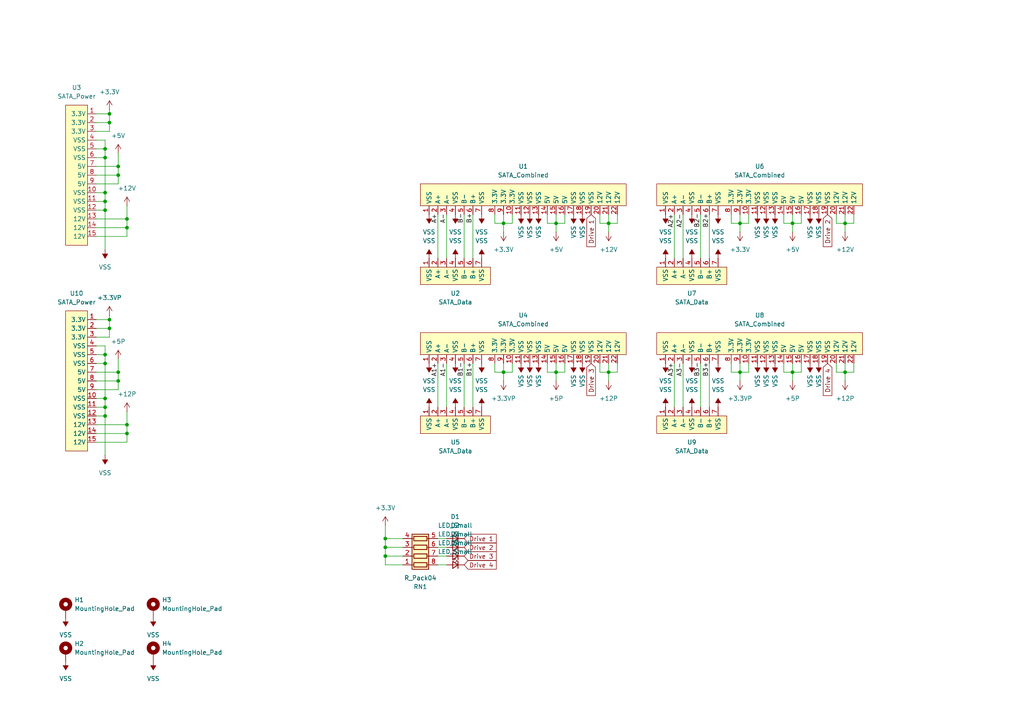
<source format=kicad_sch>
(kicad_sch
	(version 20231120)
	(generator "eeschema")
	(generator_version "8.0")
	(uuid "486f1675-5c9c-437e-ba44-728f11b84837")
	(paper "A4")
	(lib_symbols
		(symbol "Device:LED_Small"
			(pin_numbers hide)
			(pin_names
				(offset 0.254) hide)
			(exclude_from_sim no)
			(in_bom yes)
			(on_board yes)
			(property "Reference" "D"
				(at -1.27 3.175 0)
				(effects
					(font
						(size 1.27 1.27)
					)
					(justify left)
				)
			)
			(property "Value" "LED_Small"
				(at -4.445 -2.54 0)
				(effects
					(font
						(size 1.27 1.27)
					)
					(justify left)
				)
			)
			(property "Footprint" ""
				(at 0 0 90)
				(effects
					(font
						(size 1.27 1.27)
					)
					(hide yes)
				)
			)
			(property "Datasheet" "~"
				(at 0 0 90)
				(effects
					(font
						(size 1.27 1.27)
					)
					(hide yes)
				)
			)
			(property "Description" "Light emitting diode, small symbol"
				(at 0 0 0)
				(effects
					(font
						(size 1.27 1.27)
					)
					(hide yes)
				)
			)
			(property "ki_keywords" "LED diode light-emitting-diode"
				(at 0 0 0)
				(effects
					(font
						(size 1.27 1.27)
					)
					(hide yes)
				)
			)
			(property "ki_fp_filters" "LED* LED_SMD:* LED_THT:*"
				(at 0 0 0)
				(effects
					(font
						(size 1.27 1.27)
					)
					(hide yes)
				)
			)
			(symbol "LED_Small_0_1"
				(polyline
					(pts
						(xy -0.762 -1.016) (xy -0.762 1.016)
					)
					(stroke
						(width 0.254)
						(type default)
					)
					(fill
						(type none)
					)
				)
				(polyline
					(pts
						(xy 1.016 0) (xy -0.762 0)
					)
					(stroke
						(width 0)
						(type default)
					)
					(fill
						(type none)
					)
				)
				(polyline
					(pts
						(xy 0.762 -1.016) (xy -0.762 0) (xy 0.762 1.016) (xy 0.762 -1.016)
					)
					(stroke
						(width 0.254)
						(type default)
					)
					(fill
						(type none)
					)
				)
				(polyline
					(pts
						(xy 0 0.762) (xy -0.508 1.27) (xy -0.254 1.27) (xy -0.508 1.27) (xy -0.508 1.016)
					)
					(stroke
						(width 0)
						(type default)
					)
					(fill
						(type none)
					)
				)
				(polyline
					(pts
						(xy 0.508 1.27) (xy 0 1.778) (xy 0.254 1.778) (xy 0 1.778) (xy 0 1.524)
					)
					(stroke
						(width 0)
						(type default)
					)
					(fill
						(type none)
					)
				)
			)
			(symbol "LED_Small_1_1"
				(pin passive line
					(at -2.54 0 0)
					(length 1.778)
					(name "K"
						(effects
							(font
								(size 1.27 1.27)
							)
						)
					)
					(number "1"
						(effects
							(font
								(size 1.27 1.27)
							)
						)
					)
				)
				(pin passive line
					(at 2.54 0 180)
					(length 1.778)
					(name "A"
						(effects
							(font
								(size 1.27 1.27)
							)
						)
					)
					(number "2"
						(effects
							(font
								(size 1.27 1.27)
							)
						)
					)
				)
			)
		)
		(symbol "Device:R_Pack04"
			(pin_names
				(offset 0) hide)
			(exclude_from_sim no)
			(in_bom yes)
			(on_board yes)
			(property "Reference" "RN"
				(at -7.62 0 90)
				(effects
					(font
						(size 1.27 1.27)
					)
				)
			)
			(property "Value" "R_Pack04"
				(at 5.08 0 90)
				(effects
					(font
						(size 1.27 1.27)
					)
				)
			)
			(property "Footprint" ""
				(at 6.985 0 90)
				(effects
					(font
						(size 1.27 1.27)
					)
					(hide yes)
				)
			)
			(property "Datasheet" "~"
				(at 0 0 0)
				(effects
					(font
						(size 1.27 1.27)
					)
					(hide yes)
				)
			)
			(property "Description" "4 resistor network, parallel topology"
				(at 0 0 0)
				(effects
					(font
						(size 1.27 1.27)
					)
					(hide yes)
				)
			)
			(property "ki_keywords" "R network parallel topology isolated"
				(at 0 0 0)
				(effects
					(font
						(size 1.27 1.27)
					)
					(hide yes)
				)
			)
			(property "ki_fp_filters" "DIP* SOIC* R*Array*Concave* R*Array*Convex* MSOP*"
				(at 0 0 0)
				(effects
					(font
						(size 1.27 1.27)
					)
					(hide yes)
				)
			)
			(symbol "R_Pack04_0_1"
				(rectangle
					(start -6.35 -2.413)
					(end 3.81 2.413)
					(stroke
						(width 0.254)
						(type default)
					)
					(fill
						(type background)
					)
				)
				(rectangle
					(start -5.715 1.905)
					(end -4.445 -1.905)
					(stroke
						(width 0.254)
						(type default)
					)
					(fill
						(type none)
					)
				)
				(rectangle
					(start -3.175 1.905)
					(end -1.905 -1.905)
					(stroke
						(width 0.254)
						(type default)
					)
					(fill
						(type none)
					)
				)
				(rectangle
					(start -0.635 1.905)
					(end 0.635 -1.905)
					(stroke
						(width 0.254)
						(type default)
					)
					(fill
						(type none)
					)
				)
				(polyline
					(pts
						(xy -5.08 -2.54) (xy -5.08 -1.905)
					)
					(stroke
						(width 0)
						(type default)
					)
					(fill
						(type none)
					)
				)
				(polyline
					(pts
						(xy -5.08 1.905) (xy -5.08 2.54)
					)
					(stroke
						(width 0)
						(type default)
					)
					(fill
						(type none)
					)
				)
				(polyline
					(pts
						(xy -2.54 -2.54) (xy -2.54 -1.905)
					)
					(stroke
						(width 0)
						(type default)
					)
					(fill
						(type none)
					)
				)
				(polyline
					(pts
						(xy -2.54 1.905) (xy -2.54 2.54)
					)
					(stroke
						(width 0)
						(type default)
					)
					(fill
						(type none)
					)
				)
				(polyline
					(pts
						(xy 0 -2.54) (xy 0 -1.905)
					)
					(stroke
						(width 0)
						(type default)
					)
					(fill
						(type none)
					)
				)
				(polyline
					(pts
						(xy 0 1.905) (xy 0 2.54)
					)
					(stroke
						(width 0)
						(type default)
					)
					(fill
						(type none)
					)
				)
				(polyline
					(pts
						(xy 2.54 -2.54) (xy 2.54 -1.905)
					)
					(stroke
						(width 0)
						(type default)
					)
					(fill
						(type none)
					)
				)
				(polyline
					(pts
						(xy 2.54 1.905) (xy 2.54 2.54)
					)
					(stroke
						(width 0)
						(type default)
					)
					(fill
						(type none)
					)
				)
				(rectangle
					(start 1.905 1.905)
					(end 3.175 -1.905)
					(stroke
						(width 0.254)
						(type default)
					)
					(fill
						(type none)
					)
				)
			)
			(symbol "R_Pack04_1_1"
				(pin passive line
					(at -5.08 -5.08 90)
					(length 2.54)
					(name "R1.1"
						(effects
							(font
								(size 1.27 1.27)
							)
						)
					)
					(number "1"
						(effects
							(font
								(size 1.27 1.27)
							)
						)
					)
				)
				(pin passive line
					(at -2.54 -5.08 90)
					(length 2.54)
					(name "R2.1"
						(effects
							(font
								(size 1.27 1.27)
							)
						)
					)
					(number "2"
						(effects
							(font
								(size 1.27 1.27)
							)
						)
					)
				)
				(pin passive line
					(at 0 -5.08 90)
					(length 2.54)
					(name "R3.1"
						(effects
							(font
								(size 1.27 1.27)
							)
						)
					)
					(number "3"
						(effects
							(font
								(size 1.27 1.27)
							)
						)
					)
				)
				(pin passive line
					(at 2.54 -5.08 90)
					(length 2.54)
					(name "R4.1"
						(effects
							(font
								(size 1.27 1.27)
							)
						)
					)
					(number "4"
						(effects
							(font
								(size 1.27 1.27)
							)
						)
					)
				)
				(pin passive line
					(at 2.54 5.08 270)
					(length 2.54)
					(name "R4.2"
						(effects
							(font
								(size 1.27 1.27)
							)
						)
					)
					(number "5"
						(effects
							(font
								(size 1.27 1.27)
							)
						)
					)
				)
				(pin passive line
					(at 0 5.08 270)
					(length 2.54)
					(name "R3.2"
						(effects
							(font
								(size 1.27 1.27)
							)
						)
					)
					(number "6"
						(effects
							(font
								(size 1.27 1.27)
							)
						)
					)
				)
				(pin passive line
					(at -2.54 5.08 270)
					(length 2.54)
					(name "R2.2"
						(effects
							(font
								(size 1.27 1.27)
							)
						)
					)
					(number "7"
						(effects
							(font
								(size 1.27 1.27)
							)
						)
					)
				)
				(pin passive line
					(at -5.08 5.08 270)
					(length 2.54)
					(name "R1.2"
						(effects
							(font
								(size 1.27 1.27)
							)
						)
					)
					(number "8"
						(effects
							(font
								(size 1.27 1.27)
							)
						)
					)
				)
			)
		)
		(symbol "Mechanical:MountingHole_Pad"
			(pin_numbers hide)
			(pin_names
				(offset 1.016) hide)
			(exclude_from_sim yes)
			(in_bom no)
			(on_board yes)
			(property "Reference" "H"
				(at 0 6.35 0)
				(effects
					(font
						(size 1.27 1.27)
					)
				)
			)
			(property "Value" "MountingHole_Pad"
				(at 0 4.445 0)
				(effects
					(font
						(size 1.27 1.27)
					)
				)
			)
			(property "Footprint" ""
				(at 0 0 0)
				(effects
					(font
						(size 1.27 1.27)
					)
					(hide yes)
				)
			)
			(property "Datasheet" "~"
				(at 0 0 0)
				(effects
					(font
						(size 1.27 1.27)
					)
					(hide yes)
				)
			)
			(property "Description" "Mounting Hole with connection"
				(at 0 0 0)
				(effects
					(font
						(size 1.27 1.27)
					)
					(hide yes)
				)
			)
			(property "ki_keywords" "mounting hole"
				(at 0 0 0)
				(effects
					(font
						(size 1.27 1.27)
					)
					(hide yes)
				)
			)
			(property "ki_fp_filters" "MountingHole*Pad*"
				(at 0 0 0)
				(effects
					(font
						(size 1.27 1.27)
					)
					(hide yes)
				)
			)
			(symbol "MountingHole_Pad_0_1"
				(circle
					(center 0 1.27)
					(radius 1.27)
					(stroke
						(width 1.27)
						(type default)
					)
					(fill
						(type none)
					)
				)
			)
			(symbol "MountingHole_Pad_1_1"
				(pin input line
					(at 0 -2.54 90)
					(length 2.54)
					(name "1"
						(effects
							(font
								(size 1.27 1.27)
							)
						)
					)
					(number "1"
						(effects
							(font
								(size 1.27 1.27)
							)
						)
					)
				)
			)
		)
		(symbol "UE-Connector:SATA_Combined-22Pin"
			(exclude_from_sim no)
			(in_bom yes)
			(on_board yes)
			(property "Reference" "U"
				(at -1.27 -4.826 0)
				(effects
					(font
						(size 1.27 1.27)
					)
				)
			)
			(property "Value" "SATA_Combined"
				(at -7.874 -7.366 0)
				(effects
					(font
						(size 1.27 1.27)
					)
				)
			)
			(property "Footprint" ""
				(at 0 0 0)
				(effects
					(font
						(size 1.27 1.27)
					)
					(hide yes)
				)
			)
			(property "Datasheet" ""
				(at 0 0 0)
				(effects
					(font
						(size 1.27 1.27)
					)
					(hide yes)
				)
			)
			(property "Description" ""
				(at 0 0 0)
				(effects
					(font
						(size 1.27 1.27)
					)
					(hide yes)
				)
			)
			(symbol "SATA_Combined-22Pin_1_1"
				(rectangle
					(start 0 -2.54)
					(end 59.69 -8.89)
					(stroke
						(width 0)
						(type default)
					)
					(fill
						(type background)
					)
				)
				(pin input line
					(at 2.54 0 270)
					(length 2.54)
					(name "VSS"
						(effects
							(font
								(size 1.27 1.27)
							)
						)
					)
					(number "1"
						(effects
							(font
								(size 1.27 1.27)
							)
						)
					)
				)
				(pin input line
					(at 26.67 0 270)
					(length 2.54)
					(name "3.3V"
						(effects
							(font
								(size 1.27 1.27)
							)
						)
					)
					(number "10"
						(effects
							(font
								(size 1.27 1.27)
							)
						)
					)
				)
				(pin input line
					(at 29.21 0 270)
					(length 2.54)
					(name "VSS"
						(effects
							(font
								(size 1.27 1.27)
							)
						)
					)
					(number "11"
						(effects
							(font
								(size 1.27 1.27)
							)
						)
					)
				)
				(pin input line
					(at 31.75 0 270)
					(length 2.54)
					(name "VSS"
						(effects
							(font
								(size 1.27 1.27)
							)
						)
					)
					(number "12"
						(effects
							(font
								(size 1.27 1.27)
							)
						)
					)
				)
				(pin input line
					(at 34.29 0 270)
					(length 2.54)
					(name "VSS"
						(effects
							(font
								(size 1.27 1.27)
							)
						)
					)
					(number "13"
						(effects
							(font
								(size 1.27 1.27)
							)
						)
					)
				)
				(pin input line
					(at 36.83 0 270)
					(length 2.54)
					(name "5V"
						(effects
							(font
								(size 1.27 1.27)
							)
						)
					)
					(number "14"
						(effects
							(font
								(size 1.27 1.27)
							)
						)
					)
				)
				(pin input line
					(at 39.37 0 270)
					(length 2.54)
					(name "5V"
						(effects
							(font
								(size 1.27 1.27)
							)
						)
					)
					(number "15"
						(effects
							(font
								(size 1.27 1.27)
							)
						)
					)
				)
				(pin input line
					(at 41.91 0 270)
					(length 2.54)
					(name "5V"
						(effects
							(font
								(size 1.27 1.27)
							)
						)
					)
					(number "16"
						(effects
							(font
								(size 1.27 1.27)
							)
						)
					)
				)
				(pin input line
					(at 44.45 0 270)
					(length 2.54)
					(name "VSS"
						(effects
							(font
								(size 1.27 1.27)
							)
						)
					)
					(number "17"
						(effects
							(font
								(size 1.27 1.27)
							)
						)
					)
				)
				(pin input line
					(at 46.99 0 270)
					(length 2.54)
					(name "VSS"
						(effects
							(font
								(size 1.27 1.27)
							)
						)
					)
					(number "18"
						(effects
							(font
								(size 1.27 1.27)
							)
						)
					)
				)
				(pin input line
					(at 49.53 0 270)
					(length 2.54)
					(name "VSS"
						(effects
							(font
								(size 1.27 1.27)
							)
						)
					)
					(number "19"
						(effects
							(font
								(size 1.27 1.27)
							)
						)
					)
				)
				(pin input line
					(at 5.08 0 270)
					(length 2.54)
					(name "A+"
						(effects
							(font
								(size 1.27 1.27)
							)
						)
					)
					(number "2"
						(effects
							(font
								(size 1.27 1.27)
							)
						)
					)
				)
				(pin input line
					(at 52.07 0 270)
					(length 2.54)
					(name "12V"
						(effects
							(font
								(size 1.27 1.27)
							)
						)
					)
					(number "20"
						(effects
							(font
								(size 1.27 1.27)
							)
						)
					)
				)
				(pin input line
					(at 54.61 0 270)
					(length 2.54)
					(name "12V"
						(effects
							(font
								(size 1.27 1.27)
							)
						)
					)
					(number "21"
						(effects
							(font
								(size 1.27 1.27)
							)
						)
					)
				)
				(pin input line
					(at 57.15 0 270)
					(length 2.54)
					(name "12V"
						(effects
							(font
								(size 1.27 1.27)
							)
						)
					)
					(number "22"
						(effects
							(font
								(size 1.27 1.27)
							)
						)
					)
				)
				(pin input line
					(at 7.62 0 270)
					(length 2.54)
					(name "A-"
						(effects
							(font
								(size 1.27 1.27)
							)
						)
					)
					(number "3"
						(effects
							(font
								(size 1.27 1.27)
							)
						)
					)
				)
				(pin input line
					(at 10.16 0 270)
					(length 2.54)
					(name "VSS"
						(effects
							(font
								(size 1.27 1.27)
							)
						)
					)
					(number "4"
						(effects
							(font
								(size 1.27 1.27)
							)
						)
					)
				)
				(pin input line
					(at 12.7 0 270)
					(length 2.54)
					(name "B-"
						(effects
							(font
								(size 1.27 1.27)
							)
						)
					)
					(number "5"
						(effects
							(font
								(size 1.27 1.27)
							)
						)
					)
				)
				(pin input line
					(at 15.24 0 270)
					(length 2.54)
					(name "B+"
						(effects
							(font
								(size 1.27 1.27)
							)
						)
					)
					(number "6"
						(effects
							(font
								(size 1.27 1.27)
							)
						)
					)
				)
				(pin input line
					(at 17.78 0 270)
					(length 2.54)
					(name "VSS"
						(effects
							(font
								(size 1.27 1.27)
							)
						)
					)
					(number "7"
						(effects
							(font
								(size 1.27 1.27)
							)
						)
					)
				)
				(pin input line
					(at 21.59 0 270)
					(length 2.54)
					(name "3.3V"
						(effects
							(font
								(size 1.27 1.27)
							)
						)
					)
					(number "8"
						(effects
							(font
								(size 1.27 1.27)
							)
						)
					)
				)
				(pin input line
					(at 24.13 0 270)
					(length 2.54)
					(name "3.3V"
						(effects
							(font
								(size 1.27 1.27)
							)
						)
					)
					(number "9"
						(effects
							(font
								(size 1.27 1.27)
							)
						)
					)
				)
			)
		)
		(symbol "UE-Connector:SATA_Data-7Pin"
			(exclude_from_sim no)
			(in_bom yes)
			(on_board yes)
			(property "Reference" "U"
				(at -1.016 -4.064 0)
				(effects
					(font
						(size 1.27 1.27)
					)
				)
			)
			(property "Value" "SATA_Data"
				(at -5.334 -6.096 0)
				(effects
					(font
						(size 1.27 1.27)
					)
				)
			)
			(property "Footprint" ""
				(at 0 0 0)
				(effects
					(font
						(size 1.27 1.27)
					)
					(hide yes)
				)
			)
			(property "Datasheet" ""
				(at 0 0 0)
				(effects
					(font
						(size 1.27 1.27)
					)
					(hide yes)
				)
			)
			(property "Description" ""
				(at 0 0 0)
				(effects
					(font
						(size 1.27 1.27)
					)
					(hide yes)
				)
			)
			(symbol "SATA_Data-7Pin_1_1"
				(rectangle
					(start 0 -2.54)
					(end 20.32 -7.62)
					(stroke
						(width 0)
						(type default)
					)
					(fill
						(type background)
					)
				)
				(pin input line
					(at 2.54 0 270)
					(length 2.54)
					(name "VSS"
						(effects
							(font
								(size 1.27 1.27)
							)
						)
					)
					(number "1"
						(effects
							(font
								(size 1.27 1.27)
							)
						)
					)
				)
				(pin input line
					(at 5.08 0 270)
					(length 2.54)
					(name "A+"
						(effects
							(font
								(size 1.27 1.27)
							)
						)
					)
					(number "2"
						(effects
							(font
								(size 1.27 1.27)
							)
						)
					)
				)
				(pin input line
					(at 7.62 0 270)
					(length 2.54)
					(name "A-"
						(effects
							(font
								(size 1.27 1.27)
							)
						)
					)
					(number "3"
						(effects
							(font
								(size 1.27 1.27)
							)
						)
					)
				)
				(pin input line
					(at 10.16 0 270)
					(length 2.54)
					(name "VSS"
						(effects
							(font
								(size 1.27 1.27)
							)
						)
					)
					(number "4"
						(effects
							(font
								(size 1.27 1.27)
							)
						)
					)
				)
				(pin input line
					(at 12.7 0 270)
					(length 2.54)
					(name "B-"
						(effects
							(font
								(size 1.27 1.27)
							)
						)
					)
					(number "5"
						(effects
							(font
								(size 1.27 1.27)
							)
						)
					)
				)
				(pin input line
					(at 15.24 0 270)
					(length 2.54)
					(name "B+"
						(effects
							(font
								(size 1.27 1.27)
							)
						)
					)
					(number "6"
						(effects
							(font
								(size 1.27 1.27)
							)
						)
					)
				)
				(pin input line
					(at 17.78 0 270)
					(length 2.54)
					(name "VSS"
						(effects
							(font
								(size 1.27 1.27)
							)
						)
					)
					(number "7"
						(effects
							(font
								(size 1.27 1.27)
							)
						)
					)
				)
			)
		)
		(symbol "UE-Connector:SATA_Power-15Pin"
			(exclude_from_sim no)
			(in_bom yes)
			(on_board yes)
			(property "Reference" "U"
				(at -1.524 -1.524 0)
				(effects
					(font
						(size 1.27 1.27)
					)
				)
			)
			(property "Value" "SATA_Power"
				(at -6.096 -7.366 0)
				(effects
					(font
						(size 1.27 1.27)
					)
				)
			)
			(property "Footprint" ""
				(at 0 0 0)
				(effects
					(font
						(size 1.27 1.27)
					)
					(hide yes)
				)
			)
			(property "Datasheet" ""
				(at 0 0 0)
				(effects
					(font
						(size 1.27 1.27)
					)
					(hide yes)
				)
			)
			(property "Description" ""
				(at 0 0 0)
				(effects
					(font
						(size 1.27 1.27)
					)
					(hide yes)
				)
			)
			(symbol "SATA_Power-15Pin_1_1"
				(rectangle
					(start 0 -2.54)
					(end 40.64 -8.89)
					(stroke
						(width 0)
						(type default)
					)
					(fill
						(type background)
					)
				)
				(pin input line
					(at 2.54 0 270)
					(length 2.54)
					(name "3.3V"
						(effects
							(font
								(size 1.27 1.27)
							)
						)
					)
					(number "1"
						(effects
							(font
								(size 1.27 1.27)
							)
						)
					)
				)
				(pin input line
					(at 25.4 0 270)
					(length 2.54)
					(name "VSS"
						(effects
							(font
								(size 1.27 1.27)
							)
						)
					)
					(number "10"
						(effects
							(font
								(size 1.27 1.27)
							)
						)
					)
				)
				(pin input line
					(at 27.94 0 270)
					(length 2.54)
					(name "VSS"
						(effects
							(font
								(size 1.27 1.27)
							)
						)
					)
					(number "11"
						(effects
							(font
								(size 1.27 1.27)
							)
						)
					)
				)
				(pin input line
					(at 30.48 0 270)
					(length 2.54)
					(name "VSS"
						(effects
							(font
								(size 1.27 1.27)
							)
						)
					)
					(number "12"
						(effects
							(font
								(size 1.27 1.27)
							)
						)
					)
				)
				(pin input line
					(at 33.02 0 270)
					(length 2.54)
					(name "12V"
						(effects
							(font
								(size 1.27 1.27)
							)
						)
					)
					(number "13"
						(effects
							(font
								(size 1.27 1.27)
							)
						)
					)
				)
				(pin input line
					(at 35.56 0 270)
					(length 2.54)
					(name "12V"
						(effects
							(font
								(size 1.27 1.27)
							)
						)
					)
					(number "14"
						(effects
							(font
								(size 1.27 1.27)
							)
						)
					)
				)
				(pin input line
					(at 38.1 0 270)
					(length 2.54)
					(name "12V"
						(effects
							(font
								(size 1.27 1.27)
							)
						)
					)
					(number "15"
						(effects
							(font
								(size 1.27 1.27)
							)
						)
					)
				)
				(pin input line
					(at 5.08 0 270)
					(length 2.54)
					(name "3.3V"
						(effects
							(font
								(size 1.27 1.27)
							)
						)
					)
					(number "2"
						(effects
							(font
								(size 1.27 1.27)
							)
						)
					)
				)
				(pin input line
					(at 7.62 0 270)
					(length 2.54)
					(name "3.3V"
						(effects
							(font
								(size 1.27 1.27)
							)
						)
					)
					(number "3"
						(effects
							(font
								(size 1.27 1.27)
							)
						)
					)
				)
				(pin input line
					(at 10.16 0 270)
					(length 2.54)
					(name "VSS"
						(effects
							(font
								(size 1.27 1.27)
							)
						)
					)
					(number "4"
						(effects
							(font
								(size 1.27 1.27)
							)
						)
					)
				)
				(pin input line
					(at 12.7 0 270)
					(length 2.54)
					(name "VSS"
						(effects
							(font
								(size 1.27 1.27)
							)
						)
					)
					(number "5"
						(effects
							(font
								(size 1.27 1.27)
							)
						)
					)
				)
				(pin input line
					(at 15.24 0 270)
					(length 2.54)
					(name "VSS"
						(effects
							(font
								(size 1.27 1.27)
							)
						)
					)
					(number "6"
						(effects
							(font
								(size 1.27 1.27)
							)
						)
					)
				)
				(pin input line
					(at 17.78 0 270)
					(length 2.54)
					(name "5V"
						(effects
							(font
								(size 1.27 1.27)
							)
						)
					)
					(number "7"
						(effects
							(font
								(size 1.27 1.27)
							)
						)
					)
				)
				(pin input line
					(at 20.32 0 270)
					(length 2.54)
					(name "5V"
						(effects
							(font
								(size 1.27 1.27)
							)
						)
					)
					(number "8"
						(effects
							(font
								(size 1.27 1.27)
							)
						)
					)
				)
				(pin input line
					(at 22.86 0 270)
					(length 2.54)
					(name "5V"
						(effects
							(font
								(size 1.27 1.27)
							)
						)
					)
					(number "9"
						(effects
							(font
								(size 1.27 1.27)
							)
						)
					)
				)
			)
		)
		(symbol "power:+12P"
			(power)
			(pin_numbers hide)
			(pin_names
				(offset 0) hide)
			(exclude_from_sim no)
			(in_bom yes)
			(on_board yes)
			(property "Reference" "#PWR"
				(at 0 -3.81 0)
				(effects
					(font
						(size 1.27 1.27)
					)
					(hide yes)
				)
			)
			(property "Value" "+12P"
				(at 0 3.556 0)
				(effects
					(font
						(size 1.27 1.27)
					)
				)
			)
			(property "Footprint" ""
				(at 0 0 0)
				(effects
					(font
						(size 1.27 1.27)
					)
					(hide yes)
				)
			)
			(property "Datasheet" ""
				(at 0 0 0)
				(effects
					(font
						(size 1.27 1.27)
					)
					(hide yes)
				)
			)
			(property "Description" "Power symbol creates a global label with name \"+12P\""
				(at 0 0 0)
				(effects
					(font
						(size 1.27 1.27)
					)
					(hide yes)
				)
			)
			(property "ki_keywords" "global power"
				(at 0 0 0)
				(effects
					(font
						(size 1.27 1.27)
					)
					(hide yes)
				)
			)
			(symbol "+12P_0_1"
				(polyline
					(pts
						(xy -0.762 1.27) (xy 0 2.54)
					)
					(stroke
						(width 0)
						(type default)
					)
					(fill
						(type none)
					)
				)
				(polyline
					(pts
						(xy 0 0) (xy 0 2.54)
					)
					(stroke
						(width 0)
						(type default)
					)
					(fill
						(type none)
					)
				)
				(polyline
					(pts
						(xy 0 2.54) (xy 0.762 1.27)
					)
					(stroke
						(width 0)
						(type default)
					)
					(fill
						(type none)
					)
				)
			)
			(symbol "+12P_1_1"
				(pin power_in line
					(at 0 0 90)
					(length 0)
					(name "~"
						(effects
							(font
								(size 1.27 1.27)
							)
						)
					)
					(number "1"
						(effects
							(font
								(size 1.27 1.27)
							)
						)
					)
				)
			)
		)
		(symbol "power:+12V"
			(power)
			(pin_numbers hide)
			(pin_names
				(offset 0) hide)
			(exclude_from_sim no)
			(in_bom yes)
			(on_board yes)
			(property "Reference" "#PWR"
				(at 0 -3.81 0)
				(effects
					(font
						(size 1.27 1.27)
					)
					(hide yes)
				)
			)
			(property "Value" "+12V"
				(at 0 3.556 0)
				(effects
					(font
						(size 1.27 1.27)
					)
				)
			)
			(property "Footprint" ""
				(at 0 0 0)
				(effects
					(font
						(size 1.27 1.27)
					)
					(hide yes)
				)
			)
			(property "Datasheet" ""
				(at 0 0 0)
				(effects
					(font
						(size 1.27 1.27)
					)
					(hide yes)
				)
			)
			(property "Description" "Power symbol creates a global label with name \"+12V\""
				(at 0 0 0)
				(effects
					(font
						(size 1.27 1.27)
					)
					(hide yes)
				)
			)
			(property "ki_keywords" "global power"
				(at 0 0 0)
				(effects
					(font
						(size 1.27 1.27)
					)
					(hide yes)
				)
			)
			(symbol "+12V_0_1"
				(polyline
					(pts
						(xy -0.762 1.27) (xy 0 2.54)
					)
					(stroke
						(width 0)
						(type default)
					)
					(fill
						(type none)
					)
				)
				(polyline
					(pts
						(xy 0 0) (xy 0 2.54)
					)
					(stroke
						(width 0)
						(type default)
					)
					(fill
						(type none)
					)
				)
				(polyline
					(pts
						(xy 0 2.54) (xy 0.762 1.27)
					)
					(stroke
						(width 0)
						(type default)
					)
					(fill
						(type none)
					)
				)
			)
			(symbol "+12V_1_1"
				(pin power_in line
					(at 0 0 90)
					(length 0)
					(name "~"
						(effects
							(font
								(size 1.27 1.27)
							)
						)
					)
					(number "1"
						(effects
							(font
								(size 1.27 1.27)
							)
						)
					)
				)
			)
		)
		(symbol "power:+3.3V"
			(power)
			(pin_numbers hide)
			(pin_names
				(offset 0) hide)
			(exclude_from_sim no)
			(in_bom yes)
			(on_board yes)
			(property "Reference" "#PWR"
				(at 0 -3.81 0)
				(effects
					(font
						(size 1.27 1.27)
					)
					(hide yes)
				)
			)
			(property "Value" "+3.3V"
				(at 0 3.556 0)
				(effects
					(font
						(size 1.27 1.27)
					)
				)
			)
			(property "Footprint" ""
				(at 0 0 0)
				(effects
					(font
						(size 1.27 1.27)
					)
					(hide yes)
				)
			)
			(property "Datasheet" ""
				(at 0 0 0)
				(effects
					(font
						(size 1.27 1.27)
					)
					(hide yes)
				)
			)
			(property "Description" "Power symbol creates a global label with name \"+3.3V\""
				(at 0 0 0)
				(effects
					(font
						(size 1.27 1.27)
					)
					(hide yes)
				)
			)
			(property "ki_keywords" "global power"
				(at 0 0 0)
				(effects
					(font
						(size 1.27 1.27)
					)
					(hide yes)
				)
			)
			(symbol "+3.3V_0_1"
				(polyline
					(pts
						(xy -0.762 1.27) (xy 0 2.54)
					)
					(stroke
						(width 0)
						(type default)
					)
					(fill
						(type none)
					)
				)
				(polyline
					(pts
						(xy 0 0) (xy 0 2.54)
					)
					(stroke
						(width 0)
						(type default)
					)
					(fill
						(type none)
					)
				)
				(polyline
					(pts
						(xy 0 2.54) (xy 0.762 1.27)
					)
					(stroke
						(width 0)
						(type default)
					)
					(fill
						(type none)
					)
				)
			)
			(symbol "+3.3V_1_1"
				(pin power_in line
					(at 0 0 90)
					(length 0)
					(name "~"
						(effects
							(font
								(size 1.27 1.27)
							)
						)
					)
					(number "1"
						(effects
							(font
								(size 1.27 1.27)
							)
						)
					)
				)
			)
		)
		(symbol "power:+3.3VP"
			(power)
			(pin_numbers hide)
			(pin_names
				(offset 0) hide)
			(exclude_from_sim no)
			(in_bom yes)
			(on_board yes)
			(property "Reference" "#PWR"
				(at 3.81 -1.27 0)
				(effects
					(font
						(size 1.27 1.27)
					)
					(hide yes)
				)
			)
			(property "Value" "+3.3VP"
				(at 0 3.556 0)
				(effects
					(font
						(size 1.27 1.27)
					)
				)
			)
			(property "Footprint" ""
				(at 0 0 0)
				(effects
					(font
						(size 1.27 1.27)
					)
					(hide yes)
				)
			)
			(property "Datasheet" ""
				(at 0 0 0)
				(effects
					(font
						(size 1.27 1.27)
					)
					(hide yes)
				)
			)
			(property "Description" "Power symbol creates a global label with name \"+3.3VP\""
				(at 0 0 0)
				(effects
					(font
						(size 1.27 1.27)
					)
					(hide yes)
				)
			)
			(property "ki_keywords" "global power"
				(at 0 0 0)
				(effects
					(font
						(size 1.27 1.27)
					)
					(hide yes)
				)
			)
			(symbol "+3.3VP_0_0"
				(pin power_in line
					(at 0 0 90)
					(length 0)
					(name "~"
						(effects
							(font
								(size 1.27 1.27)
							)
						)
					)
					(number "1"
						(effects
							(font
								(size 1.27 1.27)
							)
						)
					)
				)
			)
			(symbol "+3.3VP_0_1"
				(polyline
					(pts
						(xy -0.762 1.27) (xy 0 2.54)
					)
					(stroke
						(width 0)
						(type default)
					)
					(fill
						(type none)
					)
				)
				(polyline
					(pts
						(xy 0 0) (xy 0 2.54)
					)
					(stroke
						(width 0)
						(type default)
					)
					(fill
						(type none)
					)
				)
				(polyline
					(pts
						(xy 0 2.54) (xy 0.762 1.27)
					)
					(stroke
						(width 0)
						(type default)
					)
					(fill
						(type none)
					)
				)
			)
		)
		(symbol "power:+5P"
			(power)
			(pin_numbers hide)
			(pin_names
				(offset 0) hide)
			(exclude_from_sim no)
			(in_bom yes)
			(on_board yes)
			(property "Reference" "#PWR"
				(at 0 -3.81 0)
				(effects
					(font
						(size 1.27 1.27)
					)
					(hide yes)
				)
			)
			(property "Value" "+5P"
				(at 0 3.556 0)
				(effects
					(font
						(size 1.27 1.27)
					)
				)
			)
			(property "Footprint" ""
				(at 0 0 0)
				(effects
					(font
						(size 1.27 1.27)
					)
					(hide yes)
				)
			)
			(property "Datasheet" ""
				(at 0 0 0)
				(effects
					(font
						(size 1.27 1.27)
					)
					(hide yes)
				)
			)
			(property "Description" "Power symbol creates a global label with name \"+5P\""
				(at 0 0 0)
				(effects
					(font
						(size 1.27 1.27)
					)
					(hide yes)
				)
			)
			(property "ki_keywords" "global power"
				(at 0 0 0)
				(effects
					(font
						(size 1.27 1.27)
					)
					(hide yes)
				)
			)
			(symbol "+5P_0_1"
				(polyline
					(pts
						(xy -0.762 1.27) (xy 0 2.54)
					)
					(stroke
						(width 0)
						(type default)
					)
					(fill
						(type none)
					)
				)
				(polyline
					(pts
						(xy 0 0) (xy 0 2.54)
					)
					(stroke
						(width 0)
						(type default)
					)
					(fill
						(type none)
					)
				)
				(polyline
					(pts
						(xy 0 2.54) (xy 0.762 1.27)
					)
					(stroke
						(width 0)
						(type default)
					)
					(fill
						(type none)
					)
				)
			)
			(symbol "+5P_1_1"
				(pin power_in line
					(at 0 0 90)
					(length 0)
					(name "~"
						(effects
							(font
								(size 1.27 1.27)
							)
						)
					)
					(number "1"
						(effects
							(font
								(size 1.27 1.27)
							)
						)
					)
				)
			)
		)
		(symbol "power:+5V"
			(power)
			(pin_numbers hide)
			(pin_names
				(offset 0) hide)
			(exclude_from_sim no)
			(in_bom yes)
			(on_board yes)
			(property "Reference" "#PWR"
				(at 0 -3.81 0)
				(effects
					(font
						(size 1.27 1.27)
					)
					(hide yes)
				)
			)
			(property "Value" "+5V"
				(at 0 3.556 0)
				(effects
					(font
						(size 1.27 1.27)
					)
				)
			)
			(property "Footprint" ""
				(at 0 0 0)
				(effects
					(font
						(size 1.27 1.27)
					)
					(hide yes)
				)
			)
			(property "Datasheet" ""
				(at 0 0 0)
				(effects
					(font
						(size 1.27 1.27)
					)
					(hide yes)
				)
			)
			(property "Description" "Power symbol creates a global label with name \"+5V\""
				(at 0 0 0)
				(effects
					(font
						(size 1.27 1.27)
					)
					(hide yes)
				)
			)
			(property "ki_keywords" "global power"
				(at 0 0 0)
				(effects
					(font
						(size 1.27 1.27)
					)
					(hide yes)
				)
			)
			(symbol "+5V_0_1"
				(polyline
					(pts
						(xy -0.762 1.27) (xy 0 2.54)
					)
					(stroke
						(width 0)
						(type default)
					)
					(fill
						(type none)
					)
				)
				(polyline
					(pts
						(xy 0 0) (xy 0 2.54)
					)
					(stroke
						(width 0)
						(type default)
					)
					(fill
						(type none)
					)
				)
				(polyline
					(pts
						(xy 0 2.54) (xy 0.762 1.27)
					)
					(stroke
						(width 0)
						(type default)
					)
					(fill
						(type none)
					)
				)
			)
			(symbol "+5V_1_1"
				(pin power_in line
					(at 0 0 90)
					(length 0)
					(name "~"
						(effects
							(font
								(size 1.27 1.27)
							)
						)
					)
					(number "1"
						(effects
							(font
								(size 1.27 1.27)
							)
						)
					)
				)
			)
		)
		(symbol "power:VSS"
			(power)
			(pin_numbers hide)
			(pin_names
				(offset 0) hide)
			(exclude_from_sim no)
			(in_bom yes)
			(on_board yes)
			(property "Reference" "#PWR"
				(at 0 -3.81 0)
				(effects
					(font
						(size 1.27 1.27)
					)
					(hide yes)
				)
			)
			(property "Value" "VSS"
				(at 0 3.556 0)
				(effects
					(font
						(size 1.27 1.27)
					)
				)
			)
			(property "Footprint" ""
				(at 0 0 0)
				(effects
					(font
						(size 1.27 1.27)
					)
					(hide yes)
				)
			)
			(property "Datasheet" ""
				(at 0 0 0)
				(effects
					(font
						(size 1.27 1.27)
					)
					(hide yes)
				)
			)
			(property "Description" "Power symbol creates a global label with name \"VSS\""
				(at 0 0 0)
				(effects
					(font
						(size 1.27 1.27)
					)
					(hide yes)
				)
			)
			(property "ki_keywords" "global power"
				(at 0 0 0)
				(effects
					(font
						(size 1.27 1.27)
					)
					(hide yes)
				)
			)
			(symbol "VSS_0_1"
				(polyline
					(pts
						(xy 0 0) (xy 0 2.54)
					)
					(stroke
						(width 0)
						(type default)
					)
					(fill
						(type none)
					)
				)
				(polyline
					(pts
						(xy 0.762 1.27) (xy -0.762 1.27) (xy 0 2.54) (xy 0.762 1.27)
					)
					(stroke
						(width 0)
						(type default)
					)
					(fill
						(type outline)
					)
				)
			)
			(symbol "VSS_1_1"
				(pin power_in line
					(at 0 0 90)
					(length 0)
					(name "~"
						(effects
							(font
								(size 1.27 1.27)
							)
						)
					)
					(number "1"
						(effects
							(font
								(size 1.27 1.27)
							)
						)
					)
				)
			)
		)
	)
	(junction
		(at 146.05 64.77)
		(diameter 0)
		(color 0 0 0 0)
		(uuid "001b6ec4-b21b-4df2-9619-854ad066c086")
	)
	(junction
		(at 111.76 161.29)
		(diameter 0)
		(color 0 0 0 0)
		(uuid "1bbc021a-9d09-47b5-b506-ec03cf9a38b4")
	)
	(junction
		(at 30.48 102.87)
		(diameter 0)
		(color 0 0 0 0)
		(uuid "1d7ea7ea-d5c8-4313-9289-6d5620c00070")
	)
	(junction
		(at 30.48 118.11)
		(diameter 0)
		(color 0 0 0 0)
		(uuid "1f3ec4f6-f41d-46c6-bdb3-860cfbff69fa")
	)
	(junction
		(at 36.83 66.04)
		(diameter 0)
		(color 0 0 0 0)
		(uuid "28ccd47b-c435-461c-a997-43d335abfb20")
	)
	(junction
		(at 31.75 95.25)
		(diameter 0)
		(color 0 0 0 0)
		(uuid "4a25af64-8ea6-4687-967a-cb85189da821")
	)
	(junction
		(at 34.29 110.49)
		(diameter 0)
		(color 0 0 0 0)
		(uuid "4bdbe304-f99a-403c-928f-918b3f622ccd")
	)
	(junction
		(at 31.75 35.56)
		(diameter 0)
		(color 0 0 0 0)
		(uuid "55c7534e-9340-489c-899f-b0e170b1e285")
	)
	(junction
		(at 30.48 105.41)
		(diameter 0)
		(color 0 0 0 0)
		(uuid "55d2c368-e66d-40d5-a3fa-f1297aa92c44")
	)
	(junction
		(at 30.48 58.42)
		(diameter 0)
		(color 0 0 0 0)
		(uuid "5627b4b9-91fb-4bbb-8f14-236fa5676c5b")
	)
	(junction
		(at 161.29 64.77)
		(diameter 0)
		(color 0 0 0 0)
		(uuid "58cb7416-4149-44d1-88bb-1a7d72df1ca7")
	)
	(junction
		(at 229.87 64.77)
		(diameter 0)
		(color 0 0 0 0)
		(uuid "58d0bfba-1e83-407f-96df-0fed2bb6c8be")
	)
	(junction
		(at 245.11 64.77)
		(diameter 0)
		(color 0 0 0 0)
		(uuid "592db3aa-7692-4bc1-87e2-16fdf47f4991")
	)
	(junction
		(at 36.83 125.73)
		(diameter 0)
		(color 0 0 0 0)
		(uuid "5fd74bea-6c6d-4e6a-9aff-033adb41d39d")
	)
	(junction
		(at 30.48 55.88)
		(diameter 0)
		(color 0 0 0 0)
		(uuid "61c10cb8-969f-4c14-a811-c9f582efee95")
	)
	(junction
		(at 30.48 43.18)
		(diameter 0)
		(color 0 0 0 0)
		(uuid "65303a2c-1e8b-499b-88ff-ccb3ae5b2614")
	)
	(junction
		(at 31.75 92.71)
		(diameter 0)
		(color 0 0 0 0)
		(uuid "66528605-d454-4355-9a65-a24a4fbc7bb2")
	)
	(junction
		(at 36.83 123.19)
		(diameter 0)
		(color 0 0 0 0)
		(uuid "66976a17-d318-42d9-b577-eb5a79c523bd")
	)
	(junction
		(at 34.29 107.95)
		(diameter 0)
		(color 0 0 0 0)
		(uuid "67ee0f3d-f745-46ec-9cf4-a4801a860f0d")
	)
	(junction
		(at 34.29 48.26)
		(diameter 0)
		(color 0 0 0 0)
		(uuid "74ff29c6-a4a3-4e64-a0cd-6ffc1e677df5")
	)
	(junction
		(at 176.53 64.77)
		(diameter 0)
		(color 0 0 0 0)
		(uuid "775af21d-42a2-4a09-a830-bcc96ae07b13")
	)
	(junction
		(at 176.53 107.95)
		(diameter 0)
		(color 0 0 0 0)
		(uuid "8b700de6-2139-4b7a-a515-6a92f317ea3d")
	)
	(junction
		(at 245.11 107.95)
		(diameter 0)
		(color 0 0 0 0)
		(uuid "8e4d9d30-dc99-4778-b126-30e595bd84fc")
	)
	(junction
		(at 30.48 120.65)
		(diameter 0)
		(color 0 0 0 0)
		(uuid "98517c74-26b7-4cd5-b744-5a31cc1f42b6")
	)
	(junction
		(at 36.83 63.5)
		(diameter 0)
		(color 0 0 0 0)
		(uuid "aaf9bc03-3d5a-4e9b-9e07-9bd2173119c5")
	)
	(junction
		(at 214.63 107.95)
		(diameter 0)
		(color 0 0 0 0)
		(uuid "b18ea85a-7a0c-4f94-a63b-45273d22ea1e")
	)
	(junction
		(at 31.75 33.02)
		(diameter 0)
		(color 0 0 0 0)
		(uuid "b310d8b1-178a-4ec6-bf64-cbcea83207a1")
	)
	(junction
		(at 30.48 45.72)
		(diameter 0)
		(color 0 0 0 0)
		(uuid "b38378b5-ef22-424f-a729-85013958324f")
	)
	(junction
		(at 30.48 115.57)
		(diameter 0)
		(color 0 0 0 0)
		(uuid "b81e9edb-d873-42b4-b1d9-8cd4a22c7ace")
	)
	(junction
		(at 214.63 64.77)
		(diameter 0)
		(color 0 0 0 0)
		(uuid "ba6b4501-6830-4da3-81c6-02306ca29856")
	)
	(junction
		(at 161.29 107.95)
		(diameter 0)
		(color 0 0 0 0)
		(uuid "bee452cc-cf90-4f23-b4e9-641edecff7f1")
	)
	(junction
		(at 146.05 107.95)
		(diameter 0)
		(color 0 0 0 0)
		(uuid "c262e910-ab41-4e1e-ae20-4aed99da0a84")
	)
	(junction
		(at 229.87 107.95)
		(diameter 0)
		(color 0 0 0 0)
		(uuid "c98423c0-b02a-4a3d-b2f4-3d48dfcd454f")
	)
	(junction
		(at 34.29 50.8)
		(diameter 0)
		(color 0 0 0 0)
		(uuid "dfd5746d-644f-4b21-913f-e785dfc718ed")
	)
	(junction
		(at 30.48 60.96)
		(diameter 0)
		(color 0 0 0 0)
		(uuid "e3e3919b-53fe-4e76-89e1-7b8e7b68537a")
	)
	(junction
		(at 111.76 156.21)
		(diameter 0)
		(color 0 0 0 0)
		(uuid "f61c8025-0219-40de-bb9c-c69e2fc752b0")
	)
	(junction
		(at 111.76 158.75)
		(diameter 0)
		(color 0 0 0 0)
		(uuid "f795d406-be1a-46f1-8083-48e908aa0701")
	)
	(wire
		(pts
			(xy 205.74 62.23) (xy 205.74 74.93)
		)
		(stroke
			(width 0)
			(type default)
		)
		(uuid "00905736-235f-4ff6-90a1-abea96bea5b6")
	)
	(wire
		(pts
			(xy 31.75 35.56) (xy 31.75 33.02)
		)
		(stroke
			(width 0)
			(type default)
		)
		(uuid "07471823-7066-484e-a459-78a09c4f4828")
	)
	(wire
		(pts
			(xy 27.94 92.71) (xy 31.75 92.71)
		)
		(stroke
			(width 0)
			(type default)
		)
		(uuid "086a16da-29cf-4e51-a47c-44ecbed17e5a")
	)
	(wire
		(pts
			(xy 245.11 64.77) (xy 247.65 64.77)
		)
		(stroke
			(width 0)
			(type default)
		)
		(uuid "0875cdfb-6e98-4aa7-a9a0-7c6ee06253fd")
	)
	(wire
		(pts
			(xy 137.16 62.23) (xy 137.16 74.93)
		)
		(stroke
			(width 0)
			(type default)
		)
		(uuid "0c38614b-4f52-4f9e-a886-ea1f886505fe")
	)
	(wire
		(pts
			(xy 30.48 58.42) (xy 30.48 60.96)
		)
		(stroke
			(width 0)
			(type default)
		)
		(uuid "0cf7a97a-a781-4a6a-abbe-f99d2026c6f8")
	)
	(wire
		(pts
			(xy 36.83 123.19) (xy 36.83 119.38)
		)
		(stroke
			(width 0)
			(type default)
		)
		(uuid "0e1b50b4-2aff-4edd-8685-b2fd178d2abc")
	)
	(wire
		(pts
			(xy 137.16 105.41) (xy 137.16 118.11)
		)
		(stroke
			(width 0)
			(type default)
		)
		(uuid "12ee11d0-db7a-4ed1-9639-1babb5bf6a56")
	)
	(wire
		(pts
			(xy 27.94 128.27) (xy 36.83 128.27)
		)
		(stroke
			(width 0)
			(type default)
		)
		(uuid "14d78bea-d7d7-462b-b90c-1739c3286576")
	)
	(wire
		(pts
			(xy 217.17 64.77) (xy 217.17 62.23)
		)
		(stroke
			(width 0)
			(type default)
		)
		(uuid "14e37c8f-0fe9-404e-bb09-36cd48ae926a")
	)
	(wire
		(pts
			(xy 27.94 68.58) (xy 36.83 68.58)
		)
		(stroke
			(width 0)
			(type default)
		)
		(uuid "17bb591e-1945-4b63-9d5e-eb5ac6b9c9e1")
	)
	(wire
		(pts
			(xy 31.75 38.1) (xy 31.75 35.56)
		)
		(stroke
			(width 0)
			(type default)
		)
		(uuid "19a8fb5d-53fd-4d17-8059-1480ef67c1fd")
	)
	(wire
		(pts
			(xy 179.07 105.41) (xy 179.07 107.95)
		)
		(stroke
			(width 0)
			(type default)
		)
		(uuid "19d38f2d-7b7b-4704-8e8b-6eae88c4c940")
	)
	(wire
		(pts
			(xy 163.83 62.23) (xy 163.83 64.77)
		)
		(stroke
			(width 0)
			(type default)
		)
		(uuid "19ea055b-118a-4a9e-b28a-1f52598b3e0e")
	)
	(wire
		(pts
			(xy 173.99 64.77) (xy 176.53 64.77)
		)
		(stroke
			(width 0)
			(type default)
		)
		(uuid "1ad6b6f0-db02-4846-bede-d8cba839ee83")
	)
	(wire
		(pts
			(xy 127 158.75) (xy 129.54 158.75)
		)
		(stroke
			(width 0)
			(type default)
		)
		(uuid "1ce659a1-6e20-4186-a180-026f158edccc")
	)
	(wire
		(pts
			(xy 31.75 33.02) (xy 31.75 31.75)
		)
		(stroke
			(width 0)
			(type default)
		)
		(uuid "1d3397f0-6ec4-4e8d-aaf6-966d1262edc1")
	)
	(wire
		(pts
			(xy 161.29 105.41) (xy 161.29 107.95)
		)
		(stroke
			(width 0)
			(type default)
		)
		(uuid "1ff70d02-9db2-4109-b99a-5597d12e321e")
	)
	(wire
		(pts
			(xy 116.84 163.83) (xy 111.76 163.83)
		)
		(stroke
			(width 0)
			(type default)
		)
		(uuid "219e6f74-45fe-45fa-a067-f05665d98931")
	)
	(wire
		(pts
			(xy 212.09 107.95) (xy 214.63 107.95)
		)
		(stroke
			(width 0)
			(type default)
		)
		(uuid "22a2d0a2-6553-4488-9efc-b08e71cab658")
	)
	(wire
		(pts
			(xy 27.94 55.88) (xy 30.48 55.88)
		)
		(stroke
			(width 0)
			(type default)
		)
		(uuid "25488bb9-5d2b-40dc-9349-bb388b7b47e7")
	)
	(wire
		(pts
			(xy 163.83 105.41) (xy 163.83 107.95)
		)
		(stroke
			(width 0)
			(type default)
		)
		(uuid "28345fe8-0bb2-4799-9548-e6b8cdfa855f")
	)
	(wire
		(pts
			(xy 158.75 64.77) (xy 161.29 64.77)
		)
		(stroke
			(width 0)
			(type default)
		)
		(uuid "283ca402-52c7-4eb5-89a8-9dcee7d70184")
	)
	(wire
		(pts
			(xy 27.94 113.03) (xy 34.29 113.03)
		)
		(stroke
			(width 0)
			(type default)
		)
		(uuid "29038339-95ee-4799-8ec5-04882a63727e")
	)
	(wire
		(pts
			(xy 229.87 62.23) (xy 229.87 64.77)
		)
		(stroke
			(width 0)
			(type default)
		)
		(uuid "2d208eb2-b3be-4f25-8545-fea26ac37ba7")
	)
	(wire
		(pts
			(xy 111.76 161.29) (xy 116.84 161.29)
		)
		(stroke
			(width 0)
			(type default)
		)
		(uuid "2d2d58d4-7aad-41aa-8b7b-e3b47ad3f572")
	)
	(wire
		(pts
			(xy 143.51 107.95) (xy 146.05 107.95)
		)
		(stroke
			(width 0)
			(type default)
		)
		(uuid "2da31d48-61c3-42b9-b0d6-d1f39381ea9a")
	)
	(wire
		(pts
			(xy 245.11 107.95) (xy 245.11 110.49)
		)
		(stroke
			(width 0)
			(type default)
		)
		(uuid "30ce7575-bdfb-4ea2-b4bf-63233169ea5b")
	)
	(wire
		(pts
			(xy 36.83 125.73) (xy 36.83 123.19)
		)
		(stroke
			(width 0)
			(type default)
		)
		(uuid "32b74fa4-0a11-4a86-abaf-6932a00b9d44")
	)
	(wire
		(pts
			(xy 27.94 123.19) (xy 36.83 123.19)
		)
		(stroke
			(width 0)
			(type default)
		)
		(uuid "3317d9fd-f29e-4d3e-b0e5-6d2bcd9ef5a6")
	)
	(wire
		(pts
			(xy 173.99 107.95) (xy 176.53 107.95)
		)
		(stroke
			(width 0)
			(type default)
		)
		(uuid "3423971a-62b0-45b0-8c76-d6831d96d997")
	)
	(wire
		(pts
			(xy 242.57 64.77) (xy 245.11 64.77)
		)
		(stroke
			(width 0)
			(type default)
		)
		(uuid "3595e8b9-e8f0-4d57-ad72-2126b88b287d")
	)
	(wire
		(pts
			(xy 34.29 48.26) (xy 34.29 44.45)
		)
		(stroke
			(width 0)
			(type default)
		)
		(uuid "372af6cd-021c-4190-b0aa-09916adc38eb")
	)
	(wire
		(pts
			(xy 111.76 156.21) (xy 116.84 156.21)
		)
		(stroke
			(width 0)
			(type default)
		)
		(uuid "3b6ff38c-ab58-450a-92e1-1cd376f6207e")
	)
	(wire
		(pts
			(xy 214.63 64.77) (xy 214.63 67.31)
		)
		(stroke
			(width 0)
			(type default)
		)
		(uuid "3bc0e54a-9773-4deb-b614-89a70b6fbfbf")
	)
	(wire
		(pts
			(xy 27.94 58.42) (xy 30.48 58.42)
		)
		(stroke
			(width 0)
			(type default)
		)
		(uuid "3c889693-9fc7-42ed-8784-9a38ef10914e")
	)
	(wire
		(pts
			(xy 127 62.23) (xy 127 74.93)
		)
		(stroke
			(width 0)
			(type default)
		)
		(uuid "3df308d5-d07a-4f8e-87e2-232aa5e49ee6")
	)
	(wire
		(pts
			(xy 161.29 62.23) (xy 161.29 64.77)
		)
		(stroke
			(width 0)
			(type default)
		)
		(uuid "400de8f8-2932-47c3-a288-f6bd3712f30e")
	)
	(wire
		(pts
			(xy 198.12 62.23) (xy 198.12 74.93)
		)
		(stroke
			(width 0)
			(type default)
		)
		(uuid "42220518-96b6-4c52-b4fd-89a02a52f7f5")
	)
	(wire
		(pts
			(xy 27.94 110.49) (xy 34.29 110.49)
		)
		(stroke
			(width 0)
			(type default)
		)
		(uuid "43994514-baef-41a7-aef8-9049e9adbffe")
	)
	(wire
		(pts
			(xy 176.53 64.77) (xy 179.07 64.77)
		)
		(stroke
			(width 0)
			(type default)
		)
		(uuid "43bcf2b1-4a00-4352-942c-9e7304a5ddcd")
	)
	(wire
		(pts
			(xy 148.59 64.77) (xy 148.59 62.23)
		)
		(stroke
			(width 0)
			(type default)
		)
		(uuid "44d6462c-a332-410f-8e97-f64b3832af1e")
	)
	(wire
		(pts
			(xy 27.94 53.34) (xy 34.29 53.34)
		)
		(stroke
			(width 0)
			(type default)
		)
		(uuid "45150a18-e1ed-4273-899f-40944b47a109")
	)
	(wire
		(pts
			(xy 146.05 62.23) (xy 146.05 64.77)
		)
		(stroke
			(width 0)
			(type default)
		)
		(uuid "46e28f83-ddd0-4a63-bf14-308e19b1de71")
	)
	(wire
		(pts
			(xy 111.76 158.75) (xy 111.76 156.21)
		)
		(stroke
			(width 0)
			(type default)
		)
		(uuid "47b76974-d3c5-40a0-b681-247477d3ff1d")
	)
	(wire
		(pts
			(xy 31.75 97.79) (xy 31.75 95.25)
		)
		(stroke
			(width 0)
			(type default)
		)
		(uuid "4883bc37-5f8a-4f5a-8432-6275c142e710")
	)
	(wire
		(pts
			(xy 212.09 64.77) (xy 214.63 64.77)
		)
		(stroke
			(width 0)
			(type default)
		)
		(uuid "4c78d286-acb6-4d6c-94fb-9b9ceb578038")
	)
	(wire
		(pts
			(xy 31.75 92.71) (xy 31.75 91.44)
		)
		(stroke
			(width 0)
			(type default)
		)
		(uuid "4ddc4882-2273-46f9-ab0c-8a21e20e6ec4")
	)
	(wire
		(pts
			(xy 245.11 64.77) (xy 245.11 67.31)
		)
		(stroke
			(width 0)
			(type default)
		)
		(uuid "4e8cf5c8-b4c2-4fa1-b3bd-7e6c4dd39699")
	)
	(wire
		(pts
			(xy 148.59 107.95) (xy 148.59 105.41)
		)
		(stroke
			(width 0)
			(type default)
		)
		(uuid "4ec5ba62-9969-4058-8b35-199e522ac027")
	)
	(wire
		(pts
			(xy 111.76 161.29) (xy 111.76 158.75)
		)
		(stroke
			(width 0)
			(type default)
		)
		(uuid "546072af-ea01-4c8f-9691-995c3bb87fb0")
	)
	(wire
		(pts
			(xy 27.94 50.8) (xy 34.29 50.8)
		)
		(stroke
			(width 0)
			(type default)
		)
		(uuid "5658d663-bf4f-4c6c-9001-55a939a878cc")
	)
	(wire
		(pts
			(xy 229.87 64.77) (xy 232.41 64.77)
		)
		(stroke
			(width 0)
			(type default)
		)
		(uuid "57acde97-997e-461f-84be-cc9d0f5d1ccd")
	)
	(wire
		(pts
			(xy 134.62 105.41) (xy 134.62 118.11)
		)
		(stroke
			(width 0)
			(type default)
		)
		(uuid "58185c2c-8f3b-4f54-9dfb-bb56fb8ba281")
	)
	(wire
		(pts
			(xy 30.48 100.33) (xy 30.48 102.87)
		)
		(stroke
			(width 0)
			(type default)
		)
		(uuid "5f8d30e9-b439-494d-a7cb-473f8b25bcf0")
	)
	(wire
		(pts
			(xy 36.83 66.04) (xy 36.83 63.5)
		)
		(stroke
			(width 0)
			(type default)
		)
		(uuid "628251d8-747f-4a69-ba7b-1cafa2c53459")
	)
	(wire
		(pts
			(xy 176.53 107.95) (xy 176.53 110.49)
		)
		(stroke
			(width 0)
			(type default)
		)
		(uuid "647781e0-cb6b-4d7e-8a9d-b9ad79c3525d")
	)
	(wire
		(pts
			(xy 27.94 100.33) (xy 30.48 100.33)
		)
		(stroke
			(width 0)
			(type default)
		)
		(uuid "6638d458-bcaf-471a-b991-181dc23fac73")
	)
	(wire
		(pts
			(xy 176.53 62.23) (xy 176.53 64.77)
		)
		(stroke
			(width 0)
			(type default)
		)
		(uuid "6767a863-75f8-4c58-9e60-0fa18bcace05")
	)
	(wire
		(pts
			(xy 30.48 120.65) (xy 30.48 132.08)
		)
		(stroke
			(width 0)
			(type default)
		)
		(uuid "6b063432-c971-4b63-8fb8-0f316245daae")
	)
	(wire
		(pts
			(xy 30.48 115.57) (xy 30.48 118.11)
		)
		(stroke
			(width 0)
			(type default)
		)
		(uuid "6b624b21-3ce3-4f77-ac78-2b19a4397ca3")
	)
	(wire
		(pts
			(xy 36.83 63.5) (xy 36.83 59.69)
		)
		(stroke
			(width 0)
			(type default)
		)
		(uuid "6ccc4b7f-3889-4b5a-b91c-3b0497ca8d23")
	)
	(wire
		(pts
			(xy 127 105.41) (xy 127 118.11)
		)
		(stroke
			(width 0)
			(type default)
		)
		(uuid "6fa81362-6cfd-43a5-babb-2d2e9001034a")
	)
	(wire
		(pts
			(xy 229.87 105.41) (xy 229.87 107.95)
		)
		(stroke
			(width 0)
			(type default)
		)
		(uuid "75ea41b8-09af-454a-870d-6c61a9617cd3")
	)
	(wire
		(pts
			(xy 245.11 105.41) (xy 245.11 107.95)
		)
		(stroke
			(width 0)
			(type default)
		)
		(uuid "76f567ad-0890-4766-8f42-e4ba52cce0e9")
	)
	(wire
		(pts
			(xy 245.11 62.23) (xy 245.11 64.77)
		)
		(stroke
			(width 0)
			(type default)
		)
		(uuid "7a171397-fecf-4726-9637-bbd4e70d8462")
	)
	(wire
		(pts
			(xy 27.94 102.87) (xy 30.48 102.87)
		)
		(stroke
			(width 0)
			(type default)
		)
		(uuid "7a8d13cf-6e50-43d6-bc47-e79ef84a2843")
	)
	(wire
		(pts
			(xy 111.76 158.75) (xy 116.84 158.75)
		)
		(stroke
			(width 0)
			(type default)
		)
		(uuid "7c57146e-8493-4b12-8943-708201d62fa7")
	)
	(wire
		(pts
			(xy 30.48 55.88) (xy 30.48 58.42)
		)
		(stroke
			(width 0)
			(type default)
		)
		(uuid "7ca478ac-1957-45a7-9ffa-71aed7bbd639")
	)
	(wire
		(pts
			(xy 161.29 64.77) (xy 163.83 64.77)
		)
		(stroke
			(width 0)
			(type default)
		)
		(uuid "7fa0ee9e-13a6-4e11-bacc-004ce1289610")
	)
	(wire
		(pts
			(xy 176.53 105.41) (xy 176.53 107.95)
		)
		(stroke
			(width 0)
			(type default)
		)
		(uuid "814328c9-5fc1-436a-a9c5-3c9fb5c924ec")
	)
	(wire
		(pts
			(xy 161.29 107.95) (xy 161.29 110.49)
		)
		(stroke
			(width 0)
			(type default)
		)
		(uuid "81a48236-e9e5-4aa2-9878-367c266d5381")
	)
	(wire
		(pts
			(xy 212.09 105.41) (xy 212.09 107.95)
		)
		(stroke
			(width 0)
			(type default)
		)
		(uuid "826d650c-4e58-416e-a7f3-95e71e662064")
	)
	(wire
		(pts
			(xy 158.75 107.95) (xy 161.29 107.95)
		)
		(stroke
			(width 0)
			(type default)
		)
		(uuid "83fe9b24-7836-4cbe-ab30-8486ca742301")
	)
	(wire
		(pts
			(xy 205.74 105.41) (xy 205.74 118.11)
		)
		(stroke
			(width 0)
			(type default)
		)
		(uuid "867a833d-84a7-42a7-8cb7-d11161a54ee2")
	)
	(wire
		(pts
			(xy 212.09 62.23) (xy 212.09 64.77)
		)
		(stroke
			(width 0)
			(type default)
		)
		(uuid "867feaa3-0c4c-4b8c-b6aa-7f2aa69414bb")
	)
	(wire
		(pts
			(xy 247.65 62.23) (xy 247.65 64.77)
		)
		(stroke
			(width 0)
			(type default)
		)
		(uuid "880fa5bf-23c6-4f53-a7e3-52edc152f219")
	)
	(wire
		(pts
			(xy 31.75 95.25) (xy 31.75 92.71)
		)
		(stroke
			(width 0)
			(type default)
		)
		(uuid "88f4218a-7aca-41ae-8625-401e0897b1a6")
	)
	(wire
		(pts
			(xy 179.07 62.23) (xy 179.07 64.77)
		)
		(stroke
			(width 0)
			(type default)
		)
		(uuid "8a708310-34b4-4859-af3a-a9a3d1df7988")
	)
	(wire
		(pts
			(xy 242.57 105.41) (xy 242.57 107.95)
		)
		(stroke
			(width 0)
			(type default)
		)
		(uuid "8b04ea23-2fbe-4350-b4c7-cb1a1f17ad17")
	)
	(wire
		(pts
			(xy 127 156.21) (xy 129.54 156.21)
		)
		(stroke
			(width 0)
			(type default)
		)
		(uuid "8c1fb86e-44ea-4904-9f3f-2ba74afbe692")
	)
	(wire
		(pts
			(xy 27.94 105.41) (xy 30.48 105.41)
		)
		(stroke
			(width 0)
			(type default)
		)
		(uuid "8c5b797c-7498-4560-b5ca-49bc7063ce6c")
	)
	(wire
		(pts
			(xy 203.2 105.41) (xy 203.2 118.11)
		)
		(stroke
			(width 0)
			(type default)
		)
		(uuid "8c7a32fa-3310-4442-8919-cfda3e8a4cd9")
	)
	(wire
		(pts
			(xy 245.11 107.95) (xy 247.65 107.95)
		)
		(stroke
			(width 0)
			(type default)
		)
		(uuid "8dfdac39-62da-414e-85a3-db0fc3e99e17")
	)
	(wire
		(pts
			(xy 143.51 105.41) (xy 143.51 107.95)
		)
		(stroke
			(width 0)
			(type default)
		)
		(uuid "934c9c59-799a-433f-8e2f-e6065e336d5b")
	)
	(wire
		(pts
			(xy 146.05 64.77) (xy 148.59 64.77)
		)
		(stroke
			(width 0)
			(type default)
		)
		(uuid "96f34c4c-178e-4712-a890-d38f820f4fe9")
	)
	(wire
		(pts
			(xy 30.48 40.64) (xy 30.48 43.18)
		)
		(stroke
			(width 0)
			(type default)
		)
		(uuid "979f9966-77d5-4a3d-8ffd-114386e72ca2")
	)
	(wire
		(pts
			(xy 203.2 62.23) (xy 203.2 74.93)
		)
		(stroke
			(width 0)
			(type default)
		)
		(uuid "9901d584-63fb-4b02-936b-589fb48b1072")
	)
	(wire
		(pts
			(xy 214.63 107.95) (xy 217.17 107.95)
		)
		(stroke
			(width 0)
			(type default)
		)
		(uuid "99f6ab68-6e74-4dc9-82eb-20dff66f14d5")
	)
	(wire
		(pts
			(xy 247.65 105.41) (xy 247.65 107.95)
		)
		(stroke
			(width 0)
			(type default)
		)
		(uuid "99fe53ed-74ea-476c-9da4-2f18b15f91aa")
	)
	(wire
		(pts
			(xy 195.58 105.41) (xy 195.58 118.11)
		)
		(stroke
			(width 0)
			(type default)
		)
		(uuid "9b1b9c82-d13f-43da-88a9-136406e67df0")
	)
	(wire
		(pts
			(xy 161.29 64.77) (xy 161.29 67.31)
		)
		(stroke
			(width 0)
			(type default)
		)
		(uuid "9b350d62-0be1-4693-84dd-75ea53798493")
	)
	(wire
		(pts
			(xy 214.63 107.95) (xy 214.63 110.49)
		)
		(stroke
			(width 0)
			(type default)
		)
		(uuid "9c8283c9-cc34-486c-a5cb-36e3fa5bf609")
	)
	(wire
		(pts
			(xy 198.12 105.41) (xy 198.12 118.11)
		)
		(stroke
			(width 0)
			(type default)
		)
		(uuid "9e12cc26-3c6a-4d8a-97a0-62058de6c248")
	)
	(wire
		(pts
			(xy 27.94 63.5) (xy 36.83 63.5)
		)
		(stroke
			(width 0)
			(type default)
		)
		(uuid "9e3551b2-1e3b-4160-a0a3-3e8ceb7144a8")
	)
	(wire
		(pts
			(xy 146.05 107.95) (xy 146.05 110.49)
		)
		(stroke
			(width 0)
			(type default)
		)
		(uuid "9ee9180b-44f8-4630-97f0-4f2ef8088ee1")
	)
	(wire
		(pts
			(xy 229.87 64.77) (xy 229.87 67.31)
		)
		(stroke
			(width 0)
			(type default)
		)
		(uuid "9f49ef9c-eb66-48b2-9955-aba92fea1863")
	)
	(wire
		(pts
			(xy 27.94 43.18) (xy 30.48 43.18)
		)
		(stroke
			(width 0)
			(type default)
		)
		(uuid "a0d62ff0-f2ef-4c45-9d6c-0348603cf58d")
	)
	(wire
		(pts
			(xy 176.53 64.77) (xy 176.53 67.31)
		)
		(stroke
			(width 0)
			(type default)
		)
		(uuid "a1db594e-9ced-4b26-958c-8ca8a7515f9e")
	)
	(wire
		(pts
			(xy 27.94 118.11) (xy 30.48 118.11)
		)
		(stroke
			(width 0)
			(type default)
		)
		(uuid "a23f2778-b6ab-4a0f-bac9-54727a7cfcad")
	)
	(wire
		(pts
			(xy 27.94 60.96) (xy 30.48 60.96)
		)
		(stroke
			(width 0)
			(type default)
		)
		(uuid "a2c28661-dedc-4c3f-a75d-fc4a05c9e210")
	)
	(wire
		(pts
			(xy 27.94 115.57) (xy 30.48 115.57)
		)
		(stroke
			(width 0)
			(type default)
		)
		(uuid "a4c56eb5-414e-43a0-902b-f82d2e0cc9cc")
	)
	(wire
		(pts
			(xy 127 163.83) (xy 129.54 163.83)
		)
		(stroke
			(width 0)
			(type default)
		)
		(uuid "ab71bffc-58fe-4c70-b596-12f5cd311253")
	)
	(wire
		(pts
			(xy 30.48 102.87) (xy 30.48 105.41)
		)
		(stroke
			(width 0)
			(type default)
		)
		(uuid "ac6211d5-c4eb-4c94-9100-f1475102f48a")
	)
	(wire
		(pts
			(xy 30.48 43.18) (xy 30.48 45.72)
		)
		(stroke
			(width 0)
			(type default)
		)
		(uuid "aee711ef-ead7-4b81-905e-4f4b5b441402")
	)
	(wire
		(pts
			(xy 232.41 62.23) (xy 232.41 64.77)
		)
		(stroke
			(width 0)
			(type default)
		)
		(uuid "b26fc346-1356-41da-b5ed-f8919734e4f2")
	)
	(wire
		(pts
			(xy 214.63 105.41) (xy 214.63 107.95)
		)
		(stroke
			(width 0)
			(type default)
		)
		(uuid "b52167a3-0960-4539-b0da-3bc80c48b914")
	)
	(wire
		(pts
			(xy 229.87 107.95) (xy 232.41 107.95)
		)
		(stroke
			(width 0)
			(type default)
		)
		(uuid "b52b0cd2-f91b-4d1f-8b05-8627ea5a418a")
	)
	(wire
		(pts
			(xy 27.94 35.56) (xy 31.75 35.56)
		)
		(stroke
			(width 0)
			(type default)
		)
		(uuid "b66dc4cc-4415-41d8-8577-d56309194790")
	)
	(wire
		(pts
			(xy 27.94 107.95) (xy 34.29 107.95)
		)
		(stroke
			(width 0)
			(type default)
		)
		(uuid "b76c262e-01c4-42ca-8f39-00952ab474f3")
	)
	(wire
		(pts
			(xy 36.83 68.58) (xy 36.83 66.04)
		)
		(stroke
			(width 0)
			(type default)
		)
		(uuid "b795a19a-8679-4e93-8018-ce87d000d822")
	)
	(wire
		(pts
			(xy 34.29 113.03) (xy 34.29 110.49)
		)
		(stroke
			(width 0)
			(type default)
		)
		(uuid "b8d559e9-8bb1-49aa-b7ed-595b68d8d0fb")
	)
	(wire
		(pts
			(xy 217.17 107.95) (xy 217.17 105.41)
		)
		(stroke
			(width 0)
			(type default)
		)
		(uuid "bace3d3f-6af6-484e-a6a9-5b17e2bbb0c5")
	)
	(wire
		(pts
			(xy 143.51 64.77) (xy 146.05 64.77)
		)
		(stroke
			(width 0)
			(type default)
		)
		(uuid "bbb839b3-f805-4d7e-9d84-fd1c77efb823")
	)
	(wire
		(pts
			(xy 158.75 105.41) (xy 158.75 107.95)
		)
		(stroke
			(width 0)
			(type default)
		)
		(uuid "bbdf45a8-9c6d-4094-af7b-f91cb60c083e")
	)
	(wire
		(pts
			(xy 30.48 60.96) (xy 30.48 72.39)
		)
		(stroke
			(width 0)
			(type default)
		)
		(uuid "bccf3e52-ef09-49bb-8f09-78d9b936307b")
	)
	(wire
		(pts
			(xy 173.99 62.23) (xy 173.99 64.77)
		)
		(stroke
			(width 0)
			(type default)
		)
		(uuid "bd1e4dc4-56dd-49c7-8831-9ca1cbe611db")
	)
	(wire
		(pts
			(xy 214.63 64.77) (xy 217.17 64.77)
		)
		(stroke
			(width 0)
			(type default)
		)
		(uuid "bf44db34-1655-4aba-9853-6add844e0545")
	)
	(wire
		(pts
			(xy 146.05 107.95) (xy 148.59 107.95)
		)
		(stroke
			(width 0)
			(type default)
		)
		(uuid "c1970edc-90bf-436d-b7e7-b6cf2a23b3be")
	)
	(wire
		(pts
			(xy 111.76 163.83) (xy 111.76 161.29)
		)
		(stroke
			(width 0)
			(type default)
		)
		(uuid "c35e936f-68d3-4de1-af5c-276e497b3a86")
	)
	(wire
		(pts
			(xy 242.57 62.23) (xy 242.57 64.77)
		)
		(stroke
			(width 0)
			(type default)
		)
		(uuid "c40764ad-4b92-4706-84c3-5d83aa395f07")
	)
	(wire
		(pts
			(xy 134.62 62.23) (xy 134.62 74.93)
		)
		(stroke
			(width 0)
			(type default)
		)
		(uuid "c58c335a-ca90-4c27-8bdc-483a0c08c2c9")
	)
	(wire
		(pts
			(xy 111.76 156.21) (xy 111.76 152.4)
		)
		(stroke
			(width 0)
			(type default)
		)
		(uuid "c5d6a570-f8e6-4e45-b978-8084a2fba976")
	)
	(wire
		(pts
			(xy 34.29 50.8) (xy 34.29 48.26)
		)
		(stroke
			(width 0)
			(type default)
		)
		(uuid "c5f5df68-16ea-4d9f-ada5-e426af5cf16d")
	)
	(wire
		(pts
			(xy 195.58 62.23) (xy 195.58 74.93)
		)
		(stroke
			(width 0)
			(type default)
		)
		(uuid "c6cde33e-712e-4105-9953-6fefef4020d0")
	)
	(wire
		(pts
			(xy 227.33 105.41) (xy 227.33 107.95)
		)
		(stroke
			(width 0)
			(type default)
		)
		(uuid "ca179730-3baf-4170-b383-97fc425ae7fc")
	)
	(wire
		(pts
			(xy 36.83 128.27) (xy 36.83 125.73)
		)
		(stroke
			(width 0)
			(type default)
		)
		(uuid "cbcb9323-580d-4d4b-99af-13d6304966bb")
	)
	(wire
		(pts
			(xy 27.94 97.79) (xy 31.75 97.79)
		)
		(stroke
			(width 0)
			(type default)
		)
		(uuid "ccacf6fa-e9f3-45d6-a61b-57ea362a34cc")
	)
	(wire
		(pts
			(xy 232.41 105.41) (xy 232.41 107.95)
		)
		(stroke
			(width 0)
			(type default)
		)
		(uuid "cda0cad5-30b0-4ef6-88e3-0adb7d8d83d3")
	)
	(wire
		(pts
			(xy 176.53 107.95) (xy 179.07 107.95)
		)
		(stroke
			(width 0)
			(type default)
		)
		(uuid "cf0975f8-50c0-47d3-b6e2-900e8d0bd79d")
	)
	(wire
		(pts
			(xy 34.29 53.34) (xy 34.29 50.8)
		)
		(stroke
			(width 0)
			(type default)
		)
		(uuid "cfeb3fd1-b2f6-4018-9229-fb05525ea941")
	)
	(wire
		(pts
			(xy 27.94 66.04) (xy 36.83 66.04)
		)
		(stroke
			(width 0)
			(type default)
		)
		(uuid "d3f8a97d-2417-4ef9-8e75-4b4e7944651f")
	)
	(wire
		(pts
			(xy 173.99 105.41) (xy 173.99 107.95)
		)
		(stroke
			(width 0)
			(type default)
		)
		(uuid "d4151730-a159-4e65-a380-c10abd4416a4")
	)
	(wire
		(pts
			(xy 27.94 95.25) (xy 31.75 95.25)
		)
		(stroke
			(width 0)
			(type default)
		)
		(uuid "d520e796-5494-4879-b16f-3892afcc40c7")
	)
	(wire
		(pts
			(xy 127 161.29) (xy 129.54 161.29)
		)
		(stroke
			(width 0)
			(type default)
		)
		(uuid "d5e620e5-a454-4c01-b4d4-d40c44366bfb")
	)
	(wire
		(pts
			(xy 30.48 118.11) (xy 30.48 120.65)
		)
		(stroke
			(width 0)
			(type default)
		)
		(uuid "d650c829-b031-4462-9bca-81df96038806")
	)
	(wire
		(pts
			(xy 129.54 62.23) (xy 129.54 74.93)
		)
		(stroke
			(width 0)
			(type default)
		)
		(uuid "d6f64e2c-cc86-4aa1-86c6-5ac8237c9d86")
	)
	(wire
		(pts
			(xy 227.33 62.23) (xy 227.33 64.77)
		)
		(stroke
			(width 0)
			(type default)
		)
		(uuid "d77edff5-4e10-4b3a-aeeb-beed7656d200")
	)
	(wire
		(pts
			(xy 34.29 107.95) (xy 34.29 104.14)
		)
		(stroke
			(width 0)
			(type default)
		)
		(uuid "d8f81dc0-adc3-433b-82ce-619c100f2d4e")
	)
	(wire
		(pts
			(xy 227.33 107.95) (xy 229.87 107.95)
		)
		(stroke
			(width 0)
			(type default)
		)
		(uuid "dcef2fe4-cc06-4383-bf2c-e734ffcf9921")
	)
	(wire
		(pts
			(xy 143.51 62.23) (xy 143.51 64.77)
		)
		(stroke
			(width 0)
			(type default)
		)
		(uuid "dd1ea977-fb72-44c5-9a7b-7b8a38bd261e")
	)
	(wire
		(pts
			(xy 146.05 64.77) (xy 146.05 67.31)
		)
		(stroke
			(width 0)
			(type default)
		)
		(uuid "dd64a70a-64b7-4917-8c93-cf536649853f")
	)
	(wire
		(pts
			(xy 27.94 40.64) (xy 30.48 40.64)
		)
		(stroke
			(width 0)
			(type default)
		)
		(uuid "dec000e6-2a70-4e38-8a71-c69421aacd1c")
	)
	(wire
		(pts
			(xy 34.29 110.49) (xy 34.29 107.95)
		)
		(stroke
			(width 0)
			(type default)
		)
		(uuid "e0f3fca8-8134-430f-8c36-03b5abbbbd8a")
	)
	(wire
		(pts
			(xy 214.63 62.23) (xy 214.63 64.77)
		)
		(stroke
			(width 0)
			(type default)
		)
		(uuid "e2bf3c13-667d-4c79-a8d1-1d4a31767dde")
	)
	(wire
		(pts
			(xy 27.94 125.73) (xy 36.83 125.73)
		)
		(stroke
			(width 0)
			(type default)
		)
		(uuid "e380d536-c9fb-4635-8d2a-098259b171dc")
	)
	(wire
		(pts
			(xy 158.75 62.23) (xy 158.75 64.77)
		)
		(stroke
			(width 0)
			(type default)
		)
		(uuid "e51d7321-9928-4c6d-8a89-e3d00a26ca26")
	)
	(wire
		(pts
			(xy 229.87 107.95) (xy 229.87 110.49)
		)
		(stroke
			(width 0)
			(type default)
		)
		(uuid "e5f7ee84-0992-4dcb-a81e-ca798ed70832")
	)
	(wire
		(pts
			(xy 161.29 107.95) (xy 163.83 107.95)
		)
		(stroke
			(width 0)
			(type default)
		)
		(uuid "e6712d3a-b75a-4b29-b2e8-7c840876ee8e")
	)
	(wire
		(pts
			(xy 27.94 45.72) (xy 30.48 45.72)
		)
		(stroke
			(width 0)
			(type default)
		)
		(uuid "e8cb94a7-a043-438e-a026-f323bf2e4006")
	)
	(wire
		(pts
			(xy 27.94 33.02) (xy 31.75 33.02)
		)
		(stroke
			(width 0)
			(type default)
		)
		(uuid "ea860962-7c52-4119-ba0d-933a51bde13d")
	)
	(wire
		(pts
			(xy 129.54 105.41) (xy 129.54 118.11)
		)
		(stroke
			(width 0)
			(type default)
		)
		(uuid "ec1ffad6-e267-4069-a0c5-3f8de52e58ab")
	)
	(wire
		(pts
			(xy 30.48 105.41) (xy 30.48 115.57)
		)
		(stroke
			(width 0)
			(type default)
		)
		(uuid "f2874251-3fb0-4763-839c-26d31c5ab0cd")
	)
	(wire
		(pts
			(xy 30.48 45.72) (xy 30.48 55.88)
		)
		(stroke
			(width 0)
			(type default)
		)
		(uuid "f50e32af-2733-4dc5-b93e-5ef09576e333")
	)
	(wire
		(pts
			(xy 27.94 48.26) (xy 34.29 48.26)
		)
		(stroke
			(width 0)
			(type default)
		)
		(uuid "f5250405-bfba-416c-b6ec-2b5b479380ef")
	)
	(wire
		(pts
			(xy 27.94 38.1) (xy 31.75 38.1)
		)
		(stroke
			(width 0)
			(type default)
		)
		(uuid "f651c176-17a4-4331-8536-a2206c95ba0d")
	)
	(wire
		(pts
			(xy 146.05 105.41) (xy 146.05 107.95)
		)
		(stroke
			(width 0)
			(type default)
		)
		(uuid "f6c60334-e681-4fd1-9e99-57ae23c33ea7")
	)
	(wire
		(pts
			(xy 27.94 120.65) (xy 30.48 120.65)
		)
		(stroke
			(width 0)
			(type default)
		)
		(uuid "f7904856-9a26-481e-ae34-7df6d5d38cc5")
	)
	(wire
		(pts
			(xy 227.33 64.77) (xy 229.87 64.77)
		)
		(stroke
			(width 0)
			(type default)
		)
		(uuid "f7da36af-56aa-46c5-a722-7cd03b565a6b")
	)
	(wire
		(pts
			(xy 242.57 107.95) (xy 245.11 107.95)
		)
		(stroke
			(width 0)
			(type default)
		)
		(uuid "fba7d421-8115-4461-b06f-f1056e1a32ab")
	)
	(label "A3-"
		(at 198.12 109.22 90)
		(fields_autoplaced yes)
		(effects
			(font
				(size 1.27 1.27)
			)
			(justify left bottom)
		)
		(uuid "00d732fc-3c3a-4208-8f63-39e6166b583f")
	)
	(label "A1-"
		(at 129.54 109.22 90)
		(fields_autoplaced yes)
		(effects
			(font
				(size 1.27 1.27)
			)
			(justify left bottom)
		)
		(uuid "01ee631c-8610-4b95-91eb-cd9aca5a1272")
	)
	(label "A-"
		(at 129.54 64.77 90)
		(fields_autoplaced yes)
		(effects
			(font
				(size 1.27 1.27)
			)
			(justify left bottom)
		)
		(uuid "218c659b-06c8-45ad-8da1-b5bf278e26d6")
	)
	(label "B2-"
		(at 203.2 66.04 90)
		(fields_autoplaced yes)
		(effects
			(font
				(size 1.27 1.27)
			)
			(justify left bottom)
		)
		(uuid "45456819-6c86-40a9-b23f-15090ba8b9c6")
	)
	(label "B1-"
		(at 134.62 109.22 90)
		(fields_autoplaced yes)
		(effects
			(font
				(size 1.27 1.27)
			)
			(justify left bottom)
		)
		(uuid "60229a38-c9aa-4089-a2ad-088b013dc8bb")
	)
	(label "A1+"
		(at 127 109.22 90)
		(fields_autoplaced yes)
		(effects
			(font
				(size 1.27 1.27)
			)
			(justify left bottom)
		)
		(uuid "662b073a-4252-4713-ab69-142f4024ae2f")
	)
	(label "A2-"
		(at 198.12 66.04 90)
		(fields_autoplaced yes)
		(effects
			(font
				(size 1.27 1.27)
			)
			(justify left bottom)
		)
		(uuid "6ea259b2-5b42-4dca-82f5-68398e84e662")
	)
	(label "B3+"
		(at 205.74 109.22 90)
		(fields_autoplaced yes)
		(effects
			(font
				(size 1.27 1.27)
			)
			(justify left bottom)
		)
		(uuid "7ceb8181-bf10-4ba4-8cef-a66624afde61")
	)
	(label "B+"
		(at 137.16 64.77 90)
		(fields_autoplaced yes)
		(effects
			(font
				(size 1.27 1.27)
			)
			(justify left bottom)
		)
		(uuid "80510c02-b182-4bbf-bddb-065807954ebf")
	)
	(label "B2+"
		(at 205.74 66.04 90)
		(fields_autoplaced yes)
		(effects
			(font
				(size 1.27 1.27)
			)
			(justify left bottom)
		)
		(uuid "91367a3b-90e9-4f1d-830c-071f8647246b")
	)
	(label "A+"
		(at 127 64.77 90)
		(fields_autoplaced yes)
		(effects
			(font
				(size 1.27 1.27)
			)
			(justify left bottom)
		)
		(uuid "ae79d4e3-8589-4cd0-b988-ecc23b0f3b22")
	)
	(label "A3+"
		(at 195.58 109.22 90)
		(fields_autoplaced yes)
		(effects
			(font
				(size 1.27 1.27)
			)
			(justify left bottom)
		)
		(uuid "b5e78508-4521-4400-ae3e-2a144df6be62")
	)
	(label "B1+"
		(at 137.16 109.22 90)
		(fields_autoplaced yes)
		(effects
			(font
				(size 1.27 1.27)
			)
			(justify left bottom)
		)
		(uuid "c2340ab8-f48c-40ad-9777-d8a27b66a8f2")
	)
	(label "B3-"
		(at 203.2 109.22 90)
		(fields_autoplaced yes)
		(effects
			(font
				(size 1.27 1.27)
			)
			(justify left bottom)
		)
		(uuid "d41659cb-ece2-4d98-b6e8-5b128adc8096")
	)
	(label "B-"
		(at 134.62 64.77 90)
		(fields_autoplaced yes)
		(effects
			(font
				(size 1.27 1.27)
			)
			(justify left bottom)
		)
		(uuid "df856313-63da-4b7c-8825-70eabbb2b53c")
	)
	(label "A2+"
		(at 195.58 66.04 90)
		(fields_autoplaced yes)
		(effects
			(font
				(size 1.27 1.27)
			)
			(justify left bottom)
		)
		(uuid "e5e63f12-320e-461b-86de-58e6b569ed64")
	)
	(global_label "Drive 2"
		(shape input)
		(at 134.62 158.75 0)
		(fields_autoplaced yes)
		(effects
			(font
				(size 1.27 1.27)
			)
			(justify left)
		)
		(uuid "08ba43e9-3f2f-430e-8818-ee5df6fc0cfa")
		(property "Intersheetrefs" "${INTERSHEET_REFS}"
			(at 144.4995 158.75 0)
			(effects
				(font
					(size 1.27 1.27)
				)
				(justify left)
				(hide yes)
			)
		)
	)
	(global_label "Drive 3"
		(shape input)
		(at 171.45 105.41 270)
		(fields_autoplaced yes)
		(effects
			(font
				(size 1.27 1.27)
			)
			(justify right)
		)
		(uuid "557ae233-ef53-4d55-aed1-6041d1bdd3e0")
		(property "Intersheetrefs" "${INTERSHEET_REFS}"
			(at 171.45 115.2895 90)
			(effects
				(font
					(size 1.27 1.27)
				)
				(justify right)
				(hide yes)
			)
		)
	)
	(global_label "Drive 4"
		(shape input)
		(at 134.62 163.83 0)
		(fields_autoplaced yes)
		(effects
			(font
				(size 1.27 1.27)
			)
			(justify left)
		)
		(uuid "5c60347d-68e7-4798-b698-60d3008adda8")
		(property "Intersheetrefs" "${INTERSHEET_REFS}"
			(at 144.4995 163.83 0)
			(effects
				(font
					(size 1.27 1.27)
				)
				(justify left)
				(hide yes)
			)
		)
	)
	(global_label "Drive 3"
		(shape input)
		(at 134.62 161.29 0)
		(fields_autoplaced yes)
		(effects
			(font
				(size 1.27 1.27)
			)
			(justify left)
		)
		(uuid "72921a00-b481-476a-8463-5142e4fb59ef")
		(property "Intersheetrefs" "${INTERSHEET_REFS}"
			(at 144.4995 161.29 0)
			(effects
				(font
					(size 1.27 1.27)
				)
				(justify left)
				(hide yes)
			)
		)
	)
	(global_label "Drive 2"
		(shape input)
		(at 240.03 62.23 270)
		(fields_autoplaced yes)
		(effects
			(font
				(size 1.27 1.27)
			)
			(justify right)
		)
		(uuid "90357028-15ee-4ed0-b83b-d58b6a983ea2")
		(property "Intersheetrefs" "${INTERSHEET_REFS}"
			(at 240.03 72.1095 90)
			(effects
				(font
					(size 1.27 1.27)
				)
				(justify right)
				(hide yes)
			)
		)
	)
	(global_label "Drive 1"
		(shape input)
		(at 171.45 62.23 270)
		(fields_autoplaced yes)
		(effects
			(font
				(size 1.27 1.27)
			)
			(justify right)
		)
		(uuid "9d1958b8-7ae9-45e0-986e-e387bbeea3d0")
		(property "Intersheetrefs" "${INTERSHEET_REFS}"
			(at 171.45 72.1095 90)
			(effects
				(font
					(size 1.27 1.27)
				)
				(justify right)
				(hide yes)
			)
		)
	)
	(global_label "Drive 4"
		(shape input)
		(at 240.03 105.41 270)
		(fields_autoplaced yes)
		(effects
			(font
				(size 1.27 1.27)
			)
			(justify right)
		)
		(uuid "bd2c7a4a-f3e4-4de2-bcb8-c222865a9000")
		(property "Intersheetrefs" "${INTERSHEET_REFS}"
			(at 240.03 115.2895 90)
			(effects
				(font
					(size 1.27 1.27)
				)
				(justify right)
				(hide yes)
			)
		)
	)
	(global_label "Drive 1"
		(shape input)
		(at 134.62 156.21 0)
		(fields_autoplaced yes)
		(effects
			(font
				(size 1.27 1.27)
			)
			(justify left)
		)
		(uuid "eaf432bb-db75-40aa-b932-fc9cda539b7b")
		(property "Intersheetrefs" "${INTERSHEET_REFS}"
			(at 144.4995 156.21 0)
			(effects
				(font
					(size 1.27 1.27)
				)
				(justify left)
				(hide yes)
			)
		)
	)
	(symbol
		(lib_id "power:VSS")
		(at 124.46 105.41 180)
		(unit 1)
		(exclude_from_sim no)
		(in_bom yes)
		(on_board yes)
		(dnp no)
		(fields_autoplaced yes)
		(uuid "038fb215-3063-48aa-9939-09987b2e4ed5")
		(property "Reference" "#PWR017"
			(at 124.46 101.6 0)
			(effects
				(font
					(size 1.27 1.27)
				)
				(hide yes)
			)
		)
		(property "Value" "VSS"
			(at 124.46 110.49 0)
			(effects
				(font
					(size 1.27 1.27)
				)
			)
		)
		(property "Footprint" ""
			(at 124.46 105.41 0)
			(effects
				(font
					(size 1.27 1.27)
				)
				(hide yes)
			)
		)
		(property "Datasheet" ""
			(at 124.46 105.41 0)
			(effects
				(font
					(size 1.27 1.27)
				)
				(hide yes)
			)
		)
		(property "Description" "Power symbol creates a global label with name \"VSS\""
			(at 124.46 105.41 0)
			(effects
				(font
					(size 1.27 1.27)
				)
				(hide yes)
			)
		)
		(pin "1"
			(uuid "508f5d1e-7a55-45d7-be1d-5bbf65fe57ef")
		)
		(instances
			(project "RickNAS_4PortSATA"
				(path "/486f1675-5c9c-437e-ba44-728f11b84837"
					(reference "#PWR017")
					(unit 1)
				)
			)
		)
	)
	(symbol
		(lib_id "power:VSS")
		(at 208.28 74.93 0)
		(unit 1)
		(exclude_from_sim no)
		(in_bom yes)
		(on_board yes)
		(dnp no)
		(fields_autoplaced yes)
		(uuid "0a37a498-2155-458b-b029-77bf61b76889")
		(property "Reference" "#PWR041"
			(at 208.28 78.74 0)
			(effects
				(font
					(size 1.27 1.27)
				)
				(hide yes)
			)
		)
		(property "Value" "VSS"
			(at 208.28 69.85 0)
			(effects
				(font
					(size 1.27 1.27)
				)
			)
		)
		(property "Footprint" ""
			(at 208.28 74.93 0)
			(effects
				(font
					(size 1.27 1.27)
				)
				(hide yes)
			)
		)
		(property "Datasheet" ""
			(at 208.28 74.93 0)
			(effects
				(font
					(size 1.27 1.27)
				)
				(hide yes)
			)
		)
		(property "Description" "Power symbol creates a global label with name \"VSS\""
			(at 208.28 74.93 0)
			(effects
				(font
					(size 1.27 1.27)
				)
				(hide yes)
			)
		)
		(pin "1"
			(uuid "bf2f2031-dc38-4e56-bbe8-50fe5638b88b")
		)
		(instances
			(project "RickNAS_4PortSATA"
				(path "/486f1675-5c9c-437e-ba44-728f11b84837"
					(reference "#PWR041")
					(unit 1)
				)
			)
		)
	)
	(symbol
		(lib_id "Mechanical:MountingHole_Pad")
		(at 44.45 176.53 0)
		(unit 1)
		(exclude_from_sim yes)
		(in_bom no)
		(on_board yes)
		(dnp no)
		(fields_autoplaced yes)
		(uuid "0aa1b9b9-9bf4-499f-b7c2-44a047d91021")
		(property "Reference" "H3"
			(at 46.99 173.9899 0)
			(effects
				(font
					(size 1.27 1.27)
				)
				(justify left)
			)
		)
		(property "Value" "MountingHole_Pad"
			(at 46.99 176.5299 0)
			(effects
				(font
					(size 1.27 1.27)
				)
				(justify left)
			)
		)
		(property "Footprint" "MountingHole:MountingHole_3.2mm_M3_DIN965_Pad"
			(at 44.45 176.53 0)
			(effects
				(font
					(size 1.27 1.27)
				)
				(hide yes)
			)
		)
		(property "Datasheet" "~"
			(at 44.45 176.53 0)
			(effects
				(font
					(size 1.27 1.27)
				)
				(hide yes)
			)
		)
		(property "Description" "Mounting Hole with connection"
			(at 44.45 176.53 0)
			(effects
				(font
					(size 1.27 1.27)
				)
				(hide yes)
			)
		)
		(pin "1"
			(uuid "fba49a25-c3c5-4831-b0be-e7138a7fdac2")
		)
		(instances
			(project "RickNAS_4PortSATA"
				(path "/486f1675-5c9c-437e-ba44-728f11b84837"
					(reference "H3")
					(unit 1)
				)
			)
		)
	)
	(symbol
		(lib_id "power:VSS")
		(at 151.13 105.41 180)
		(unit 1)
		(exclude_from_sim no)
		(in_bom yes)
		(on_board yes)
		(dnp no)
		(uuid "0caba68c-846a-4a21-8cf0-0ff32e743021")
		(property "Reference" "#PWR024"
			(at 151.13 101.6 0)
			(effects
				(font
					(size 1.27 1.27)
				)
				(hide yes)
			)
		)
		(property "Value" "VSS"
			(at 151.13 110.49 90)
			(effects
				(font
					(size 1.27 1.27)
				)
			)
		)
		(property "Footprint" ""
			(at 151.13 105.41 0)
			(effects
				(font
					(size 1.27 1.27)
				)
				(hide yes)
			)
		)
		(property "Datasheet" ""
			(at 151.13 105.41 0)
			(effects
				(font
					(size 1.27 1.27)
				)
				(hide yes)
			)
		)
		(property "Description" "Power symbol creates a global label with name \"VSS\""
			(at 151.13 105.41 0)
			(effects
				(font
					(size 1.27 1.27)
				)
				(hide yes)
			)
		)
		(pin "1"
			(uuid "454fa754-0ec4-46ca-9c9b-f56b84c21c40")
		)
		(instances
			(project "RickNAS_4PortSATA"
				(path "/486f1675-5c9c-437e-ba44-728f11b84837"
					(reference "#PWR024")
					(unit 1)
				)
			)
		)
	)
	(symbol
		(lib_id "Mechanical:MountingHole_Pad")
		(at 44.45 189.23 0)
		(unit 1)
		(exclude_from_sim yes)
		(in_bom no)
		(on_board yes)
		(dnp no)
		(fields_autoplaced yes)
		(uuid "10688323-76b0-46aa-b381-cf86cbddfebe")
		(property "Reference" "H4"
			(at 46.99 186.6899 0)
			(effects
				(font
					(size 1.27 1.27)
				)
				(justify left)
			)
		)
		(property "Value" "MountingHole_Pad"
			(at 46.99 189.2299 0)
			(effects
				(font
					(size 1.27 1.27)
				)
				(justify left)
			)
		)
		(property "Footprint" "MountingHole:MountingHole_3.2mm_M3_DIN965_Pad"
			(at 44.45 189.23 0)
			(effects
				(font
					(size 1.27 1.27)
				)
				(hide yes)
			)
		)
		(property "Datasheet" "~"
			(at 44.45 189.23 0)
			(effects
				(font
					(size 1.27 1.27)
				)
				(hide yes)
			)
		)
		(property "Description" "Mounting Hole with connection"
			(at 44.45 189.23 0)
			(effects
				(font
					(size 1.27 1.27)
				)
				(hide yes)
			)
		)
		(pin "1"
			(uuid "01ad1f75-ab79-4c5a-9137-882273bfca1a")
		)
		(instances
			(project "RickNAS_4PortSATA"
				(path "/486f1675-5c9c-437e-ba44-728f11b84837"
					(reference "H4")
					(unit 1)
				)
			)
		)
	)
	(symbol
		(lib_id "power:VSS")
		(at 234.95 105.41 180)
		(unit 1)
		(exclude_from_sim no)
		(in_bom yes)
		(on_board yes)
		(dnp no)
		(uuid "11d6c473-9659-474d-9e04-7f87df5620e4")
		(property "Reference" "#PWR058"
			(at 234.95 101.6 0)
			(effects
				(font
					(size 1.27 1.27)
				)
				(hide yes)
			)
		)
		(property "Value" "VSS"
			(at 234.95 110.49 90)
			(effects
				(font
					(size 1.27 1.27)
				)
			)
		)
		(property "Footprint" ""
			(at 234.95 105.41 0)
			(effects
				(font
					(size 1.27 1.27)
				)
				(hide yes)
			)
		)
		(property "Datasheet" ""
			(at 234.95 105.41 0)
			(effects
				(font
					(size 1.27 1.27)
				)
				(hide yes)
			)
		)
		(property "Description" "Power symbol creates a global label with name \"VSS\""
			(at 234.95 105.41 0)
			(effects
				(font
					(size 1.27 1.27)
				)
				(hide yes)
			)
		)
		(pin "1"
			(uuid "dbe600c1-7011-438a-801a-a49590c3cca3")
		)
		(instances
			(project "RickNAS_4PortSATA"
				(path "/486f1675-5c9c-437e-ba44-728f11b84837"
					(reference "#PWR058")
					(unit 1)
				)
			)
		)
	)
	(symbol
		(lib_id "power:VSS")
		(at 151.13 62.23 180)
		(unit 1)
		(exclude_from_sim no)
		(in_bom yes)
		(on_board yes)
		(dnp no)
		(uuid "12a116f1-b66e-4aa7-9174-a0c4655dcc45")
		(property "Reference" "#PWR08"
			(at 151.13 58.42 0)
			(effects
				(font
					(size 1.27 1.27)
				)
				(hide yes)
			)
		)
		(property "Value" "VSS"
			(at 151.13 67.31 90)
			(effects
				(font
					(size 1.27 1.27)
				)
			)
		)
		(property "Footprint" ""
			(at 151.13 62.23 0)
			(effects
				(font
					(size 1.27 1.27)
				)
				(hide yes)
			)
		)
		(property "Datasheet" ""
			(at 151.13 62.23 0)
			(effects
				(font
					(size 1.27 1.27)
				)
				(hide yes)
			)
		)
		(property "Description" "Power symbol creates a global label with name \"VSS\""
			(at 151.13 62.23 0)
			(effects
				(font
					(size 1.27 1.27)
				)
				(hide yes)
			)
		)
		(pin "1"
			(uuid "590bc7b9-d058-4623-b193-df90ca39c947")
		)
		(instances
			(project "RickNAS_4PortSATA"
				(path "/486f1675-5c9c-437e-ba44-728f11b84837"
					(reference "#PWR08")
					(unit 1)
				)
			)
		)
	)
	(symbol
		(lib_id "power:VSS")
		(at 200.66 62.23 180)
		(unit 1)
		(exclude_from_sim no)
		(in_bom yes)
		(on_board yes)
		(dnp no)
		(fields_autoplaced yes)
		(uuid "143f58a0-9d66-46c3-8c93-1f35727a6f6c")
		(property "Reference" "#PWR036"
			(at 200.66 58.42 0)
			(effects
				(font
					(size 1.27 1.27)
				)
				(hide yes)
			)
		)
		(property "Value" "VSS"
			(at 200.66 67.31 0)
			(effects
				(font
					(size 1.27 1.27)
				)
			)
		)
		(property "Footprint" ""
			(at 200.66 62.23 0)
			(effects
				(font
					(size 1.27 1.27)
				)
				(hide yes)
			)
		)
		(property "Datasheet" ""
			(at 200.66 62.23 0)
			(effects
				(font
					(size 1.27 1.27)
				)
				(hide yes)
			)
		)
		(property "Description" "Power symbol creates a global label with name \"VSS\""
			(at 200.66 62.23 0)
			(effects
				(font
					(size 1.27 1.27)
				)
				(hide yes)
			)
		)
		(pin "1"
			(uuid "e39d67db-8ac9-433e-8de2-fb68b9104458")
		)
		(instances
			(project "RickNAS_4PortSATA"
				(path "/486f1675-5c9c-437e-ba44-728f11b84837"
					(reference "#PWR036")
					(unit 1)
				)
			)
		)
	)
	(symbol
		(lib_id "UE-Connector:SATA_Power-15Pin")
		(at 27.94 30.48 270)
		(unit 1)
		(exclude_from_sim no)
		(in_bom yes)
		(on_board yes)
		(dnp no)
		(fields_autoplaced yes)
		(uuid "1f79d913-eae9-4d16-ba50-fbb15f1bae1e")
		(property "Reference" "U3"
			(at 22.225 25.4 90)
			(effects
				(font
					(size 1.27 1.27)
				)
			)
		)
		(property "Value" "SATA_Power"
			(at 22.225 27.94 90)
			(effects
				(font
					(size 1.27 1.27)
				)
			)
		)
		(property "Footprint" "UE-Connector:alim_SATA"
			(at 27.94 30.48 0)
			(effects
				(font
					(size 1.27 1.27)
				)
				(hide yes)
			)
		)
		(property "Datasheet" ""
			(at 27.94 30.48 0)
			(effects
				(font
					(size 1.27 1.27)
				)
				(hide yes)
			)
		)
		(property "Description" ""
			(at 27.94 30.48 0)
			(effects
				(font
					(size 1.27 1.27)
				)
				(hide yes)
			)
		)
		(pin "14"
			(uuid "d853c7d1-faa2-430f-b5c5-c6a8c5c56d6c")
		)
		(pin "8"
			(uuid "c8df67c6-28c4-4887-9df3-70572ec794ca")
		)
		(pin "4"
			(uuid "e702007f-21f2-4cc3-bd84-a2810036aac1")
		)
		(pin "9"
			(uuid "fb0f85af-7dbe-443d-bb79-1d65d6f1c457")
		)
		(pin "2"
			(uuid "564a45f7-8720-48c0-9654-e80bac5018dd")
		)
		(pin "13"
			(uuid "776dd8ad-ab62-4119-9d17-9a0d8995eb6a")
		)
		(pin "7"
			(uuid "9ffc5520-b26b-4546-93e3-514d51a1993b")
		)
		(pin "6"
			(uuid "16f71ae6-d231-42cb-b848-e2d596b77193")
		)
		(pin "12"
			(uuid "0c8809bb-5933-4bed-ac5c-f3ab64b1937e")
		)
		(pin "15"
			(uuid "00618a9c-ab8b-4ad6-b424-755633a18e01")
		)
		(pin "1"
			(uuid "551fa6d9-b32e-4d5d-872a-6b55b8803c7e")
		)
		(pin "11"
			(uuid "9f3b83ba-bbad-4876-a7fc-05945bccb364")
		)
		(pin "10"
			(uuid "82043d8c-e519-49b8-bc15-f0676b30a7fa")
		)
		(pin "3"
			(uuid "41046c3e-8be2-4a7f-9a28-d6d69694d4cc")
		)
		(pin "5"
			(uuid "6e3130f3-ec3d-4109-87aa-555cfe6bf8e4")
		)
		(instances
			(project ""
				(path "/486f1675-5c9c-437e-ba44-728f11b84837"
					(reference "U3")
					(unit 1)
				)
			)
		)
	)
	(symbol
		(lib_id "power:VSS")
		(at 132.08 62.23 180)
		(unit 1)
		(exclude_from_sim no)
		(in_bom yes)
		(on_board yes)
		(dnp no)
		(fields_autoplaced yes)
		(uuid "2369de0d-c022-44f5-b6c4-b724d55172a0")
		(property "Reference" "#PWR06"
			(at 132.08 58.42 0)
			(effects
				(font
					(size 1.27 1.27)
				)
				(hide yes)
			)
		)
		(property "Value" "VSS"
			(at 132.08 67.31 0)
			(effects
				(font
					(size 1.27 1.27)
				)
			)
		)
		(property "Footprint" ""
			(at 132.08 62.23 0)
			(effects
				(font
					(size 1.27 1.27)
				)
				(hide yes)
			)
		)
		(property "Datasheet" ""
			(at 132.08 62.23 0)
			(effects
				(font
					(size 1.27 1.27)
				)
				(hide yes)
			)
		)
		(property "Description" "Power symbol creates a global label with name \"VSS\""
			(at 132.08 62.23 0)
			(effects
				(font
					(size 1.27 1.27)
				)
				(hide yes)
			)
		)
		(pin "1"
			(uuid "96ba6c46-56a0-41a5-965b-5b5c5644767c")
		)
		(instances
			(project "RickNAS_4PortSATA"
				(path "/486f1675-5c9c-437e-ba44-728f11b84837"
					(reference "#PWR06")
					(unit 1)
				)
			)
		)
	)
	(symbol
		(lib_id "UE-Connector:SATA_Combined-22Pin")
		(at 121.92 105.41 0)
		(mirror x)
		(unit 1)
		(exclude_from_sim no)
		(in_bom yes)
		(on_board yes)
		(dnp no)
		(fields_autoplaced yes)
		(uuid "24a0647a-9872-4a65-b502-406eb56affda")
		(property "Reference" "U4"
			(at 151.765 91.44 0)
			(effects
				(font
					(size 1.27 1.27)
				)
			)
		)
		(property "Value" "SATA_Combined"
			(at 151.765 93.98 0)
			(effects
				(font
					(size 1.27 1.27)
				)
			)
		)
		(property "Footprint" "UE-Connector:CONN22_877811_MOL"
			(at 121.92 105.41 0)
			(effects
				(font
					(size 1.27 1.27)
				)
				(hide yes)
			)
		)
		(property "Datasheet" ""
			(at 121.92 105.41 0)
			(effects
				(font
					(size 1.27 1.27)
				)
				(hide yes)
			)
		)
		(property "Description" ""
			(at 121.92 105.41 0)
			(effects
				(font
					(size 1.27 1.27)
				)
				(hide yes)
			)
		)
		(pin "20"
			(uuid "34ac6e7e-f755-4e4b-a685-cbb7bc86b4b3")
		)
		(pin "2"
			(uuid "e9239bba-8724-4452-8c84-ea8ac75948dd")
		)
		(pin "15"
			(uuid "b6120de0-c937-4ff6-aaf8-65e257097c03")
		)
		(pin "22"
			(uuid "f92fa6b5-6eba-4e79-ba19-18a313613361")
		)
		(pin "14"
			(uuid "a9b2515d-b789-4b8b-8dcf-2ed0b4d0119d")
		)
		(pin "17"
			(uuid "f5b968b4-1026-48c3-ac69-0e9c39dc1eae")
		)
		(pin "6"
			(uuid "bc43c5ee-1959-4b0f-977a-0ca62b957f02")
		)
		(pin "21"
			(uuid "f22dce73-634a-4daf-bfdd-3cc4f2e93073")
		)
		(pin "11"
			(uuid "3b96e1b6-fcfb-493c-b42b-8471646ce452")
		)
		(pin "7"
			(uuid "3ff519f4-768b-4efb-8aa9-20a8f720ff21")
		)
		(pin "10"
			(uuid "0fbf4613-7a98-49a6-b5c1-cacee348922d")
		)
		(pin "13"
			(uuid "d99d205a-4036-40b3-aadf-ae1fcbbcd419")
		)
		(pin "1"
			(uuid "606430f8-279f-4776-ad23-4b89351eda4f")
		)
		(pin "8"
			(uuid "e89e72ea-d3ac-4db3-9de7-5bc6648d076c")
		)
		(pin "19"
			(uuid "48d2b847-7e33-431f-a13c-b8260983ab9c")
		)
		(pin "18"
			(uuid "b108b112-8b4f-4c05-b146-fe4658c5147f")
		)
		(pin "9"
			(uuid "8a7dbaf9-9601-4162-85cb-dcae56ebee80")
		)
		(pin "5"
			(uuid "13fe2a1f-8abf-47d6-901c-2d831b28988d")
		)
		(pin "12"
			(uuid "9168066c-5430-47cb-9be3-dfdc1c94e264")
		)
		(pin "3"
			(uuid "500cde22-ad9f-4bc9-ab8f-1334f5e97df8")
		)
		(pin "16"
			(uuid "236417d2-3676-4b9e-bfea-a8bcbf5b24d1")
		)
		(pin "4"
			(uuid "e1f0d86f-07f1-4b9a-aa77-9d57df6558b4")
		)
		(instances
			(project "RickNAS_4PortSATA"
				(path "/486f1675-5c9c-437e-ba44-728f11b84837"
					(reference "U4")
					(unit 1)
				)
			)
		)
	)
	(symbol
		(lib_id "power:+3.3VP")
		(at 31.75 91.44 0)
		(unit 1)
		(exclude_from_sim no)
		(in_bom yes)
		(on_board yes)
		(dnp no)
		(fields_autoplaced yes)
		(uuid "261d059a-f0da-4864-bb77-8c33bf784f4f")
		(property "Reference" "#PWR067"
			(at 35.56 92.71 0)
			(effects
				(font
					(size 1.27 1.27)
				)
				(hide yes)
			)
		)
		(property "Value" "+3.3VP"
			(at 31.75 86.36 0)
			(effects
				(font
					(size 1.27 1.27)
				)
			)
		)
		(property "Footprint" ""
			(at 31.75 91.44 0)
			(effects
				(font
					(size 1.27 1.27)
				)
				(hide yes)
			)
		)
		(property "Datasheet" ""
			(at 31.75 91.44 0)
			(effects
				(font
					(size 1.27 1.27)
				)
				(hide yes)
			)
		)
		(property "Description" "Power symbol creates a global label with name \"+3.3VP\""
			(at 31.75 91.44 0)
			(effects
				(font
					(size 1.27 1.27)
				)
				(hide yes)
			)
		)
		(pin "1"
			(uuid "d253ef1c-92ff-4617-a481-a195c4ce1b4d")
		)
		(instances
			(project ""
				(path "/486f1675-5c9c-437e-ba44-728f11b84837"
					(reference "#PWR067")
					(unit 1)
				)
			)
		)
	)
	(symbol
		(lib_id "power:VSS")
		(at 166.37 105.41 180)
		(unit 1)
		(exclude_from_sim no)
		(in_bom yes)
		(on_board yes)
		(dnp no)
		(uuid "28340ec7-445f-46ac-af25-5de5849a7b2c")
		(property "Reference" "#PWR028"
			(at 166.37 101.6 0)
			(effects
				(font
					(size 1.27 1.27)
				)
				(hide yes)
			)
		)
		(property "Value" "VSS"
			(at 166.37 110.49 90)
			(effects
				(font
					(size 1.27 1.27)
				)
			)
		)
		(property "Footprint" ""
			(at 166.37 105.41 0)
			(effects
				(font
					(size 1.27 1.27)
				)
				(hide yes)
			)
		)
		(property "Datasheet" ""
			(at 166.37 105.41 0)
			(effects
				(font
					(size 1.27 1.27)
				)
				(hide yes)
			)
		)
		(property "Description" "Power symbol creates a global label with name \"VSS\""
			(at 166.37 105.41 0)
			(effects
				(font
					(size 1.27 1.27)
				)
				(hide yes)
			)
		)
		(pin "1"
			(uuid "fe8188a9-c230-43b4-b973-ea94bedfce67")
		)
		(instances
			(project "RickNAS_4PortSATA"
				(path "/486f1675-5c9c-437e-ba44-728f11b84837"
					(reference "#PWR028")
					(unit 1)
				)
			)
		)
	)
	(symbol
		(lib_id "power:VSS")
		(at 124.46 74.93 0)
		(unit 1)
		(exclude_from_sim no)
		(in_bom yes)
		(on_board yes)
		(dnp no)
		(fields_autoplaced yes)
		(uuid "2a5f88e7-4099-4e6a-b623-5168017a885a")
		(property "Reference" "#PWR014"
			(at 124.46 78.74 0)
			(effects
				(font
					(size 1.27 1.27)
				)
				(hide yes)
			)
		)
		(property "Value" "VSS"
			(at 124.46 69.85 0)
			(effects
				(font
					(size 1.27 1.27)
				)
			)
		)
		(property "Footprint" ""
			(at 124.46 74.93 0)
			(effects
				(font
					(size 1.27 1.27)
				)
				(hide yes)
			)
		)
		(property "Datasheet" ""
			(at 124.46 74.93 0)
			(effects
				(font
					(size 1.27 1.27)
				)
				(hide yes)
			)
		)
		(property "Description" "Power symbol creates a global label with name \"VSS\""
			(at 124.46 74.93 0)
			(effects
				(font
					(size 1.27 1.27)
				)
				(hide yes)
			)
		)
		(pin "1"
			(uuid "cf027347-c441-4e76-9478-831b3cb046cc")
		)
		(instances
			(project "RickNAS_4PortSATA"
				(path "/486f1675-5c9c-437e-ba44-728f11b84837"
					(reference "#PWR014")
					(unit 1)
				)
			)
		)
	)
	(symbol
		(lib_id "power:VSS")
		(at 237.49 105.41 180)
		(unit 1)
		(exclude_from_sim no)
		(in_bom yes)
		(on_board yes)
		(dnp no)
		(uuid "2f22c1e0-4cf5-4f20-80cc-974c740732fa")
		(property "Reference" "#PWR060"
			(at 237.49 101.6 0)
			(effects
				(font
					(size 1.27 1.27)
				)
				(hide yes)
			)
		)
		(property "Value" "VSS"
			(at 237.49 110.49 90)
			(effects
				(font
					(size 1.27 1.27)
				)
			)
		)
		(property "Footprint" ""
			(at 237.49 105.41 0)
			(effects
				(font
					(size 1.27 1.27)
				)
				(hide yes)
			)
		)
		(property "Datasheet" ""
			(at 237.49 105.41 0)
			(effects
				(font
					(size 1.27 1.27)
				)
				(hide yes)
			)
		)
		(property "Description" "Power symbol creates a global label with name \"VSS\""
			(at 237.49 105.41 0)
			(effects
				(font
					(size 1.27 1.27)
				)
				(hide yes)
			)
		)
		(pin "1"
			(uuid "a71be725-dd55-467c-9c0f-b040e03216c8")
		)
		(instances
			(project "RickNAS_4PortSATA"
				(path "/486f1675-5c9c-437e-ba44-728f11b84837"
					(reference "#PWR060")
					(unit 1)
				)
			)
		)
	)
	(symbol
		(lib_id "power:+3.3VP")
		(at 146.05 110.49 180)
		(unit 1)
		(exclude_from_sim no)
		(in_bom yes)
		(on_board yes)
		(dnp no)
		(fields_autoplaced yes)
		(uuid "300afcfe-ac9d-4af5-b962-2486ec1bc2c2")
		(property "Reference" "#PWR066"
			(at 142.24 109.22 0)
			(effects
				(font
					(size 1.27 1.27)
				)
				(hide yes)
			)
		)
		(property "Value" "+3.3VP"
			(at 146.05 115.57 0)
			(effects
				(font
					(size 1.27 1.27)
				)
			)
		)
		(property "Footprint" ""
			(at 146.05 110.49 0)
			(effects
				(font
					(size 1.27 1.27)
				)
				(hide yes)
			)
		)
		(property "Datasheet" ""
			(at 146.05 110.49 0)
			(effects
				(font
					(size 1.27 1.27)
				)
				(hide yes)
			)
		)
		(property "Description" "Power symbol creates a global label with name \"+3.3VP\""
			(at 146.05 110.49 0)
			(effects
				(font
					(size 1.27 1.27)
				)
				(hide yes)
			)
		)
		(pin "1"
			(uuid "b96991e8-d434-4137-91ce-79970fde2f94")
		)
		(instances
			(project "RickNAS_4PortSATA"
				(path "/486f1675-5c9c-437e-ba44-728f11b84837"
					(reference "#PWR066")
					(unit 1)
				)
			)
		)
	)
	(symbol
		(lib_id "power:VSS")
		(at 139.7 62.23 180)
		(unit 1)
		(exclude_from_sim no)
		(in_bom yes)
		(on_board yes)
		(dnp no)
		(fields_autoplaced yes)
		(uuid "31f6015a-d86a-4db8-827f-ebeb39d52d8d")
		(property "Reference" "#PWR07"
			(at 139.7 58.42 0)
			(effects
				(font
					(size 1.27 1.27)
				)
				(hide yes)
			)
		)
		(property "Value" "VSS"
			(at 139.7 67.31 0)
			(effects
				(font
					(size 1.27 1.27)
				)
			)
		)
		(property "Footprint" ""
			(at 139.7 62.23 0)
			(effects
				(font
					(size 1.27 1.27)
				)
				(hide yes)
			)
		)
		(property "Datasheet" ""
			(at 139.7 62.23 0)
			(effects
				(font
					(size 1.27 1.27)
				)
				(hide yes)
			)
		)
		(property "Description" "Power symbol creates a global label with name \"VSS\""
			(at 139.7 62.23 0)
			(effects
				(font
					(size 1.27 1.27)
				)
				(hide yes)
			)
		)
		(pin "1"
			(uuid "f52413ec-595e-4d92-88a4-a1e01f2a4ee5")
		)
		(instances
			(project "RickNAS_4PortSATA"
				(path "/486f1675-5c9c-437e-ba44-728f11b84837"
					(reference "#PWR07")
					(unit 1)
				)
			)
		)
	)
	(symbol
		(lib_id "Device:LED_Small")
		(at 132.08 156.21 0)
		(mirror y)
		(unit 1)
		(exclude_from_sim no)
		(in_bom yes)
		(on_board yes)
		(dnp no)
		(fields_autoplaced yes)
		(uuid "32565efb-89bf-4a81-abaa-0f1af85dcd83")
		(property "Reference" "D1"
			(at 132.0165 149.86 0)
			(effects
				(font
					(size 1.27 1.27)
				)
			)
		)
		(property "Value" "LED_Small"
			(at 132.0165 152.4 0)
			(effects
				(font
					(size 1.27 1.27)
				)
			)
		)
		(property "Footprint" "LED_SMD:LED_0805_2012Metric"
			(at 132.08 156.21 90)
			(effects
				(font
					(size 1.27 1.27)
				)
				(hide yes)
			)
		)
		(property "Datasheet" "~"
			(at 132.08 156.21 90)
			(effects
				(font
					(size 1.27 1.27)
				)
				(hide yes)
			)
		)
		(property "Description" "Light emitting diode, small symbol"
			(at 132.08 156.21 0)
			(effects
				(font
					(size 1.27 1.27)
				)
				(hide yes)
			)
		)
		(pin "2"
			(uuid "1c15e17f-bddc-4f0c-a998-aeff13389fe3")
		)
		(pin "1"
			(uuid "2666951e-35fb-4c93-905a-5bac835bebd9")
		)
		(instances
			(project ""
				(path "/486f1675-5c9c-437e-ba44-728f11b84837"
					(reference "D1")
					(unit 1)
				)
			)
		)
	)
	(symbol
		(lib_id "power:+12V")
		(at 245.11 67.31 180)
		(unit 1)
		(exclude_from_sim no)
		(in_bom yes)
		(on_board yes)
		(dnp no)
		(fields_autoplaced yes)
		(uuid "36990b04-827f-49d9-883d-ffd9be9c6317")
		(property "Reference" "#PWR063"
			(at 245.11 63.5 0)
			(effects
				(font
					(size 1.27 1.27)
				)
				(hide yes)
			)
		)
		(property "Value" "+12V"
			(at 245.11 72.39 0)
			(effects
				(font
					(size 1.27 1.27)
				)
			)
		)
		(property "Footprint" ""
			(at 245.11 67.31 0)
			(effects
				(font
					(size 1.27 1.27)
				)
				(hide yes)
			)
		)
		(property "Datasheet" ""
			(at 245.11 67.31 0)
			(effects
				(font
					(size 1.27 1.27)
				)
				(hide yes)
			)
		)
		(property "Description" "Power symbol creates a global label with name \"+12V\""
			(at 245.11 67.31 0)
			(effects
				(font
					(size 1.27 1.27)
				)
				(hide yes)
			)
		)
		(pin "1"
			(uuid "d16daf50-781e-4864-8a6b-bd10a4c7584a")
		)
		(instances
			(project "RickNAS_4PortSATA"
				(path "/486f1675-5c9c-437e-ba44-728f11b84837"
					(reference "#PWR063")
					(unit 1)
				)
			)
		)
	)
	(symbol
		(lib_id "UE-Connector:SATA_Power-15Pin")
		(at 27.94 90.17 270)
		(unit 1)
		(exclude_from_sim no)
		(in_bom yes)
		(on_board yes)
		(dnp no)
		(fields_autoplaced yes)
		(uuid "379b7aed-9b25-4575-b958-99df16b71347")
		(property "Reference" "U10"
			(at 22.225 85.09 90)
			(effects
				(font
					(size 1.27 1.27)
				)
			)
		)
		(property "Value" "SATA_Power"
			(at 22.225 87.63 90)
			(effects
				(font
					(size 1.27 1.27)
				)
			)
		)
		(property "Footprint" "UE-Connector:alim_SATA"
			(at 27.94 90.17 0)
			(effects
				(font
					(size 1.27 1.27)
				)
				(hide yes)
			)
		)
		(property "Datasheet" ""
			(at 27.94 90.17 0)
			(effects
				(font
					(size 1.27 1.27)
				)
				(hide yes)
			)
		)
		(property "Description" ""
			(at 27.94 90.17 0)
			(effects
				(font
					(size 1.27 1.27)
				)
				(hide yes)
			)
		)
		(pin "14"
			(uuid "45a9634c-fd56-4678-b01b-0082499b9326")
		)
		(pin "8"
			(uuid "2a012f81-1515-4860-ad48-819d5268d957")
		)
		(pin "4"
			(uuid "8f058693-69a8-4bfb-9a89-af8cbf78564c")
		)
		(pin "9"
			(uuid "00424d3f-3274-426b-aa38-a299b8021708")
		)
		(pin "2"
			(uuid "7996cbce-c7e0-4aa1-811f-3fc2d755a67c")
		)
		(pin "13"
			(uuid "ab73d570-1d24-4655-8ada-8d5405503cb0")
		)
		(pin "7"
			(uuid "b2a3a06e-1fba-40df-b6f0-23646b5d472a")
		)
		(pin "6"
			(uuid "3095a1ab-e621-4a92-a398-2c9f2c6c8572")
		)
		(pin "12"
			(uuid "cbeff32c-837c-4505-a8d1-ecc8fc517d4a")
		)
		(pin "15"
			(uuid "4ae6a61c-c098-494c-a3fb-f78307af063c")
		)
		(pin "1"
			(uuid "7817bd4b-6dd7-4f69-9921-42cca0f61adc")
		)
		(pin "11"
			(uuid "d1e2ab2e-9b3e-4c75-82f9-de1e6fd4d534")
		)
		(pin "10"
			(uuid "cd8ae178-65e1-4e0b-8215-8c075b08eb9c")
		)
		(pin "3"
			(uuid "9ae8ade8-a4ad-4e55-8cc0-794e41718085")
		)
		(pin "5"
			(uuid "37aa50a9-c041-41a0-bf00-419b01ca847d")
		)
		(instances
			(project "RickNAS_4PortSATA"
				(path "/486f1675-5c9c-437e-ba44-728f11b84837"
					(reference "U10")
					(unit 1)
				)
			)
		)
	)
	(symbol
		(lib_id "power:VSS")
		(at 208.28 105.41 180)
		(unit 1)
		(exclude_from_sim no)
		(in_bom yes)
		(on_board yes)
		(dnp no)
		(fields_autoplaced yes)
		(uuid "3857e2d1-4d98-4ea2-bb27-39fc6d7a133a")
		(property "Reference" "#PWR042"
			(at 208.28 101.6 0)
			(effects
				(font
					(size 1.27 1.27)
				)
				(hide yes)
			)
		)
		(property "Value" "VSS"
			(at 208.28 110.49 0)
			(effects
				(font
					(size 1.27 1.27)
				)
			)
		)
		(property "Footprint" ""
			(at 208.28 105.41 0)
			(effects
				(font
					(size 1.27 1.27)
				)
				(hide yes)
			)
		)
		(property "Datasheet" ""
			(at 208.28 105.41 0)
			(effects
				(font
					(size 1.27 1.27)
				)
				(hide yes)
			)
		)
		(property "Description" "Power symbol creates a global label with name \"VSS\""
			(at 208.28 105.41 0)
			(effects
				(font
					(size 1.27 1.27)
				)
				(hide yes)
			)
		)
		(pin "1"
			(uuid "2feab257-b458-4c98-a639-167232b69f24")
		)
		(instances
			(project "RickNAS_4PortSATA"
				(path "/486f1675-5c9c-437e-ba44-728f11b84837"
					(reference "#PWR042")
					(unit 1)
				)
			)
		)
	)
	(symbol
		(lib_id "UE-Connector:SATA_Data-7Pin")
		(at 190.5 74.93 0)
		(unit 1)
		(exclude_from_sim no)
		(in_bom yes)
		(on_board yes)
		(dnp no)
		(fields_autoplaced yes)
		(uuid "397d0883-21d5-4d00-abd0-bbeb18765472")
		(property "Reference" "U7"
			(at 200.66 85.09 0)
			(effects
				(font
					(size 1.27 1.27)
				)
			)
		)
		(property "Value" "SATA_Data"
			(at 200.66 87.63 0)
			(effects
				(font
					(size 1.27 1.27)
				)
			)
		)
		(property "Footprint" "UE-Connector:CONN_67490-1220_MOL"
			(at 190.5 74.93 0)
			(effects
				(font
					(size 1.27 1.27)
				)
				(hide yes)
			)
		)
		(property "Datasheet" ""
			(at 190.5 74.93 0)
			(effects
				(font
					(size 1.27 1.27)
				)
				(hide yes)
			)
		)
		(property "Description" ""
			(at 190.5 74.93 0)
			(effects
				(font
					(size 1.27 1.27)
				)
				(hide yes)
			)
		)
		(pin "4"
			(uuid "638c166e-db7e-4561-b2ba-ea9166f31000")
		)
		(pin "1"
			(uuid "ed4b74cb-6272-4f69-a793-edd4032a2e15")
		)
		(pin "7"
			(uuid "96008033-6a74-4ba8-bbc3-ff18aa9cd774")
		)
		(pin "6"
			(uuid "11bf870a-19af-4ea5-891a-7128e4fe93ca")
		)
		(pin "5"
			(uuid "a644c85d-bd34-461d-b461-e7f31d928fdc")
		)
		(pin "2"
			(uuid "b185cf0c-9a50-43dc-ba08-0bfac9df813c")
		)
		(pin "3"
			(uuid "1f0cddc0-e6d9-481d-9102-592351dc6b96")
		)
		(instances
			(project "RickNAS_4PortSATA"
				(path "/486f1675-5c9c-437e-ba44-728f11b84837"
					(reference "U7")
					(unit 1)
				)
			)
		)
	)
	(symbol
		(lib_id "Device:R_Pack04")
		(at 121.92 158.75 270)
		(mirror x)
		(unit 1)
		(exclude_from_sim no)
		(in_bom yes)
		(on_board yes)
		(dnp no)
		(uuid "3e04aaac-b22b-46f9-9153-c2587bceeffb")
		(property "Reference" "RN1"
			(at 121.92 170.18 90)
			(effects
				(font
					(size 1.27 1.27)
				)
			)
		)
		(property "Value" "R_Pack04"
			(at 121.92 167.64 90)
			(effects
				(font
					(size 1.27 1.27)
				)
			)
		)
		(property "Footprint" "Resistor_SMD:R_Array_Concave_4x0603"
			(at 121.92 151.765 90)
			(effects
				(font
					(size 1.27 1.27)
				)
				(hide yes)
			)
		)
		(property "Datasheet" "~"
			(at 121.92 158.75 0)
			(effects
				(font
					(size 1.27 1.27)
				)
				(hide yes)
			)
		)
		(property "Description" "4 resistor network, parallel topology"
			(at 121.92 158.75 0)
			(effects
				(font
					(size 1.27 1.27)
				)
				(hide yes)
			)
		)
		(pin "3"
			(uuid "ce3716e6-6dfc-4112-b7e5-fc95b86151c8")
		)
		(pin "2"
			(uuid "534e9f29-bd19-4677-a069-bde102bfbbcf")
		)
		(pin "8"
			(uuid "4c57c055-5bd8-41fb-9bfb-070df668f0a4")
		)
		(pin "4"
			(uuid "79876229-33a4-4e7c-908a-be6b04269029")
		)
		(pin "5"
			(uuid "85d13ce5-c3bb-477e-a43c-dc112d5d0671")
		)
		(pin "6"
			(uuid "00c08aa7-4e9c-4ce5-947c-6c1bc20857af")
		)
		(pin "7"
			(uuid "b0bc4fcf-96de-4e67-9b7b-aad62bc29ef1")
		)
		(pin "1"
			(uuid "0bced860-961d-4bba-bd95-fdf2d66a0c7d")
		)
		(instances
			(project ""
				(path "/486f1675-5c9c-437e-ba44-728f11b84837"
					(reference "RN1")
					(unit 1)
				)
			)
		)
	)
	(symbol
		(lib_id "power:VSS")
		(at 139.7 105.41 180)
		(unit 1)
		(exclude_from_sim no)
		(in_bom yes)
		(on_board yes)
		(dnp no)
		(fields_autoplaced yes)
		(uuid "3fb95332-5eae-4545-a9ce-614f1144387e")
		(property "Reference" "#PWR021"
			(at 139.7 101.6 0)
			(effects
				(font
					(size 1.27 1.27)
				)
				(hide yes)
			)
		)
		(property "Value" "VSS"
			(at 139.7 110.49 0)
			(effects
				(font
					(size 1.27 1.27)
				)
			)
		)
		(property "Footprint" ""
			(at 139.7 105.41 0)
			(effects
				(font
					(size 1.27 1.27)
				)
				(hide yes)
			)
		)
		(property "Datasheet" ""
			(at 139.7 105.41 0)
			(effects
				(font
					(size 1.27 1.27)
				)
				(hide yes)
			)
		)
		(property "Description" "Power symbol creates a global label with name \"VSS\""
			(at 139.7 105.41 0)
			(effects
				(font
					(size 1.27 1.27)
				)
				(hide yes)
			)
		)
		(pin "1"
			(uuid "703899cb-7839-434f-8ded-c11d9e6b0b3c")
		)
		(instances
			(project "RickNAS_4PortSATA"
				(path "/486f1675-5c9c-437e-ba44-728f11b84837"
					(reference "#PWR021")
					(unit 1)
				)
			)
		)
	)
	(symbol
		(lib_id "power:VSS")
		(at 193.04 74.93 0)
		(unit 1)
		(exclude_from_sim no)
		(in_bom yes)
		(on_board yes)
		(dnp no)
		(fields_autoplaced yes)
		(uuid "447e0f61-222e-4979-9fcb-37242020d499")
		(property "Reference" "#PWR033"
			(at 193.04 78.74 0)
			(effects
				(font
					(size 1.27 1.27)
				)
				(hide yes)
			)
		)
		(property "Value" "VSS"
			(at 193.04 69.85 0)
			(effects
				(font
					(size 1.27 1.27)
				)
			)
		)
		(property "Footprint" ""
			(at 193.04 74.93 0)
			(effects
				(font
					(size 1.27 1.27)
				)
				(hide yes)
			)
		)
		(property "Datasheet" ""
			(at 193.04 74.93 0)
			(effects
				(font
					(size 1.27 1.27)
				)
				(hide yes)
			)
		)
		(property "Description" "Power symbol creates a global label with name \"VSS\""
			(at 193.04 74.93 0)
			(effects
				(font
					(size 1.27 1.27)
				)
				(hide yes)
			)
		)
		(pin "1"
			(uuid "d4ee9097-d967-410e-b381-0109f3e1bcfa")
		)
		(instances
			(project "RickNAS_4PortSATA"
				(path "/486f1675-5c9c-437e-ba44-728f11b84837"
					(reference "#PWR033")
					(unit 1)
				)
			)
		)
	)
	(symbol
		(lib_id "power:VSS")
		(at 19.05 191.77 180)
		(unit 1)
		(exclude_from_sim no)
		(in_bom yes)
		(on_board yes)
		(dnp no)
		(fields_autoplaced yes)
		(uuid "45aecf0d-7461-43e4-a794-99a17f611e77")
		(property "Reference" "#PWR056"
			(at 19.05 187.96 0)
			(effects
				(font
					(size 1.27 1.27)
				)
				(hide yes)
			)
		)
		(property "Value" "VSS"
			(at 19.05 196.85 0)
			(effects
				(font
					(size 1.27 1.27)
				)
			)
		)
		(property "Footprint" ""
			(at 19.05 191.77 0)
			(effects
				(font
					(size 1.27 1.27)
				)
				(hide yes)
			)
		)
		(property "Datasheet" ""
			(at 19.05 191.77 0)
			(effects
				(font
					(size 1.27 1.27)
				)
				(hide yes)
			)
		)
		(property "Description" "Power symbol creates a global label with name \"VSS\""
			(at 19.05 191.77 0)
			(effects
				(font
					(size 1.27 1.27)
				)
				(hide yes)
			)
		)
		(pin "1"
			(uuid "b50a96e6-abb0-4880-bfff-e94f594a4243")
		)
		(instances
			(project "RickNAS_4PortSATA"
				(path "/486f1675-5c9c-437e-ba44-728f11b84837"
					(reference "#PWR056")
					(unit 1)
				)
			)
		)
	)
	(symbol
		(lib_id "power:+5P")
		(at 34.29 104.14 0)
		(unit 1)
		(exclude_from_sim no)
		(in_bom yes)
		(on_board yes)
		(dnp no)
		(fields_autoplaced yes)
		(uuid "5306c48e-359c-489a-b03b-9bd42b79abf4")
		(property "Reference" "#PWR069"
			(at 34.29 107.95 0)
			(effects
				(font
					(size 1.27 1.27)
				)
				(hide yes)
			)
		)
		(property "Value" "+5P"
			(at 34.29 99.06 0)
			(effects
				(font
					(size 1.27 1.27)
				)
			)
		)
		(property "Footprint" ""
			(at 34.29 104.14 0)
			(effects
				(font
					(size 1.27 1.27)
				)
				(hide yes)
			)
		)
		(property "Datasheet" ""
			(at 34.29 104.14 0)
			(effects
				(font
					(size 1.27 1.27)
				)
				(hide yes)
			)
		)
		(property "Description" "Power symbol creates a global label with name \"+5P\""
			(at 34.29 104.14 0)
			(effects
				(font
					(size 1.27 1.27)
				)
				(hide yes)
			)
		)
		(pin "1"
			(uuid "c76ca2ed-97e1-443d-8acb-c7b16407d9d2")
		)
		(instances
			(project ""
				(path "/486f1675-5c9c-437e-ba44-728f11b84837"
					(reference "#PWR069")
					(unit 1)
				)
			)
		)
	)
	(symbol
		(lib_id "power:VSS")
		(at 208.28 118.11 0)
		(unit 1)
		(exclude_from_sim no)
		(in_bom yes)
		(on_board yes)
		(dnp no)
		(fields_autoplaced yes)
		(uuid "536a599f-bf3e-475a-8573-d2e87afcd9e1")
		(property "Reference" "#PWR043"
			(at 208.28 121.92 0)
			(effects
				(font
					(size 1.27 1.27)
				)
				(hide yes)
			)
		)
		(property "Value" "VSS"
			(at 208.28 113.03 0)
			(effects
				(font
					(size 1.27 1.27)
				)
			)
		)
		(property "Footprint" ""
			(at 208.28 118.11 0)
			(effects
				(font
					(size 1.27 1.27)
				)
				(hide yes)
			)
		)
		(property "Datasheet" ""
			(at 208.28 118.11 0)
			(effects
				(font
					(size 1.27 1.27)
				)
				(hide yes)
			)
		)
		(property "Description" "Power symbol creates a global label with name \"VSS\""
			(at 208.28 118.11 0)
			(effects
				(font
					(size 1.27 1.27)
				)
				(hide yes)
			)
		)
		(pin "1"
			(uuid "1d5ce012-de8e-4cdd-9f29-04104d640d12")
		)
		(instances
			(project "RickNAS_4PortSATA"
				(path "/486f1675-5c9c-437e-ba44-728f11b84837"
					(reference "#PWR043")
					(unit 1)
				)
			)
		)
	)
	(symbol
		(lib_id "power:VSS")
		(at 224.79 62.23 180)
		(unit 1)
		(exclude_from_sim no)
		(in_bom yes)
		(on_board yes)
		(dnp no)
		(uuid "5643c22f-b49e-4f7f-b066-22e19333aac9")
		(property "Reference" "#PWR050"
			(at 224.79 58.42 0)
			(effects
				(font
					(size 1.27 1.27)
				)
				(hide yes)
			)
		)
		(property "Value" "VSS"
			(at 224.79 67.31 90)
			(effects
				(font
					(size 1.27 1.27)
				)
			)
		)
		(property "Footprint" ""
			(at 224.79 62.23 0)
			(effects
				(font
					(size 1.27 1.27)
				)
				(hide yes)
			)
		)
		(property "Datasheet" ""
			(at 224.79 62.23 0)
			(effects
				(font
					(size 1.27 1.27)
				)
				(hide yes)
			)
		)
		(property "Description" "Power symbol creates a global label with name \"VSS\""
			(at 224.79 62.23 0)
			(effects
				(font
					(size 1.27 1.27)
				)
				(hide yes)
			)
		)
		(pin "1"
			(uuid "b0ac4a2a-dd53-4dc0-b024-68ede3d609a9")
		)
		(instances
			(project "RickNAS_4PortSATA"
				(path "/486f1675-5c9c-437e-ba44-728f11b84837"
					(reference "#PWR050")
					(unit 1)
				)
			)
		)
	)
	(symbol
		(lib_id "power:VSS")
		(at 124.46 62.23 180)
		(unit 1)
		(exclude_from_sim no)
		(in_bom yes)
		(on_board yes)
		(dnp no)
		(fields_autoplaced yes)
		(uuid "59203096-1f36-4dd1-8834-13356b554c74")
		(property "Reference" "#PWR05"
			(at 124.46 58.42 0)
			(effects
				(font
					(size 1.27 1.27)
				)
				(hide yes)
			)
		)
		(property "Value" "VSS"
			(at 124.46 67.31 0)
			(effects
				(font
					(size 1.27 1.27)
				)
			)
		)
		(property "Footprint" ""
			(at 124.46 62.23 0)
			(effects
				(font
					(size 1.27 1.27)
				)
				(hide yes)
			)
		)
		(property "Datasheet" ""
			(at 124.46 62.23 0)
			(effects
				(font
					(size 1.27 1.27)
				)
				(hide yes)
			)
		)
		(property "Description" "Power symbol creates a global label with name \"VSS\""
			(at 124.46 62.23 0)
			(effects
				(font
					(size 1.27 1.27)
				)
				(hide yes)
			)
		)
		(pin "1"
			(uuid "d1a599a3-431b-42da-bc3f-b5681dbd3bbb")
		)
		(instances
			(project "RickNAS_4PortSATA"
				(path "/486f1675-5c9c-437e-ba44-728f11b84837"
					(reference "#PWR05")
					(unit 1)
				)
			)
		)
	)
	(symbol
		(lib_id "UE-Connector:SATA_Combined-22Pin")
		(at 190.5 105.41 0)
		(mirror x)
		(unit 1)
		(exclude_from_sim no)
		(in_bom yes)
		(on_board yes)
		(dnp no)
		(fields_autoplaced yes)
		(uuid "5f11f64a-c27f-469b-894a-477fd3fe3a72")
		(property "Reference" "U8"
			(at 220.345 91.44 0)
			(effects
				(font
					(size 1.27 1.27)
				)
			)
		)
		(property "Value" "SATA_Combined"
			(at 220.345 93.98 0)
			(effects
				(font
					(size 1.27 1.27)
				)
			)
		)
		(property "Footprint" "UE-Connector:CONN22_877811_MOL"
			(at 190.5 105.41 0)
			(effects
				(font
					(size 1.27 1.27)
				)
				(hide yes)
			)
		)
		(property "Datasheet" ""
			(at 190.5 105.41 0)
			(effects
				(font
					(size 1.27 1.27)
				)
				(hide yes)
			)
		)
		(property "Description" ""
			(at 190.5 105.41 0)
			(effects
				(font
					(size 1.27 1.27)
				)
				(hide yes)
			)
		)
		(pin "20"
			(uuid "90510bbb-b459-4469-bf32-4d9c3f7fb877")
		)
		(pin "2"
			(uuid "e9047f12-28f3-461f-9a32-964777132737")
		)
		(pin "15"
			(uuid "53cec53f-f133-4f87-9040-591803ad39b6")
		)
		(pin "22"
			(uuid "53ccef03-413f-45f9-8ddc-f714125b5cc6")
		)
		(pin "14"
			(uuid "118197fe-cc03-40f4-9ed1-770fe37aa45f")
		)
		(pin "17"
			(uuid "86ea4b55-1674-4337-8c6a-aba702571689")
		)
		(pin "6"
			(uuid "cb52d168-5e85-424e-9925-3df6802630e5")
		)
		(pin "21"
			(uuid "0208ea24-b498-4722-802b-1f8cefb5c181")
		)
		(pin "11"
			(uuid "8c84654d-f5a5-433b-8281-02a64e1880da")
		)
		(pin "7"
			(uuid "696f48cd-f94e-4abf-b8d4-98b5d8ad08f0")
		)
		(pin "10"
			(uuid "d6c4c875-ce16-41d4-a3df-18b0ca6b8153")
		)
		(pin "13"
			(uuid "78df2126-5668-47a2-9e31-1e9558c2da8a")
		)
		(pin "1"
			(uuid "922a458c-f818-4346-89e5-3e77619a8c6f")
		)
		(pin "8"
			(uuid "93398ff6-26e6-4a6f-abaf-ceea0e02d4da")
		)
		(pin "19"
			(uuid "78591d64-619c-4e62-bdfe-a1dad880e651")
		)
		(pin "18"
			(uuid "705e519d-b948-4481-9317-c073cfb43a0c")
		)
		(pin "9"
			(uuid "5594bc04-2471-4d7b-b227-a9e1eb098dac")
		)
		(pin "5"
			(uuid "645d4aea-d261-48de-b2cc-3d0e402c568d")
		)
		(pin "12"
			(uuid "cd0cd133-d417-4fbf-b6a1-c0846cb53b43")
		)
		(pin "3"
			(uuid "953159f3-cc56-4b19-a5de-5d4f66303981")
		)
		(pin "16"
			(uuid "acde268d-3464-43da-b5dc-6d11debd36f8")
		)
		(pin "4"
			(uuid "333eb418-62c1-4fad-8b51-52b317cf4236")
		)
		(instances
			(project "RickNAS_4PortSATA"
				(path "/486f1675-5c9c-437e-ba44-728f11b84837"
					(reference "U8")
					(unit 1)
				)
			)
		)
	)
	(symbol
		(lib_id "power:+3.3V")
		(at 146.05 67.31 180)
		(unit 1)
		(exclude_from_sim no)
		(in_bom yes)
		(on_board yes)
		(dnp no)
		(fields_autoplaced yes)
		(uuid "5fd6c57f-0f1f-452f-ac32-387f5c01f4c1")
		(property "Reference" "#PWR053"
			(at 146.05 63.5 0)
			(effects
				(font
					(size 1.27 1.27)
				)
				(hide yes)
			)
		)
		(property "Value" "+3.3V"
			(at 146.05 72.39 0)
			(effects
				(font
					(size 1.27 1.27)
				)
			)
		)
		(property "Footprint" ""
			(at 146.05 67.31 0)
			(effects
				(font
					(size 1.27 1.27)
				)
				(hide yes)
			)
		)
		(property "Datasheet" ""
			(at 146.05 67.31 0)
			(effects
				(font
					(size 1.27 1.27)
				)
				(hide yes)
			)
		)
		(property "Description" "Power symbol creates a global label with name \"+3.3V\""
			(at 146.05 67.31 0)
			(effects
				(font
					(size 1.27 1.27)
				)
				(hide yes)
			)
		)
		(pin "1"
			(uuid "a1e05c9b-330b-46fe-a477-219eaaf54fa2")
		)
		(instances
			(project "RickNAS_4PortSATA"
				(path "/486f1675-5c9c-437e-ba44-728f11b84837"
					(reference "#PWR053")
					(unit 1)
				)
			)
		)
	)
	(symbol
		(lib_id "power:VSS")
		(at 222.25 105.41 180)
		(unit 1)
		(exclude_from_sim no)
		(in_bom yes)
		(on_board yes)
		(dnp no)
		(uuid "64a7d442-988f-4fc2-88ae-725f184cba60")
		(property "Reference" "#PWR049"
			(at 222.25 101.6 0)
			(effects
				(font
					(size 1.27 1.27)
				)
				(hide yes)
			)
		)
		(property "Value" "VSS"
			(at 222.25 110.49 90)
			(effects
				(font
					(size 1.27 1.27)
				)
			)
		)
		(property "Footprint" ""
			(at 222.25 105.41 0)
			(effects
				(font
					(size 1.27 1.27)
				)
				(hide yes)
			)
		)
		(property "Datasheet" ""
			(at 222.25 105.41 0)
			(effects
				(font
					(size 1.27 1.27)
				)
				(hide yes)
			)
		)
		(property "Description" "Power symbol creates a global label with name \"VSS\""
			(at 222.25 105.41 0)
			(effects
				(font
					(size 1.27 1.27)
				)
				(hide yes)
			)
		)
		(pin "1"
			(uuid "07e3f006-4a06-4863-b084-b8b5edd5e5ff")
		)
		(instances
			(project "RickNAS_4PortSATA"
				(path "/486f1675-5c9c-437e-ba44-728f11b84837"
					(reference "#PWR049")
					(unit 1)
				)
			)
		)
	)
	(symbol
		(lib_id "power:+12P")
		(at 36.83 119.38 0)
		(unit 1)
		(exclude_from_sim no)
		(in_bom yes)
		(on_board yes)
		(dnp no)
		(fields_autoplaced yes)
		(uuid "666921a1-bf2e-48ff-a2f0-fd4af2e23894")
		(property "Reference" "#PWR070"
			(at 36.83 123.19 0)
			(effects
				(font
					(size 1.27 1.27)
				)
				(hide yes)
			)
		)
		(property "Value" "+12P"
			(at 36.83 114.3 0)
			(effects
				(font
					(size 1.27 1.27)
				)
			)
		)
		(property "Footprint" ""
			(at 36.83 119.38 0)
			(effects
				(font
					(size 1.27 1.27)
				)
				(hide yes)
			)
		)
		(property "Datasheet" ""
			(at 36.83 119.38 0)
			(effects
				(font
					(size 1.27 1.27)
				)
				(hide yes)
			)
		)
		(property "Description" "Power symbol creates a global label with name \"+12P\""
			(at 36.83 119.38 0)
			(effects
				(font
					(size 1.27 1.27)
				)
				(hide yes)
			)
		)
		(pin "1"
			(uuid "4a5144be-ce34-4f48-8b97-539b25271eb4")
		)
		(instances
			(project ""
				(path "/486f1675-5c9c-437e-ba44-728f11b84837"
					(reference "#PWR070")
					(unit 1)
				)
			)
		)
	)
	(symbol
		(lib_id "power:VSS")
		(at 156.21 105.41 180)
		(unit 1)
		(exclude_from_sim no)
		(in_bom yes)
		(on_board yes)
		(dnp no)
		(uuid "67d94f88-46fc-44a8-a0b0-d1d9c4d8dde7")
		(property "Reference" "#PWR026"
			(at 156.21 101.6 0)
			(effects
				(font
					(size 1.27 1.27)
				)
				(hide yes)
			)
		)
		(property "Value" "VSS"
			(at 156.21 110.49 90)
			(effects
				(font
					(size 1.27 1.27)
				)
			)
		)
		(property "Footprint" ""
			(at 156.21 105.41 0)
			(effects
				(font
					(size 1.27 1.27)
				)
				(hide yes)
			)
		)
		(property "Datasheet" ""
			(at 156.21 105.41 0)
			(effects
				(font
					(size 1.27 1.27)
				)
				(hide yes)
			)
		)
		(property "Description" "Power symbol creates a global label with name \"VSS\""
			(at 156.21 105.41 0)
			(effects
				(font
					(size 1.27 1.27)
				)
				(hide yes)
			)
		)
		(pin "1"
			(uuid "6b7f4725-e441-42b0-b822-a09b251c792b")
		)
		(instances
			(project "RickNAS_4PortSATA"
				(path "/486f1675-5c9c-437e-ba44-728f11b84837"
					(reference "#PWR026")
					(unit 1)
				)
			)
		)
	)
	(symbol
		(lib_id "power:VSS")
		(at 166.37 62.23 180)
		(unit 1)
		(exclude_from_sim no)
		(in_bom yes)
		(on_board yes)
		(dnp no)
		(uuid "757fbad5-2d89-481e-be0a-c0de5e6c8da0")
		(property "Reference" "#PWR011"
			(at 166.37 58.42 0)
			(effects
				(font
					(size 1.27 1.27)
				)
				(hide yes)
			)
		)
		(property "Value" "VSS"
			(at 166.37 67.31 90)
			(effects
				(font
					(size 1.27 1.27)
				)
			)
		)
		(property "Footprint" ""
			(at 166.37 62.23 0)
			(effects
				(font
					(size 1.27 1.27)
				)
				(hide yes)
			)
		)
		(property "Datasheet" ""
			(at 166.37 62.23 0)
			(effects
				(font
					(size 1.27 1.27)
				)
				(hide yes)
			)
		)
		(property "Description" "Power symbol creates a global label with name \"VSS\""
			(at 166.37 62.23 0)
			(effects
				(font
					(size 1.27 1.27)
				)
				(hide yes)
			)
		)
		(pin "1"
			(uuid "c151b5e7-dd91-45c2-a9c0-49bea993d34d")
		)
		(instances
			(project "RickNAS_4PortSATA"
				(path "/486f1675-5c9c-437e-ba44-728f11b84837"
					(reference "#PWR011")
					(unit 1)
				)
			)
		)
	)
	(symbol
		(lib_id "power:VSS")
		(at 139.7 118.11 0)
		(unit 1)
		(exclude_from_sim no)
		(in_bom yes)
		(on_board yes)
		(dnp no)
		(fields_autoplaced yes)
		(uuid "78222a27-718f-40bd-aba2-e7ee9b698cc2")
		(property "Reference" "#PWR022"
			(at 139.7 121.92 0)
			(effects
				(font
					(size 1.27 1.27)
				)
				(hide yes)
			)
		)
		(property "Value" "VSS"
			(at 139.7 113.03 0)
			(effects
				(font
					(size 1.27 1.27)
				)
			)
		)
		(property "Footprint" ""
			(at 139.7 118.11 0)
			(effects
				(font
					(size 1.27 1.27)
				)
				(hide yes)
			)
		)
		(property "Datasheet" ""
			(at 139.7 118.11 0)
			(effects
				(font
					(size 1.27 1.27)
				)
				(hide yes)
			)
		)
		(property "Description" "Power symbol creates a global label with name \"VSS\""
			(at 139.7 118.11 0)
			(effects
				(font
					(size 1.27 1.27)
				)
				(hide yes)
			)
		)
		(pin "1"
			(uuid "75262942-5ccf-4bce-9b09-c693f9b229b8")
		)
		(instances
			(project "RickNAS_4PortSATA"
				(path "/486f1675-5c9c-437e-ba44-728f11b84837"
					(reference "#PWR022")
					(unit 1)
				)
			)
		)
	)
	(symbol
		(lib_id "power:+12V")
		(at 176.53 67.31 180)
		(unit 1)
		(exclude_from_sim no)
		(in_bom yes)
		(on_board yes)
		(dnp no)
		(fields_autoplaced yes)
		(uuid "782b5c92-6962-45b6-9665-3387393c8565")
		(property "Reference" "#PWR055"
			(at 176.53 63.5 0)
			(effects
				(font
					(size 1.27 1.27)
				)
				(hide yes)
			)
		)
		(property "Value" "+12V"
			(at 176.53 72.39 0)
			(effects
				(font
					(size 1.27 1.27)
				)
			)
		)
		(property "Footprint" ""
			(at 176.53 67.31 0)
			(effects
				(font
					(size 1.27 1.27)
				)
				(hide yes)
			)
		)
		(property "Datasheet" ""
			(at 176.53 67.31 0)
			(effects
				(font
					(size 1.27 1.27)
				)
				(hide yes)
			)
		)
		(property "Description" "Power symbol creates a global label with name \"+12V\""
			(at 176.53 67.31 0)
			(effects
				(font
					(size 1.27 1.27)
				)
				(hide yes)
			)
		)
		(pin "1"
			(uuid "b9579e23-4cf0-4180-95f3-95d0eb49fe6d")
		)
		(instances
			(project "RickNAS_4PortSATA"
				(path "/486f1675-5c9c-437e-ba44-728f11b84837"
					(reference "#PWR055")
					(unit 1)
				)
			)
		)
	)
	(symbol
		(lib_id "power:+3.3V")
		(at 214.63 67.31 180)
		(unit 1)
		(exclude_from_sim no)
		(in_bom yes)
		(on_board yes)
		(dnp no)
		(fields_autoplaced yes)
		(uuid "7918ba0b-f934-4573-8bf2-f0c6e1b880bb")
		(property "Reference" "#PWR044"
			(at 214.63 63.5 0)
			(effects
				(font
					(size 1.27 1.27)
				)
				(hide yes)
			)
		)
		(property "Value" "+3.3V"
			(at 214.63 72.39 0)
			(effects
				(font
					(size 1.27 1.27)
				)
			)
		)
		(property "Footprint" ""
			(at 214.63 67.31 0)
			(effects
				(font
					(size 1.27 1.27)
				)
				(hide yes)
			)
		)
		(property "Datasheet" ""
			(at 214.63 67.31 0)
			(effects
				(font
					(size 1.27 1.27)
				)
				(hide yes)
			)
		)
		(property "Description" "Power symbol creates a global label with name \"+3.3V\""
			(at 214.63 67.31 0)
			(effects
				(font
					(size 1.27 1.27)
				)
				(hide yes)
			)
		)
		(pin "1"
			(uuid "4b97a50e-afe2-46c1-af70-52f9c6a51be5")
		)
		(instances
			(project "RickNAS_4PortSATA"
				(path "/486f1675-5c9c-437e-ba44-728f11b84837"
					(reference "#PWR044")
					(unit 1)
				)
			)
		)
	)
	(symbol
		(lib_id "power:VSS")
		(at 208.28 62.23 180)
		(unit 1)
		(exclude_from_sim no)
		(in_bom yes)
		(on_board yes)
		(dnp no)
		(fields_autoplaced yes)
		(uuid "7a0d03c8-ce0c-4fa3-97c9-be4ed255a929")
		(property "Reference" "#PWR040"
			(at 208.28 58.42 0)
			(effects
				(font
					(size 1.27 1.27)
				)
				(hide yes)
			)
		)
		(property "Value" "VSS"
			(at 208.28 67.31 0)
			(effects
				(font
					(size 1.27 1.27)
				)
			)
		)
		(property "Footprint" ""
			(at 208.28 62.23 0)
			(effects
				(font
					(size 1.27 1.27)
				)
				(hide yes)
			)
		)
		(property "Datasheet" ""
			(at 208.28 62.23 0)
			(effects
				(font
					(size 1.27 1.27)
				)
				(hide yes)
			)
		)
		(property "Description" "Power symbol creates a global label with name \"VSS\""
			(at 208.28 62.23 0)
			(effects
				(font
					(size 1.27 1.27)
				)
				(hide yes)
			)
		)
		(pin "1"
			(uuid "88d41c3d-3a8a-4b56-93ec-cd5962560846")
		)
		(instances
			(project "RickNAS_4PortSATA"
				(path "/486f1675-5c9c-437e-ba44-728f11b84837"
					(reference "#PWR040")
					(unit 1)
				)
			)
		)
	)
	(symbol
		(lib_id "Mechanical:MountingHole_Pad")
		(at 19.05 176.53 0)
		(unit 1)
		(exclude_from_sim yes)
		(in_bom no)
		(on_board yes)
		(dnp no)
		(fields_autoplaced yes)
		(uuid "7e3d9ac0-c880-48ce-a228-5af3d7a4a178")
		(property "Reference" "H1"
			(at 21.59 173.9899 0)
			(effects
				(font
					(size 1.27 1.27)
				)
				(justify left)
			)
		)
		(property "Value" "MountingHole_Pad"
			(at 21.59 176.5299 0)
			(effects
				(font
					(size 1.27 1.27)
				)
				(justify left)
			)
		)
		(property "Footprint" "MountingHole:MountingHole_3.2mm_M3_DIN965_Pad"
			(at 19.05 176.53 0)
			(effects
				(font
					(size 1.27 1.27)
				)
				(hide yes)
			)
		)
		(property "Datasheet" "~"
			(at 19.05 176.53 0)
			(effects
				(font
					(size 1.27 1.27)
				)
				(hide yes)
			)
		)
		(property "Description" "Mounting Hole with connection"
			(at 19.05 176.53 0)
			(effects
				(font
					(size 1.27 1.27)
				)
				(hide yes)
			)
		)
		(pin "1"
			(uuid "d1501a15-1504-4ecc-960f-24496c5a39b0")
		)
		(instances
			(project ""
				(path "/486f1675-5c9c-437e-ba44-728f11b84837"
					(reference "H1")
					(unit 1)
				)
			)
		)
	)
	(symbol
		(lib_id "power:VSS")
		(at 193.04 62.23 180)
		(unit 1)
		(exclude_from_sim no)
		(in_bom yes)
		(on_board yes)
		(dnp no)
		(fields_autoplaced yes)
		(uuid "7fc5009d-f77b-4054-bd57-eddbe6ab7d4c")
		(property "Reference" "#PWR032"
			(at 193.04 58.42 0)
			(effects
				(font
					(size 1.27 1.27)
				)
				(hide yes)
			)
		)
		(property "Value" "VSS"
			(at 193.04 67.31 0)
			(effects
				(font
					(size 1.27 1.27)
				)
			)
		)
		(property "Footprint" ""
			(at 193.04 62.23 0)
			(effects
				(font
					(size 1.27 1.27)
				)
				(hide yes)
			)
		)
		(property "Datasheet" ""
			(at 193.04 62.23 0)
			(effects
				(font
					(size 1.27 1.27)
				)
				(hide yes)
			)
		)
		(property "Description" "Power symbol creates a global label with name \"VSS\""
			(at 193.04 62.23 0)
			(effects
				(font
					(size 1.27 1.27)
				)
				(hide yes)
			)
		)
		(pin "1"
			(uuid "c2f1f3b0-ded6-4069-ae99-9084d6117c8c")
		)
		(instances
			(project "RickNAS_4PortSATA"
				(path "/486f1675-5c9c-437e-ba44-728f11b84837"
					(reference "#PWR032")
					(unit 1)
				)
			)
		)
	)
	(symbol
		(lib_id "power:VSS")
		(at 139.7 74.93 0)
		(unit 1)
		(exclude_from_sim no)
		(in_bom yes)
		(on_board yes)
		(dnp no)
		(fields_autoplaced yes)
		(uuid "805a1171-1fad-4d52-a816-700f16a8855c")
		(property "Reference" "#PWR016"
			(at 139.7 78.74 0)
			(effects
				(font
					(size 1.27 1.27)
				)
				(hide yes)
			)
		)
		(property "Value" "VSS"
			(at 139.7 69.85 0)
			(effects
				(font
					(size 1.27 1.27)
				)
			)
		)
		(property "Footprint" ""
			(at 139.7 74.93 0)
			(effects
				(font
					(size 1.27 1.27)
				)
				(hide yes)
			)
		)
		(property "Datasheet" ""
			(at 139.7 74.93 0)
			(effects
				(font
					(size 1.27 1.27)
				)
				(hide yes)
			)
		)
		(property "Description" "Power symbol creates a global label with name \"VSS\""
			(at 139.7 74.93 0)
			(effects
				(font
					(size 1.27 1.27)
				)
				(hide yes)
			)
		)
		(pin "1"
			(uuid "17c2c4da-0e71-41bb-8a45-95d998dba64e")
		)
		(instances
			(project "RickNAS_4PortSATA"
				(path "/486f1675-5c9c-437e-ba44-728f11b84837"
					(reference "#PWR016")
					(unit 1)
				)
			)
		)
	)
	(symbol
		(lib_id "power:VSS")
		(at 222.25 62.23 180)
		(unit 1)
		(exclude_from_sim no)
		(in_bom yes)
		(on_board yes)
		(dnp no)
		(uuid "806f91ea-f8fc-4607-aad0-3760d3bc8fb2")
		(property "Reference" "#PWR048"
			(at 222.25 58.42 0)
			(effects
				(font
					(size 1.27 1.27)
				)
				(hide yes)
			)
		)
		(property "Value" "VSS"
			(at 222.25 67.31 90)
			(effects
				(font
					(size 1.27 1.27)
				)
			)
		)
		(property "Footprint" ""
			(at 222.25 62.23 0)
			(effects
				(font
					(size 1.27 1.27)
				)
				(hide yes)
			)
		)
		(property "Datasheet" ""
			(at 222.25 62.23 0)
			(effects
				(font
					(size 1.27 1.27)
				)
				(hide yes)
			)
		)
		(property "Description" "Power symbol creates a global label with name \"VSS\""
			(at 222.25 62.23 0)
			(effects
				(font
					(size 1.27 1.27)
				)
				(hide yes)
			)
		)
		(pin "1"
			(uuid "f7d3df09-0b7c-489c-96b6-adcab9ba45e6")
		)
		(instances
			(project "RickNAS_4PortSATA"
				(path "/486f1675-5c9c-437e-ba44-728f11b84837"
					(reference "#PWR048")
					(unit 1)
				)
			)
		)
	)
	(symbol
		(lib_id "power:+3.3VP")
		(at 214.63 110.49 180)
		(unit 1)
		(exclude_from_sim no)
		(in_bom yes)
		(on_board yes)
		(dnp no)
		(fields_autoplaced yes)
		(uuid "82276986-c87b-4965-a1fa-758004f35487")
		(property "Reference" "#PWR023"
			(at 210.82 109.22 0)
			(effects
				(font
					(size 1.27 1.27)
				)
				(hide yes)
			)
		)
		(property "Value" "+3.3VP"
			(at 214.63 115.57 0)
			(effects
				(font
					(size 1.27 1.27)
				)
			)
		)
		(property "Footprint" ""
			(at 214.63 110.49 0)
			(effects
				(font
					(size 1.27 1.27)
				)
				(hide yes)
			)
		)
		(property "Datasheet" ""
			(at 214.63 110.49 0)
			(effects
				(font
					(size 1.27 1.27)
				)
				(hide yes)
			)
		)
		(property "Description" "Power symbol creates a global label with name \"+3.3VP\""
			(at 214.63 110.49 0)
			(effects
				(font
					(size 1.27 1.27)
				)
				(hide yes)
			)
		)
		(pin "1"
			(uuid "2abc221c-b7ea-414b-a218-7f68d6f86250")
		)
		(instances
			(project "RickNAS_4PortSATA"
				(path "/486f1675-5c9c-437e-ba44-728f11b84837"
					(reference "#PWR023")
					(unit 1)
				)
			)
		)
	)
	(symbol
		(lib_id "power:VSS")
		(at 168.91 105.41 180)
		(unit 1)
		(exclude_from_sim no)
		(in_bom yes)
		(on_board yes)
		(dnp no)
		(uuid "822b9cc2-a783-4a06-8ccb-a45b73c602f9")
		(property "Reference" "#PWR029"
			(at 168.91 101.6 0)
			(effects
				(font
					(size 1.27 1.27)
				)
				(hide yes)
			)
		)
		(property "Value" "VSS"
			(at 168.91 110.49 90)
			(effects
				(font
					(size 1.27 1.27)
				)
			)
		)
		(property "Footprint" ""
			(at 168.91 105.41 0)
			(effects
				(font
					(size 1.27 1.27)
				)
				(hide yes)
			)
		)
		(property "Datasheet" ""
			(at 168.91 105.41 0)
			(effects
				(font
					(size 1.27 1.27)
				)
				(hide yes)
			)
		)
		(property "Description" "Power symbol creates a global label with name \"VSS\""
			(at 168.91 105.41 0)
			(effects
				(font
					(size 1.27 1.27)
				)
				(hide yes)
			)
		)
		(pin "1"
			(uuid "831facc1-705d-4e7f-bd7e-9394b0b905bc")
		)
		(instances
			(project "RickNAS_4PortSATA"
				(path "/486f1675-5c9c-437e-ba44-728f11b84837"
					(reference "#PWR029")
					(unit 1)
				)
			)
		)
	)
	(symbol
		(lib_id "UE-Connector:SATA_Data-7Pin")
		(at 121.92 118.11 0)
		(unit 1)
		(exclude_from_sim no)
		(in_bom yes)
		(on_board yes)
		(dnp no)
		(fields_autoplaced yes)
		(uuid "82d0978d-f531-4a10-86fa-93b9f26bba99")
		(property "Reference" "U5"
			(at 132.08 128.27 0)
			(effects
				(font
					(size 1.27 1.27)
				)
			)
		)
		(property "Value" "SATA_Data"
			(at 132.08 130.81 0)
			(effects
				(font
					(size 1.27 1.27)
				)
			)
		)
		(property "Footprint" "UE-Connector:CONN_67490-1220_MOL"
			(at 121.92 118.11 0)
			(effects
				(font
					(size 1.27 1.27)
				)
				(hide yes)
			)
		)
		(property "Datasheet" ""
			(at 121.92 118.11 0)
			(effects
				(font
					(size 1.27 1.27)
				)
				(hide yes)
			)
		)
		(property "Description" ""
			(at 121.92 118.11 0)
			(effects
				(font
					(size 1.27 1.27)
				)
				(hide yes)
			)
		)
		(pin "4"
			(uuid "7d741883-7e93-4809-a915-cc27ed6d3407")
		)
		(pin "1"
			(uuid "7e8bbbd7-897c-46bd-909e-c8656fb21149")
		)
		(pin "7"
			(uuid "09062550-a6d9-4ab3-9f46-22c8c38cec31")
		)
		(pin "6"
			(uuid "f6fc14fd-466c-4492-a36c-e404ee218d8f")
		)
		(pin "5"
			(uuid "c5919403-0175-4ee1-9a69-b8aa234f5f72")
		)
		(pin "2"
			(uuid "cf0a2794-36e0-4128-b605-a07b1919f908")
		)
		(pin "3"
			(uuid "1611354e-6b7b-494f-ae11-a55a4a7dfab9")
		)
		(instances
			(project "RickNAS_4PortSATA"
				(path "/486f1675-5c9c-437e-ba44-728f11b84837"
					(reference "U5")
					(unit 1)
				)
			)
		)
	)
	(symbol
		(lib_id "power:VSS")
		(at 224.79 105.41 180)
		(unit 1)
		(exclude_from_sim no)
		(in_bom yes)
		(on_board yes)
		(dnp no)
		(uuid "83ee642a-482b-47bb-84d8-5d70db6f6c1a")
		(property "Reference" "#PWR051"
			(at 224.79 101.6 0)
			(effects
				(font
					(size 1.27 1.27)
				)
				(hide yes)
			)
		)
		(property "Value" "VSS"
			(at 224.79 110.49 90)
			(effects
				(font
					(size 1.27 1.27)
				)
			)
		)
		(property "Footprint" ""
			(at 224.79 105.41 0)
			(effects
				(font
					(size 1.27 1.27)
				)
				(hide yes)
			)
		)
		(property "Datasheet" ""
			(at 224.79 105.41 0)
			(effects
				(font
					(size 1.27 1.27)
				)
				(hide yes)
			)
		)
		(property "Description" "Power symbol creates a global label with name \"VSS\""
			(at 224.79 105.41 0)
			(effects
				(font
					(size 1.27 1.27)
				)
				(hide yes)
			)
		)
		(pin "1"
			(uuid "6779e9cb-49b9-4b3d-ac3b-93e067c2e54a")
		)
		(instances
			(project "RickNAS_4PortSATA"
				(path "/486f1675-5c9c-437e-ba44-728f11b84837"
					(reference "#PWR051")
					(unit 1)
				)
			)
		)
	)
	(symbol
		(lib_id "power:VSS")
		(at 219.71 62.23 180)
		(unit 1)
		(exclude_from_sim no)
		(in_bom yes)
		(on_board yes)
		(dnp no)
		(uuid "84770ccd-7eb8-4381-aabe-5a44e8afd05c")
		(property "Reference" "#PWR046"
			(at 219.71 58.42 0)
			(effects
				(font
					(size 1.27 1.27)
				)
				(hide yes)
			)
		)
		(property "Value" "VSS"
			(at 219.71 67.31 90)
			(effects
				(font
					(size 1.27 1.27)
				)
			)
		)
		(property "Footprint" ""
			(at 219.71 62.23 0)
			(effects
				(font
					(size 1.27 1.27)
				)
				(hide yes)
			)
		)
		(property "Datasheet" ""
			(at 219.71 62.23 0)
			(effects
				(font
					(size 1.27 1.27)
				)
				(hide yes)
			)
		)
		(property "Description" "Power symbol creates a global label with name \"VSS\""
			(at 219.71 62.23 0)
			(effects
				(font
					(size 1.27 1.27)
				)
				(hide yes)
			)
		)
		(pin "1"
			(uuid "42f0df4d-7df2-4e0c-bf8c-381ea94ea1cb")
		)
		(instances
			(project "RickNAS_4PortSATA"
				(path "/486f1675-5c9c-437e-ba44-728f11b84837"
					(reference "#PWR046")
					(unit 1)
				)
			)
		)
	)
	(symbol
		(lib_id "power:VSS")
		(at 132.08 105.41 180)
		(unit 1)
		(exclude_from_sim no)
		(in_bom yes)
		(on_board yes)
		(dnp no)
		(fields_autoplaced yes)
		(uuid "84ecd293-567c-4275-bd7a-b3a3dc91d2f1")
		(property "Reference" "#PWR019"
			(at 132.08 101.6 0)
			(effects
				(font
					(size 1.27 1.27)
				)
				(hide yes)
			)
		)
		(property "Value" "VSS"
			(at 132.08 110.49 0)
			(effects
				(font
					(size 1.27 1.27)
				)
			)
		)
		(property "Footprint" ""
			(at 132.08 105.41 0)
			(effects
				(font
					(size 1.27 1.27)
				)
				(hide yes)
			)
		)
		(property "Datasheet" ""
			(at 132.08 105.41 0)
			(effects
				(font
					(size 1.27 1.27)
				)
				(hide yes)
			)
		)
		(property "Description" "Power symbol creates a global label with name \"VSS\""
			(at 132.08 105.41 0)
			(effects
				(font
					(size 1.27 1.27)
				)
				(hide yes)
			)
		)
		(pin "1"
			(uuid "36940031-673e-43da-98b3-0e1d8a3def15")
		)
		(instances
			(project "RickNAS_4PortSATA"
				(path "/486f1675-5c9c-437e-ba44-728f11b84837"
					(reference "#PWR019")
					(unit 1)
				)
			)
		)
	)
	(symbol
		(lib_id "power:+5V")
		(at 229.87 67.31 180)
		(unit 1)
		(exclude_from_sim no)
		(in_bom yes)
		(on_board yes)
		(dnp no)
		(fields_autoplaced yes)
		(uuid "8ad5ac90-0a93-4c5e-8b0a-302744f70cab")
		(property "Reference" "#PWR052"
			(at 229.87 63.5 0)
			(effects
				(font
					(size 1.27 1.27)
				)
				(hide yes)
			)
		)
		(property "Value" "+5V"
			(at 229.87 72.39 0)
			(effects
				(font
					(size 1.27 1.27)
				)
			)
		)
		(property "Footprint" ""
			(at 229.87 67.31 0)
			(effects
				(font
					(size 1.27 1.27)
				)
				(hide yes)
			)
		)
		(property "Datasheet" ""
			(at 229.87 67.31 0)
			(effects
				(font
					(size 1.27 1.27)
				)
				(hide yes)
			)
		)
		(property "Description" "Power symbol creates a global label with name \"+5V\""
			(at 229.87 67.31 0)
			(effects
				(font
					(size 1.27 1.27)
				)
				(hide yes)
			)
		)
		(pin "1"
			(uuid "7df0028c-fddd-45e5-a031-730177faa716")
		)
		(instances
			(project "RickNAS_4PortSATA"
				(path "/486f1675-5c9c-437e-ba44-728f11b84837"
					(reference "#PWR052")
					(unit 1)
				)
			)
		)
	)
	(symbol
		(lib_id "power:VSS")
		(at 30.48 132.08 180)
		(unit 1)
		(exclude_from_sim no)
		(in_bom yes)
		(on_board yes)
		(dnp no)
		(fields_autoplaced yes)
		(uuid "8d687ef4-ecb9-493e-bafb-e852b44d2abc")
		(property "Reference" "#PWR065"
			(at 30.48 128.27 0)
			(effects
				(font
					(size 1.27 1.27)
				)
				(hide yes)
			)
		)
		(property "Value" "VSS"
			(at 30.48 137.16 0)
			(effects
				(font
					(size 1.27 1.27)
				)
			)
		)
		(property "Footprint" ""
			(at 30.48 132.08 0)
			(effects
				(font
					(size 1.27 1.27)
				)
				(hide yes)
			)
		)
		(property "Datasheet" ""
			(at 30.48 132.08 0)
			(effects
				(font
					(size 1.27 1.27)
				)
				(hide yes)
			)
		)
		(property "Description" "Power symbol creates a global label with name \"VSS\""
			(at 30.48 132.08 0)
			(effects
				(font
					(size 1.27 1.27)
				)
				(hide yes)
			)
		)
		(pin "1"
			(uuid "958b5bd4-bd33-427d-aae1-dd23f213c64e")
		)
		(instances
			(project "RickNAS_4PortSATA"
				(path "/486f1675-5c9c-437e-ba44-728f11b84837"
					(reference "#PWR065")
					(unit 1)
				)
			)
		)
	)
	(symbol
		(lib_id "UE-Connector:SATA_Data-7Pin")
		(at 121.92 74.93 0)
		(unit 1)
		(exclude_from_sim no)
		(in_bom yes)
		(on_board yes)
		(dnp no)
		(fields_autoplaced yes)
		(uuid "8e914c80-38c7-4d7a-880f-9bf2557cb05f")
		(property "Reference" "U2"
			(at 132.08 85.09 0)
			(effects
				(font
					(size 1.27 1.27)
				)
			)
		)
		(property "Value" "SATA_Data"
			(at 132.08 87.63 0)
			(effects
				(font
					(size 1.27 1.27)
				)
			)
		)
		(property "Footprint" "UE-Connector:CONN_67490-1220_MOL"
			(at 121.92 74.93 0)
			(effects
				(font
					(size 1.27 1.27)
				)
				(hide yes)
			)
		)
		(property "Datasheet" ""
			(at 121.92 74.93 0)
			(effects
				(font
					(size 1.27 1.27)
				)
				(hide yes)
			)
		)
		(property "Description" ""
			(at 121.92 74.93 0)
			(effects
				(font
					(size 1.27 1.27)
				)
				(hide yes)
			)
		)
		(pin "4"
			(uuid "9e51e1e6-19b5-44c3-9a9e-c19395384acc")
		)
		(pin "1"
			(uuid "5baf0fe5-2e14-460c-aa0a-c9f460e32a79")
		)
		(pin "7"
			(uuid "ac756b92-4a77-4873-bcd6-b30a6739e90e")
		)
		(pin "6"
			(uuid "d3b8695d-b64b-49f1-b2a2-a886300503ae")
		)
		(pin "5"
			(uuid "3604f306-0b7f-4bc2-8605-ed6c7f6bd348")
		)
		(pin "2"
			(uuid "c58d4a60-3164-4658-9b00-68294ca937e0")
		)
		(pin "3"
			(uuid "652a37c0-d3b4-4cfa-9ae6-64cf53946166")
		)
		(instances
			(project ""
				(path "/486f1675-5c9c-437e-ba44-728f11b84837"
					(reference "U2")
					(unit 1)
				)
			)
		)
	)
	(symbol
		(lib_id "UE-Connector:SATA_Data-7Pin")
		(at 190.5 118.11 0)
		(unit 1)
		(exclude_from_sim no)
		(in_bom yes)
		(on_board yes)
		(dnp no)
		(fields_autoplaced yes)
		(uuid "917ce74e-0da1-43c7-a71c-05db89148f52")
		(property "Reference" "U9"
			(at 200.66 128.27 0)
			(effects
				(font
					(size 1.27 1.27)
				)
			)
		)
		(property "Value" "SATA_Data"
			(at 200.66 130.81 0)
			(effects
				(font
					(size 1.27 1.27)
				)
			)
		)
		(property "Footprint" "UE-Connector:CONN_67490-1220_MOL"
			(at 190.5 118.11 0)
			(effects
				(font
					(size 1.27 1.27)
				)
				(hide yes)
			)
		)
		(property "Datasheet" ""
			(at 190.5 118.11 0)
			(effects
				(font
					(size 1.27 1.27)
				)
				(hide yes)
			)
		)
		(property "Description" ""
			(at 190.5 118.11 0)
			(effects
				(font
					(size 1.27 1.27)
				)
				(hide yes)
			)
		)
		(pin "4"
			(uuid "1bb733c5-02bb-4e78-b7e1-c8235497de48")
		)
		(pin "1"
			(uuid "f95555a1-693a-4c1c-8c30-e14a9a702203")
		)
		(pin "7"
			(uuid "9f73a005-6be3-4166-9ad6-9eaf5454ec2b")
		)
		(pin "6"
			(uuid "c1c44c5d-5b3f-47bb-8baf-238dde9056ef")
		)
		(pin "5"
			(uuid "03944a38-71a8-41d6-a9cd-a3169a8e1328")
		)
		(pin "2"
			(uuid "62d1d23d-105d-4820-abcf-6dca5b964a93")
		)
		(pin "3"
			(uuid "5df602b0-83af-4354-b36c-0e6e9b725935")
		)
		(instances
			(project "RickNAS_4PortSATA"
				(path "/486f1675-5c9c-437e-ba44-728f11b84837"
					(reference "U9")
					(unit 1)
				)
			)
		)
	)
	(symbol
		(lib_id "power:VSS")
		(at 193.04 105.41 180)
		(unit 1)
		(exclude_from_sim no)
		(in_bom yes)
		(on_board yes)
		(dnp no)
		(fields_autoplaced yes)
		(uuid "923261f7-2089-4bb3-b54a-74b8b6aa7a80")
		(property "Reference" "#PWR034"
			(at 193.04 101.6 0)
			(effects
				(font
					(size 1.27 1.27)
				)
				(hide yes)
			)
		)
		(property "Value" "VSS"
			(at 193.04 110.49 0)
			(effects
				(font
					(size 1.27 1.27)
				)
			)
		)
		(property "Footprint" ""
			(at 193.04 105.41 0)
			(effects
				(font
					(size 1.27 1.27)
				)
				(hide yes)
			)
		)
		(property "Datasheet" ""
			(at 193.04 105.41 0)
			(effects
				(font
					(size 1.27 1.27)
				)
				(hide yes)
			)
		)
		(property "Description" "Power symbol creates a global label with name \"VSS\""
			(at 193.04 105.41 0)
			(effects
				(font
					(size 1.27 1.27)
				)
				(hide yes)
			)
		)
		(pin "1"
			(uuid "fb74d275-cacb-4a1e-a2b3-316b869bd0da")
		)
		(instances
			(project "RickNAS_4PortSATA"
				(path "/486f1675-5c9c-437e-ba44-728f11b84837"
					(reference "#PWR034")
					(unit 1)
				)
			)
		)
	)
	(symbol
		(lib_id "power:VSS")
		(at 44.45 191.77 180)
		(unit 1)
		(exclude_from_sim no)
		(in_bom yes)
		(on_board yes)
		(dnp no)
		(fields_autoplaced yes)
		(uuid "92d1d2a5-3870-43f5-a2cf-9be7ea8f43b9")
		(property "Reference" "#PWR072"
			(at 44.45 187.96 0)
			(effects
				(font
					(size 1.27 1.27)
				)
				(hide yes)
			)
		)
		(property "Value" "VSS"
			(at 44.45 196.85 0)
			(effects
				(font
					(size 1.27 1.27)
				)
			)
		)
		(property "Footprint" ""
			(at 44.45 191.77 0)
			(effects
				(font
					(size 1.27 1.27)
				)
				(hide yes)
			)
		)
		(property "Datasheet" ""
			(at 44.45 191.77 0)
			(effects
				(font
					(size 1.27 1.27)
				)
				(hide yes)
			)
		)
		(property "Description" "Power symbol creates a global label with name \"VSS\""
			(at 44.45 191.77 0)
			(effects
				(font
					(size 1.27 1.27)
				)
				(hide yes)
			)
		)
		(pin "1"
			(uuid "37f7e567-c76b-4cc3-9a34-035f401c2713")
		)
		(instances
			(project "RickNAS_4PortSATA"
				(path "/486f1675-5c9c-437e-ba44-728f11b84837"
					(reference "#PWR072")
					(unit 1)
				)
			)
		)
	)
	(symbol
		(lib_id "power:VSS")
		(at 200.66 74.93 0)
		(unit 1)
		(exclude_from_sim no)
		(in_bom yes)
		(on_board yes)
		(dnp no)
		(fields_autoplaced yes)
		(uuid "9388a091-2ca6-46e9-9846-e8bea7709dfe")
		(property "Reference" "#PWR037"
			(at 200.66 78.74 0)
			(effects
				(font
					(size 1.27 1.27)
				)
				(hide yes)
			)
		)
		(property "Value" "VSS"
			(at 200.66 69.85 0)
			(effects
				(font
					(size 1.27 1.27)
				)
			)
		)
		(property "Footprint" ""
			(at 200.66 74.93 0)
			(effects
				(font
					(size 1.27 1.27)
				)
				(hide yes)
			)
		)
		(property "Datasheet" ""
			(at 200.66 74.93 0)
			(effects
				(font
					(size 1.27 1.27)
				)
				(hide yes)
			)
		)
		(property "Description" "Power symbol creates a global label with name \"VSS\""
			(at 200.66 74.93 0)
			(effects
				(font
					(size 1.27 1.27)
				)
				(hide yes)
			)
		)
		(pin "1"
			(uuid "0c4c04ba-22b1-40e9-81e2-952fa3d8920a")
		)
		(instances
			(project "RickNAS_4PortSATA"
				(path "/486f1675-5c9c-437e-ba44-728f11b84837"
					(reference "#PWR037")
					(unit 1)
				)
			)
		)
	)
	(symbol
		(lib_id "power:VSS")
		(at 19.05 179.07 180)
		(unit 1)
		(exclude_from_sim no)
		(in_bom yes)
		(on_board yes)
		(dnp no)
		(fields_autoplaced yes)
		(uuid "9c8f5716-fefa-4d50-9135-b763f9329958")
		(property "Reference" "#PWR045"
			(at 19.05 175.26 0)
			(effects
				(font
					(size 1.27 1.27)
				)
				(hide yes)
			)
		)
		(property "Value" "VSS"
			(at 19.05 184.15 0)
			(effects
				(font
					(size 1.27 1.27)
				)
			)
		)
		(property "Footprint" ""
			(at 19.05 179.07 0)
			(effects
				(font
					(size 1.27 1.27)
				)
				(hide yes)
			)
		)
		(property "Datasheet" ""
			(at 19.05 179.07 0)
			(effects
				(font
					(size 1.27 1.27)
				)
				(hide yes)
			)
		)
		(property "Description" "Power symbol creates a global label with name \"VSS\""
			(at 19.05 179.07 0)
			(effects
				(font
					(size 1.27 1.27)
				)
				(hide yes)
			)
		)
		(pin "1"
			(uuid "6f27fe46-6eaf-4b65-8609-1c07ed3f6d48")
		)
		(instances
			(project "RickNAS_4PortSATA"
				(path "/486f1675-5c9c-437e-ba44-728f11b84837"
					(reference "#PWR045")
					(unit 1)
				)
			)
		)
	)
	(symbol
		(lib_id "power:VSS")
		(at 132.08 74.93 0)
		(unit 1)
		(exclude_from_sim no)
		(in_bom yes)
		(on_board yes)
		(dnp no)
		(fields_autoplaced yes)
		(uuid "9d3f46ce-2707-472b-a902-276cf98a6c08")
		(property "Reference" "#PWR015"
			(at 132.08 78.74 0)
			(effects
				(font
					(size 1.27 1.27)
				)
				(hide yes)
			)
		)
		(property "Value" "VSS"
			(at 132.08 69.85 0)
			(effects
				(font
					(size 1.27 1.27)
				)
			)
		)
		(property "Footprint" ""
			(at 132.08 74.93 0)
			(effects
				(font
					(size 1.27 1.27)
				)
				(hide yes)
			)
		)
		(property "Datasheet" ""
			(at 132.08 74.93 0)
			(effects
				(font
					(size 1.27 1.27)
				)
				(hide yes)
			)
		)
		(property "Description" "Power symbol creates a global label with name \"VSS\""
			(at 132.08 74.93 0)
			(effects
				(font
					(size 1.27 1.27)
				)
				(hide yes)
			)
		)
		(pin "1"
			(uuid "99e02ab4-12d8-4fb0-901f-ee52996d14a6")
		)
		(instances
			(project "RickNAS_4PortSATA"
				(path "/486f1675-5c9c-437e-ba44-728f11b84837"
					(reference "#PWR015")
					(unit 1)
				)
			)
		)
	)
	(symbol
		(lib_id "power:+5V")
		(at 161.29 67.31 180)
		(unit 1)
		(exclude_from_sim no)
		(in_bom yes)
		(on_board yes)
		(dnp no)
		(fields_autoplaced yes)
		(uuid "9f06f518-efbb-45d9-94cd-045494e13e12")
		(property "Reference" "#PWR054"
			(at 161.29 63.5 0)
			(effects
				(font
					(size 1.27 1.27)
				)
				(hide yes)
			)
		)
		(property "Value" "+5V"
			(at 161.29 72.39 0)
			(effects
				(font
					(size 1.27 1.27)
				)
			)
		)
		(property "Footprint" ""
			(at 161.29 67.31 0)
			(effects
				(font
					(size 1.27 1.27)
				)
				(hide yes)
			)
		)
		(property "Datasheet" ""
			(at 161.29 67.31 0)
			(effects
				(font
					(size 1.27 1.27)
				)
				(hide yes)
			)
		)
		(property "Description" "Power symbol creates a global label with name \"+5V\""
			(at 161.29 67.31 0)
			(effects
				(font
					(size 1.27 1.27)
				)
				(hide yes)
			)
		)
		(pin "1"
			(uuid "bf070531-4db6-4767-81a8-18c42d7fa158")
		)
		(instances
			(project "RickNAS_4PortSATA"
				(path "/486f1675-5c9c-437e-ba44-728f11b84837"
					(reference "#PWR054")
					(unit 1)
				)
			)
		)
	)
	(symbol
		(lib_id "power:VSS")
		(at 156.21 62.23 180)
		(unit 1)
		(exclude_from_sim no)
		(in_bom yes)
		(on_board yes)
		(dnp no)
		(uuid "a5519e5f-066e-462b-a226-d876d6cae2e5")
		(property "Reference" "#PWR010"
			(at 156.21 58.42 0)
			(effects
				(font
					(size 1.27 1.27)
				)
				(hide yes)
			)
		)
		(property "Value" "VSS"
			(at 156.21 67.31 90)
			(effects
				(font
					(size 1.27 1.27)
				)
			)
		)
		(property "Footprint" ""
			(at 156.21 62.23 0)
			(effects
				(font
					(size 1.27 1.27)
				)
				(hide yes)
			)
		)
		(property "Datasheet" ""
			(at 156.21 62.23 0)
			(effects
				(font
					(size 1.27 1.27)
				)
				(hide yes)
			)
		)
		(property "Description" "Power symbol creates a global label with name \"VSS\""
			(at 156.21 62.23 0)
			(effects
				(font
					(size 1.27 1.27)
				)
				(hide yes)
			)
		)
		(pin "1"
			(uuid "e2c25887-ad76-49d2-bd18-c76f327c15c8")
		)
		(instances
			(project "RickNAS_4PortSATA"
				(path "/486f1675-5c9c-437e-ba44-728f11b84837"
					(reference "#PWR010")
					(unit 1)
				)
			)
		)
	)
	(symbol
		(lib_id "power:VSS")
		(at 193.04 118.11 0)
		(unit 1)
		(exclude_from_sim no)
		(in_bom yes)
		(on_board yes)
		(dnp no)
		(fields_autoplaced yes)
		(uuid "a98b93b5-7ced-40f9-a3da-684302b7ceb2")
		(property "Reference" "#PWR035"
			(at 193.04 121.92 0)
			(effects
				(font
					(size 1.27 1.27)
				)
				(hide yes)
			)
		)
		(property "Value" "VSS"
			(at 193.04 113.03 0)
			(effects
				(font
					(size 1.27 1.27)
				)
			)
		)
		(property "Footprint" ""
			(at 193.04 118.11 0)
			(effects
				(font
					(size 1.27 1.27)
				)
				(hide yes)
			)
		)
		(property "Datasheet" ""
			(at 193.04 118.11 0)
			(effects
				(font
					(size 1.27 1.27)
				)
				(hide yes)
			)
		)
		(property "Description" "Power symbol creates a global label with name \"VSS\""
			(at 193.04 118.11 0)
			(effects
				(font
					(size 1.27 1.27)
				)
				(hide yes)
			)
		)
		(pin "1"
			(uuid "5049776b-17ca-40ad-b144-366fb8181a15")
		)
		(instances
			(project "RickNAS_4PortSATA"
				(path "/486f1675-5c9c-437e-ba44-728f11b84837"
					(reference "#PWR035")
					(unit 1)
				)
			)
		)
	)
	(symbol
		(lib_id "power:+3.3V")
		(at 111.76 152.4 0)
		(unit 1)
		(exclude_from_sim no)
		(in_bom yes)
		(on_board yes)
		(dnp no)
		(fields_autoplaced yes)
		(uuid "ad5adf20-aeda-40c5-9d38-3c350bcdb6a1")
		(property "Reference" "#PWR013"
			(at 111.76 156.21 0)
			(effects
				(font
					(size 1.27 1.27)
				)
				(hide yes)
			)
		)
		(property "Value" "+3.3V"
			(at 111.76 147.32 0)
			(effects
				(font
					(size 1.27 1.27)
				)
			)
		)
		(property "Footprint" ""
			(at 111.76 152.4 0)
			(effects
				(font
					(size 1.27 1.27)
				)
				(hide yes)
			)
		)
		(property "Datasheet" ""
			(at 111.76 152.4 0)
			(effects
				(font
					(size 1.27 1.27)
				)
				(hide yes)
			)
		)
		(property "Description" "Power symbol creates a global label with name \"+3.3V\""
			(at 111.76 152.4 0)
			(effects
				(font
					(size 1.27 1.27)
				)
				(hide yes)
			)
		)
		(pin "1"
			(uuid "c2c451e7-c38d-44dc-83d7-9cb2a85a7698")
		)
		(instances
			(project "RickNAS_4PortSATA"
				(path "/486f1675-5c9c-437e-ba44-728f11b84837"
					(reference "#PWR013")
					(unit 1)
				)
			)
		)
	)
	(symbol
		(lib_id "UE-Connector:SATA_Combined-22Pin")
		(at 121.92 62.23 0)
		(mirror x)
		(unit 1)
		(exclude_from_sim no)
		(in_bom yes)
		(on_board yes)
		(dnp no)
		(fields_autoplaced yes)
		(uuid "b183eabb-e994-41f7-b5db-2a7a440ce50a")
		(property "Reference" "U1"
			(at 151.765 48.26 0)
			(effects
				(font
					(size 1.27 1.27)
				)
			)
		)
		(property "Value" "SATA_Combined"
			(at 151.765 50.8 0)
			(effects
				(font
					(size 1.27 1.27)
				)
			)
		)
		(property "Footprint" "UE-Connector:CONN22_877811_MOL"
			(at 121.92 62.23 0)
			(effects
				(font
					(size 1.27 1.27)
				)
				(hide yes)
			)
		)
		(property "Datasheet" ""
			(at 121.92 62.23 0)
			(effects
				(font
					(size 1.27 1.27)
				)
				(hide yes)
			)
		)
		(property "Description" ""
			(at 121.92 62.23 0)
			(effects
				(font
					(size 1.27 1.27)
				)
				(hide yes)
			)
		)
		(pin "20"
			(uuid "70e66753-59a8-42b1-a2fc-e2673f49dd53")
		)
		(pin "2"
			(uuid "aa5acd5f-bce6-4bcf-826f-ca858a22bd2d")
		)
		(pin "15"
			(uuid "2a27b87e-dea5-4062-9a10-5ea885a6fb8c")
		)
		(pin "22"
			(uuid "bde707ba-7c8c-4e83-80e0-18e691995586")
		)
		(pin "14"
			(uuid "890f8028-89c9-4fa6-a1ee-cb9e964aed9b")
		)
		(pin "17"
			(uuid "558d982d-d664-4ec3-8e0f-87d79e58c4a3")
		)
		(pin "6"
			(uuid "a9b5c0df-a42b-4754-aa7b-eb3a59da39b1")
		)
		(pin "21"
			(uuid "ed9a1d5d-aa38-4bfe-81fb-568b243afaaf")
		)
		(pin "11"
			(uuid "0bd9b624-0985-4fe9-8970-7b3283596bf5")
		)
		(pin "7"
			(uuid "c881df10-a4a4-4dc4-92d2-7c3da7e8b6ce")
		)
		(pin "10"
			(uuid "569bca88-30f7-46f3-af49-5c8e8172dacf")
		)
		(pin "13"
			(uuid "51a3a32f-e50d-4d5e-8407-ff384c034582")
		)
		(pin "1"
			(uuid "0831d326-1b44-4955-b18f-2abf3412e0a7")
		)
		(pin "8"
			(uuid "3d6e2795-3c17-4659-a1f1-e64c948ba1bc")
		)
		(pin "19"
			(uuid "910f3623-478a-43c0-9c64-9be0c7fd1492")
		)
		(pin "18"
			(uuid "db48f131-518b-4201-a9a9-da39f133d998")
		)
		(pin "9"
			(uuid "de58686f-7442-433f-bf63-8cdb24f72995")
		)
		(pin "5"
			(uuid "cfb465df-34ed-4514-8b5c-fa0fde59f39a")
		)
		(pin "12"
			(uuid "c63c252b-c8d7-41f9-b6d8-040671171f11")
		)
		(pin "3"
			(uuid "495c32d9-c8ea-4e20-b584-5cd47a6c20cc")
		)
		(pin "16"
			(uuid "a0b62422-32ad-45a0-8d1f-14fd420d6275")
		)
		(pin "4"
			(uuid "4282f1bc-cc9e-42b6-bf80-0c2d7991e644")
		)
		(instances
			(project ""
				(path "/486f1675-5c9c-437e-ba44-728f11b84837"
					(reference "U1")
					(unit 1)
				)
			)
		)
	)
	(symbol
		(lib_id "power:+5P")
		(at 229.87 110.49 180)
		(unit 1)
		(exclude_from_sim no)
		(in_bom yes)
		(on_board yes)
		(dnp no)
		(fields_autoplaced yes)
		(uuid "b4780c9e-f0ab-43ab-b26c-55564f84ebb3")
		(property "Reference" "#PWR027"
			(at 229.87 106.68 0)
			(effects
				(font
					(size 1.27 1.27)
				)
				(hide yes)
			)
		)
		(property "Value" "+5P"
			(at 229.87 115.57 0)
			(effects
				(font
					(size 1.27 1.27)
				)
			)
		)
		(property "Footprint" ""
			(at 229.87 110.49 0)
			(effects
				(font
					(size 1.27 1.27)
				)
				(hide yes)
			)
		)
		(property "Datasheet" ""
			(at 229.87 110.49 0)
			(effects
				(font
					(size 1.27 1.27)
				)
				(hide yes)
			)
		)
		(property "Description" "Power symbol creates a global label with name \"+5P\""
			(at 229.87 110.49 0)
			(effects
				(font
					(size 1.27 1.27)
				)
				(hide yes)
			)
		)
		(pin "1"
			(uuid "9a3775f2-e52f-46eb-9c97-55bd75453e00")
		)
		(instances
			(project "RickNAS_4PortSATA"
				(path "/486f1675-5c9c-437e-ba44-728f11b84837"
					(reference "#PWR027")
					(unit 1)
				)
			)
		)
	)
	(symbol
		(lib_id "power:VSS")
		(at 30.48 72.39 180)
		(unit 1)
		(exclude_from_sim no)
		(in_bom yes)
		(on_board yes)
		(dnp no)
		(fields_autoplaced yes)
		(uuid "b4f2af55-b76b-4d35-a32a-d47ead0557e1")
		(property "Reference" "#PWR04"
			(at 30.48 68.58 0)
			(effects
				(font
					(size 1.27 1.27)
				)
				(hide yes)
			)
		)
		(property "Value" "VSS"
			(at 30.48 77.47 0)
			(effects
				(font
					(size 1.27 1.27)
				)
			)
		)
		(property "Footprint" ""
			(at 30.48 72.39 0)
			(effects
				(font
					(size 1.27 1.27)
				)
				(hide yes)
			)
		)
		(property "Datasheet" ""
			(at 30.48 72.39 0)
			(effects
				(font
					(size 1.27 1.27)
				)
				(hide yes)
			)
		)
		(property "Description" "Power symbol creates a global label with name \"VSS\""
			(at 30.48 72.39 0)
			(effects
				(font
					(size 1.27 1.27)
				)
				(hide yes)
			)
		)
		(pin "1"
			(uuid "152e0b20-845f-4963-9d1b-13756d81a67f")
		)
		(instances
			(project ""
				(path "/486f1675-5c9c-437e-ba44-728f11b84837"
					(reference "#PWR04")
					(unit 1)
				)
			)
		)
	)
	(symbol
		(lib_id "power:VSS")
		(at 153.67 62.23 180)
		(unit 1)
		(exclude_from_sim no)
		(in_bom yes)
		(on_board yes)
		(dnp no)
		(uuid "b66df91e-cbad-48fd-8643-d29f66b64295")
		(property "Reference" "#PWR09"
			(at 153.67 58.42 0)
			(effects
				(font
					(size 1.27 1.27)
				)
				(hide yes)
			)
		)
		(property "Value" "VSS"
			(at 153.67 67.31 90)
			(effects
				(font
					(size 1.27 1.27)
				)
			)
		)
		(property "Footprint" ""
			(at 153.67 62.23 0)
			(effects
				(font
					(size 1.27 1.27)
				)
				(hide yes)
			)
		)
		(property "Datasheet" ""
			(at 153.67 62.23 0)
			(effects
				(font
					(size 1.27 1.27)
				)
				(hide yes)
			)
		)
		(property "Description" "Power symbol creates a global label with name \"VSS\""
			(at 153.67 62.23 0)
			(effects
				(font
					(size 1.27 1.27)
				)
				(hide yes)
			)
		)
		(pin "1"
			(uuid "56254c42-d195-48ca-8558-fc26a317f8c6")
		)
		(instances
			(project "RickNAS_4PortSATA"
				(path "/486f1675-5c9c-437e-ba44-728f11b84837"
					(reference "#PWR09")
					(unit 1)
				)
			)
		)
	)
	(symbol
		(lib_id "Device:LED_Small")
		(at 132.08 158.75 0)
		(mirror y)
		(unit 1)
		(exclude_from_sim no)
		(in_bom yes)
		(on_board yes)
		(dnp no)
		(fields_autoplaced yes)
		(uuid "b9c103c7-1910-4990-ab35-a074f59807a5")
		(property "Reference" "D2"
			(at 132.0165 152.4 0)
			(effects
				(font
					(size 1.27 1.27)
				)
			)
		)
		(property "Value" "LED_Small"
			(at 132.0165 154.94 0)
			(effects
				(font
					(size 1.27 1.27)
				)
			)
		)
		(property "Footprint" "LED_SMD:LED_0805_2012Metric"
			(at 132.08 158.75 90)
			(effects
				(font
					(size 1.27 1.27)
				)
				(hide yes)
			)
		)
		(property "Datasheet" "~"
			(at 132.08 158.75 90)
			(effects
				(font
					(size 1.27 1.27)
				)
				(hide yes)
			)
		)
		(property "Description" "Light emitting diode, small symbol"
			(at 132.08 158.75 0)
			(effects
				(font
					(size 1.27 1.27)
				)
				(hide yes)
			)
		)
		(pin "2"
			(uuid "7ff53065-d042-4fc3-9066-5b00f9098dc9")
		)
		(pin "1"
			(uuid "41849b60-32d8-49dd-9e6c-7002299d740b")
		)
		(instances
			(project "RickNAS_4PortSATA"
				(path "/486f1675-5c9c-437e-ba44-728f11b84837"
					(reference "D2")
					(unit 1)
				)
			)
		)
	)
	(symbol
		(lib_id "power:VSS")
		(at 237.49 62.23 180)
		(unit 1)
		(exclude_from_sim no)
		(in_bom yes)
		(on_board yes)
		(dnp no)
		(uuid "bab14074-cc77-4dd4-b0dc-f3371da21bbb")
		(property "Reference" "#PWR059"
			(at 237.49 58.42 0)
			(effects
				(font
					(size 1.27 1.27)
				)
				(hide yes)
			)
		)
		(property "Value" "VSS"
			(at 237.49 67.31 90)
			(effects
				(font
					(size 1.27 1.27)
				)
			)
		)
		(property "Footprint" ""
			(at 237.49 62.23 0)
			(effects
				(font
					(size 1.27 1.27)
				)
				(hide yes)
			)
		)
		(property "Datasheet" ""
			(at 237.49 62.23 0)
			(effects
				(font
					(size 1.27 1.27)
				)
				(hide yes)
			)
		)
		(property "Description" "Power symbol creates a global label with name \"VSS\""
			(at 237.49 62.23 0)
			(effects
				(font
					(size 1.27 1.27)
				)
				(hide yes)
			)
		)
		(pin "1"
			(uuid "b95779f5-c3a5-401a-96bf-dfd1267dd728")
		)
		(instances
			(project "RickNAS_4PortSATA"
				(path "/486f1675-5c9c-437e-ba44-728f11b84837"
					(reference "#PWR059")
					(unit 1)
				)
			)
		)
	)
	(symbol
		(lib_id "power:VSS")
		(at 200.66 118.11 0)
		(unit 1)
		(exclude_from_sim no)
		(in_bom yes)
		(on_board yes)
		(dnp no)
		(fields_autoplaced yes)
		(uuid "bda4d52c-a180-4436-8090-2f41bd558092")
		(property "Reference" "#PWR039"
			(at 200.66 121.92 0)
			(effects
				(font
					(size 1.27 1.27)
				)
				(hide yes)
			)
		)
		(property "Value" "VSS"
			(at 200.66 113.03 0)
			(effects
				(font
					(size 1.27 1.27)
				)
			)
		)
		(property "Footprint" ""
			(at 200.66 118.11 0)
			(effects
				(font
					(size 1.27 1.27)
				)
				(hide yes)
			)
		)
		(property "Datasheet" ""
			(at 200.66 118.11 0)
			(effects
				(font
					(size 1.27 1.27)
				)
				(hide yes)
			)
		)
		(property "Description" "Power symbol creates a global label with name \"VSS\""
			(at 200.66 118.11 0)
			(effects
				(font
					(size 1.27 1.27)
				)
				(hide yes)
			)
		)
		(pin "1"
			(uuid "1ff634a2-ae35-4506-808d-1a117ba9ab3a")
		)
		(instances
			(project "RickNAS_4PortSATA"
				(path "/486f1675-5c9c-437e-ba44-728f11b84837"
					(reference "#PWR039")
					(unit 1)
				)
			)
		)
	)
	(symbol
		(lib_id "Device:LED_Small")
		(at 132.08 163.83 0)
		(mirror y)
		(unit 1)
		(exclude_from_sim no)
		(in_bom yes)
		(on_board yes)
		(dnp no)
		(fields_autoplaced yes)
		(uuid "c293c54e-b5fa-4bef-af89-f75f2fd05a0c")
		(property "Reference" "D4"
			(at 132.0165 157.48 0)
			(effects
				(font
					(size 1.27 1.27)
				)
			)
		)
		(property "Value" "LED_Small"
			(at 132.0165 160.02 0)
			(effects
				(font
					(size 1.27 1.27)
				)
			)
		)
		(property "Footprint" "LED_SMD:LED_0805_2012Metric"
			(at 132.08 163.83 90)
			(effects
				(font
					(size 1.27 1.27)
				)
				(hide yes)
			)
		)
		(property "Datasheet" "~"
			(at 132.08 163.83 90)
			(effects
				(font
					(size 1.27 1.27)
				)
				(hide yes)
			)
		)
		(property "Description" "Light emitting diode, small symbol"
			(at 132.08 163.83 0)
			(effects
				(font
					(size 1.27 1.27)
				)
				(hide yes)
			)
		)
		(pin "2"
			(uuid "0b04de25-747b-437c-9aea-5d70083b86eb")
		)
		(pin "1"
			(uuid "685032e1-10cb-43cb-90e2-88642479292f")
		)
		(instances
			(project "RickNAS_4PortSATA"
				(path "/486f1675-5c9c-437e-ba44-728f11b84837"
					(reference "D4")
					(unit 1)
				)
			)
		)
	)
	(symbol
		(lib_id "power:+12P")
		(at 176.53 110.49 180)
		(unit 1)
		(exclude_from_sim no)
		(in_bom yes)
		(on_board yes)
		(dnp no)
		(fields_autoplaced yes)
		(uuid "c40f8a91-d351-43b0-a570-c4569747afee")
		(property "Reference" "#PWR071"
			(at 176.53 106.68 0)
			(effects
				(font
					(size 1.27 1.27)
				)
				(hide yes)
			)
		)
		(property "Value" "+12P"
			(at 176.53 115.57 0)
			(effects
				(font
					(size 1.27 1.27)
				)
			)
		)
		(property "Footprint" ""
			(at 176.53 110.49 0)
			(effects
				(font
					(size 1.27 1.27)
				)
				(hide yes)
			)
		)
		(property "Datasheet" ""
			(at 176.53 110.49 0)
			(effects
				(font
					(size 1.27 1.27)
				)
				(hide yes)
			)
		)
		(property "Description" "Power symbol creates a global label with name \"+12P\""
			(at 176.53 110.49 0)
			(effects
				(font
					(size 1.27 1.27)
				)
				(hide yes)
			)
		)
		(pin "1"
			(uuid "95b6a023-9dcb-4c9a-924f-2c9d4c28c2ff")
		)
		(instances
			(project "RickNAS_4PortSATA"
				(path "/486f1675-5c9c-437e-ba44-728f11b84837"
					(reference "#PWR071")
					(unit 1)
				)
			)
		)
	)
	(symbol
		(lib_id "power:+5V")
		(at 34.29 44.45 0)
		(unit 1)
		(exclude_from_sim no)
		(in_bom yes)
		(on_board yes)
		(dnp no)
		(fields_autoplaced yes)
		(uuid "c8eef930-062f-4119-9890-1f4c2b4fa529")
		(property "Reference" "#PWR02"
			(at 34.29 48.26 0)
			(effects
				(font
					(size 1.27 1.27)
				)
				(hide yes)
			)
		)
		(property "Value" "+5V"
			(at 34.29 39.37 0)
			(effects
				(font
					(size 1.27 1.27)
				)
			)
		)
		(property "Footprint" ""
			(at 34.29 44.45 0)
			(effects
				(font
					(size 1.27 1.27)
				)
				(hide yes)
			)
		)
		(property "Datasheet" ""
			(at 34.29 44.45 0)
			(effects
				(font
					(size 1.27 1.27)
				)
				(hide yes)
			)
		)
		(property "Description" "Power symbol creates a global label with name \"+5V\""
			(at 34.29 44.45 0)
			(effects
				(font
					(size 1.27 1.27)
				)
				(hide yes)
			)
		)
		(pin "1"
			(uuid "34ab2c83-ae58-4659-ac2d-d9c8ecba17e6")
		)
		(instances
			(project ""
				(path "/486f1675-5c9c-437e-ba44-728f11b84837"
					(reference "#PWR02")
					(unit 1)
				)
			)
		)
	)
	(symbol
		(lib_id "power:VSS")
		(at 44.45 179.07 180)
		(unit 1)
		(exclude_from_sim no)
		(in_bom yes)
		(on_board yes)
		(dnp no)
		(fields_autoplaced yes)
		(uuid "ccd908c6-7d9e-47fd-aca5-809dbe771b80")
		(property "Reference" "#PWR064"
			(at 44.45 175.26 0)
			(effects
				(font
					(size 1.27 1.27)
				)
				(hide yes)
			)
		)
		(property "Value" "VSS"
			(at 44.45 184.15 0)
			(effects
				(font
					(size 1.27 1.27)
				)
			)
		)
		(property "Footprint" ""
			(at 44.45 179.07 0)
			(effects
				(font
					(size 1.27 1.27)
				)
				(hide yes)
			)
		)
		(property "Datasheet" ""
			(at 44.45 179.07 0)
			(effects
				(font
					(size 1.27 1.27)
				)
				(hide yes)
			)
		)
		(property "Description" "Power symbol creates a global label with name \"VSS\""
			(at 44.45 179.07 0)
			(effects
				(font
					(size 1.27 1.27)
				)
				(hide yes)
			)
		)
		(pin "1"
			(uuid "3ce4e3d2-a2da-4b9c-9c1a-98bf370b105b")
		)
		(instances
			(project "RickNAS_4PortSATA"
				(path "/486f1675-5c9c-437e-ba44-728f11b84837"
					(reference "#PWR064")
					(unit 1)
				)
			)
		)
	)
	(symbol
		(lib_id "power:VSS")
		(at 234.95 62.23 180)
		(unit 1)
		(exclude_from_sim no)
		(in_bom yes)
		(on_board yes)
		(dnp no)
		(uuid "cfa87db3-892a-4f67-bbda-9ca067001d20")
		(property "Reference" "#PWR057"
			(at 234.95 58.42 0)
			(effects
				(font
					(size 1.27 1.27)
				)
				(hide yes)
			)
		)
		(property "Value" "VSS"
			(at 234.95 67.31 90)
			(effects
				(font
					(size 1.27 1.27)
				)
			)
		)
		(property "Footprint" ""
			(at 234.95 62.23 0)
			(effects
				(font
					(size 1.27 1.27)
				)
				(hide yes)
			)
		)
		(property "Datasheet" ""
			(at 234.95 62.23 0)
			(effects
				(font
					(size 1.27 1.27)
				)
				(hide yes)
			)
		)
		(property "Description" "Power symbol creates a global label with name \"VSS\""
			(at 234.95 62.23 0)
			(effects
				(font
					(size 1.27 1.27)
				)
				(hide yes)
			)
		)
		(pin "1"
			(uuid "b6182318-5431-42ba-9f7d-e0664fea4c25")
		)
		(instances
			(project "RickNAS_4PortSATA"
				(path "/486f1675-5c9c-437e-ba44-728f11b84837"
					(reference "#PWR057")
					(unit 1)
				)
			)
		)
	)
	(symbol
		(lib_id "UE-Connector:SATA_Combined-22Pin")
		(at 190.5 62.23 0)
		(mirror x)
		(unit 1)
		(exclude_from_sim no)
		(in_bom yes)
		(on_board yes)
		(dnp no)
		(fields_autoplaced yes)
		(uuid "d5322910-c8f2-4531-bd55-62e1720ccd0d")
		(property "Reference" "U6"
			(at 220.345 48.26 0)
			(effects
				(font
					(size 1.27 1.27)
				)
			)
		)
		(property "Value" "SATA_Combined"
			(at 220.345 50.8 0)
			(effects
				(font
					(size 1.27 1.27)
				)
			)
		)
		(property "Footprint" "UE-Connector:CONN22_877811_MOL"
			(at 190.5 62.23 0)
			(effects
				(font
					(size 1.27 1.27)
				)
				(hide yes)
			)
		)
		(property "Datasheet" ""
			(at 190.5 62.23 0)
			(effects
				(font
					(size 1.27 1.27)
				)
				(hide yes)
			)
		)
		(property "Description" ""
			(at 190.5 62.23 0)
			(effects
				(font
					(size 1.27 1.27)
				)
				(hide yes)
			)
		)
		(pin "20"
			(uuid "e1cf73c7-e202-4de5-a593-17395ca8a650")
		)
		(pin "2"
			(uuid "5575f733-45cf-4278-807f-1d49058413d9")
		)
		(pin "15"
			(uuid "25ef5a5d-dcb3-492c-9d75-9bec8fce59db")
		)
		(pin "22"
			(uuid "3eb59952-53e1-4117-9034-c49ee174c1b4")
		)
		(pin "14"
			(uuid "3ec7542a-0451-496c-a507-04c1c48c8a9d")
		)
		(pin "17"
			(uuid "b867d77c-496e-45ac-97fb-a5838f7f73ef")
		)
		(pin "6"
			(uuid "cc066ffc-6bb0-4fff-8fae-35f1d820e28e")
		)
		(pin "21"
			(uuid "be97cdab-1225-483e-b2ce-4d87c831b1aa")
		)
		(pin "11"
			(uuid "0c570539-d8a1-494d-b723-0515fa73c0a5")
		)
		(pin "7"
			(uuid "cb48244c-6ce2-4e95-a723-02879c773b28")
		)
		(pin "10"
			(uuid "52380c3c-cbd6-49b7-8486-369dfd24e29e")
		)
		(pin "13"
			(uuid "631be98b-6513-41a7-a832-99763b7d3732")
		)
		(pin "1"
			(uuid "fec58a98-1dcc-44bf-b610-ce148476aa03")
		)
		(pin "8"
			(uuid "7cb01223-c53c-4c0f-addf-0d394c72647b")
		)
		(pin "19"
			(uuid "7dec2e6e-9d5c-48b5-b197-bcb313a3d9c8")
		)
		(pin "18"
			(uuid "2437355a-bea0-4bd7-9b47-8e88df721cb5")
		)
		(pin "9"
			(uuid "7846574e-6661-49bb-8b4f-dc3ff936e7c8")
		)
		(pin "5"
			(uuid "9b7d20a9-44d1-4a83-bfaa-ed19cca270a5")
		)
		(pin "12"
			(uuid "69b52e33-0487-4a0f-9232-71c47c95471d")
		)
		(pin "3"
			(uuid "c6db072e-2dde-41c8-b25b-fc9e3d47e35f")
		)
		(pin "16"
			(uuid "97c020e0-cfdb-49d6-a65f-e72f098044fd")
		)
		(pin "4"
			(uuid "8a45267f-ae9f-4e64-b7fc-38fa633a336c")
		)
		(instances
			(project "RickNAS_4PortSATA"
				(path "/486f1675-5c9c-437e-ba44-728f11b84837"
					(reference "U6")
					(unit 1)
				)
			)
		)
	)
	(symbol
		(lib_id "power:+12V")
		(at 36.83 59.69 0)
		(unit 1)
		(exclude_from_sim no)
		(in_bom yes)
		(on_board yes)
		(dnp no)
		(fields_autoplaced yes)
		(uuid "d57373a9-4c97-4615-b1fa-0b55a67d5f59")
		(property "Reference" "#PWR03"
			(at 36.83 63.5 0)
			(effects
				(font
					(size 1.27 1.27)
				)
				(hide yes)
			)
		)
		(property "Value" "+12V"
			(at 36.83 54.61 0)
			(effects
				(font
					(size 1.27 1.27)
				)
			)
		)
		(property "Footprint" ""
			(at 36.83 59.69 0)
			(effects
				(font
					(size 1.27 1.27)
				)
				(hide yes)
			)
		)
		(property "Datasheet" ""
			(at 36.83 59.69 0)
			(effects
				(font
					(size 1.27 1.27)
				)
				(hide yes)
			)
		)
		(property "Description" "Power symbol creates a global label with name \"+12V\""
			(at 36.83 59.69 0)
			(effects
				(font
					(size 1.27 1.27)
				)
				(hide yes)
			)
		)
		(pin "1"
			(uuid "7be10213-50fc-4dca-9012-4dbe7f5e9495")
		)
		(instances
			(project ""
				(path "/486f1675-5c9c-437e-ba44-728f11b84837"
					(reference "#PWR03")
					(unit 1)
				)
			)
		)
	)
	(symbol
		(lib_id "power:VSS")
		(at 219.71 105.41 180)
		(unit 1)
		(exclude_from_sim no)
		(in_bom yes)
		(on_board yes)
		(dnp no)
		(uuid "dac03f6d-a9c3-4498-a3c8-67c5719fbd69")
		(property "Reference" "#PWR047"
			(at 219.71 101.6 0)
			(effects
				(font
					(size 1.27 1.27)
				)
				(hide yes)
			)
		)
		(property "Value" "VSS"
			(at 219.71 110.49 90)
			(effects
				(font
					(size 1.27 1.27)
				)
			)
		)
		(property "Footprint" ""
			(at 219.71 105.41 0)
			(effects
				(font
					(size 1.27 1.27)
				)
				(hide yes)
			)
		)
		(property "Datasheet" ""
			(at 219.71 105.41 0)
			(effects
				(font
					(size 1.27 1.27)
				)
				(hide yes)
			)
		)
		(property "Description" "Power symbol creates a global label with name \"VSS\""
			(at 219.71 105.41 0)
			(effects
				(font
					(size 1.27 1.27)
				)
				(hide yes)
			)
		)
		(pin "1"
			(uuid "8eaf6f4d-fb9b-4475-887c-064e0114db4a")
		)
		(instances
			(project "RickNAS_4PortSATA"
				(path "/486f1675-5c9c-437e-ba44-728f11b84837"
					(reference "#PWR047")
					(unit 1)
				)
			)
		)
	)
	(symbol
		(lib_id "Mechanical:MountingHole_Pad")
		(at 19.05 189.23 0)
		(unit 1)
		(exclude_from_sim yes)
		(in_bom no)
		(on_board yes)
		(dnp no)
		(fields_autoplaced yes)
		(uuid "de57bcb4-500f-415d-9550-d6fac2b59360")
		(property "Reference" "H2"
			(at 21.59 186.6899 0)
			(effects
				(font
					(size 1.27 1.27)
				)
				(justify left)
			)
		)
		(property "Value" "MountingHole_Pad"
			(at 21.59 189.2299 0)
			(effects
				(font
					(size 1.27 1.27)
				)
				(justify left)
			)
		)
		(property "Footprint" "MountingHole:MountingHole_3.2mm_M3_DIN965_Pad"
			(at 19.05 189.23 0)
			(effects
				(font
					(size 1.27 1.27)
				)
				(hide yes)
			)
		)
		(property "Datasheet" "~"
			(at 19.05 189.23 0)
			(effects
				(font
					(size 1.27 1.27)
				)
				(hide yes)
			)
		)
		(property "Description" "Mounting Hole with connection"
			(at 19.05 189.23 0)
			(effects
				(font
					(size 1.27 1.27)
				)
				(hide yes)
			)
		)
		(pin "1"
			(uuid "33400af7-3c1e-4e04-ab43-975e7ef0fc8b")
		)
		(instances
			(project "RickNAS_4PortSATA"
				(path "/486f1675-5c9c-437e-ba44-728f11b84837"
					(reference "H2")
					(unit 1)
				)
			)
		)
	)
	(symbol
		(lib_id "power:+12P")
		(at 245.11 110.49 180)
		(unit 1)
		(exclude_from_sim no)
		(in_bom yes)
		(on_board yes)
		(dnp no)
		(fields_autoplaced yes)
		(uuid "e00bbe55-7953-436f-b352-6bbff84932ba")
		(property "Reference" "#PWR031"
			(at 245.11 106.68 0)
			(effects
				(font
					(size 1.27 1.27)
				)
				(hide yes)
			)
		)
		(property "Value" "+12P"
			(at 245.11 115.57 0)
			(effects
				(font
					(size 1.27 1.27)
				)
			)
		)
		(property "Footprint" ""
			(at 245.11 110.49 0)
			(effects
				(font
					(size 1.27 1.27)
				)
				(hide yes)
			)
		)
		(property "Datasheet" ""
			(at 245.11 110.49 0)
			(effects
				(font
					(size 1.27 1.27)
				)
				(hide yes)
			)
		)
		(property "Description" "Power symbol creates a global label with name \"+12P\""
			(at 245.11 110.49 0)
			(effects
				(font
					(size 1.27 1.27)
				)
				(hide yes)
			)
		)
		(pin "1"
			(uuid "ff511533-a904-461f-97af-044c93f8d7a0")
		)
		(instances
			(project "RickNAS_4PortSATA"
				(path "/486f1675-5c9c-437e-ba44-728f11b84837"
					(reference "#PWR031")
					(unit 1)
				)
			)
		)
	)
	(symbol
		(lib_id "power:+5P")
		(at 161.29 110.49 180)
		(unit 1)
		(exclude_from_sim no)
		(in_bom yes)
		(on_board yes)
		(dnp no)
		(fields_autoplaced yes)
		(uuid "e09d98b9-8f3c-4973-b9ee-e243fda7b095")
		(property "Reference" "#PWR068"
			(at 161.29 106.68 0)
			(effects
				(font
					(size 1.27 1.27)
				)
				(hide yes)
			)
		)
		(property "Value" "+5P"
			(at 161.29 115.57 0)
			(effects
				(font
					(size 1.27 1.27)
				)
			)
		)
		(property "Footprint" ""
			(at 161.29 110.49 0)
			(effects
				(font
					(size 1.27 1.27)
				)
				(hide yes)
			)
		)
		(property "Datasheet" ""
			(at 161.29 110.49 0)
			(effects
				(font
					(size 1.27 1.27)
				)
				(hide yes)
			)
		)
		(property "Description" "Power symbol creates a global label with name \"+5P\""
			(at 161.29 110.49 0)
			(effects
				(font
					(size 1.27 1.27)
				)
				(hide yes)
			)
		)
		(pin "1"
			(uuid "b6c6dbd3-2772-46be-ac0f-346cbd226b13")
		)
		(instances
			(project "RickNAS_4PortSATA"
				(path "/486f1675-5c9c-437e-ba44-728f11b84837"
					(reference "#PWR068")
					(unit 1)
				)
			)
		)
	)
	(symbol
		(lib_id "power:VSS")
		(at 200.66 105.41 180)
		(unit 1)
		(exclude_from_sim no)
		(in_bom yes)
		(on_board yes)
		(dnp no)
		(fields_autoplaced yes)
		(uuid "e35f6532-e88d-4eb3-8474-f1da095ed207")
		(property "Reference" "#PWR038"
			(at 200.66 101.6 0)
			(effects
				(font
					(size 1.27 1.27)
				)
				(hide yes)
			)
		)
		(property "Value" "VSS"
			(at 200.66 110.49 0)
			(effects
				(font
					(size 1.27 1.27)
				)
			)
		)
		(property "Footprint" ""
			(at 200.66 105.41 0)
			(effects
				(font
					(size 1.27 1.27)
				)
				(hide yes)
			)
		)
		(property "Datasheet" ""
			(at 200.66 105.41 0)
			(effects
				(font
					(size 1.27 1.27)
				)
				(hide yes)
			)
		)
		(property "Description" "Power symbol creates a global label with name \"VSS\""
			(at 200.66 105.41 0)
			(effects
				(font
					(size 1.27 1.27)
				)
				(hide yes)
			)
		)
		(pin "1"
			(uuid "aca8809e-e8a8-4d67-8fa9-5f1c11968662")
		)
		(instances
			(project "RickNAS_4PortSATA"
				(path "/486f1675-5c9c-437e-ba44-728f11b84837"
					(reference "#PWR038")
					(unit 1)
				)
			)
		)
	)
	(symbol
		(lib_id "power:VSS")
		(at 168.91 62.23 180)
		(unit 1)
		(exclude_from_sim no)
		(in_bom yes)
		(on_board yes)
		(dnp no)
		(uuid "e6957c87-f29e-401f-b4a5-2855c5db4a23")
		(property "Reference" "#PWR012"
			(at 168.91 58.42 0)
			(effects
				(font
					(size 1.27 1.27)
				)
				(hide yes)
			)
		)
		(property "Value" "VSS"
			(at 168.91 67.31 90)
			(effects
				(font
					(size 1.27 1.27)
				)
			)
		)
		(property "Footprint" ""
			(at 168.91 62.23 0)
			(effects
				(font
					(size 1.27 1.27)
				)
				(hide yes)
			)
		)
		(property "Datasheet" ""
			(at 168.91 62.23 0)
			(effects
				(font
					(size 1.27 1.27)
				)
				(hide yes)
			)
		)
		(property "Description" "Power symbol creates a global label with name \"VSS\""
			(at 168.91 62.23 0)
			(effects
				(font
					(size 1.27 1.27)
				)
				(hide yes)
			)
		)
		(pin "1"
			(uuid "ebca5251-f086-4f51-a314-7191852fbc19")
		)
		(instances
			(project "RickNAS_4PortSATA"
				(path "/486f1675-5c9c-437e-ba44-728f11b84837"
					(reference "#PWR012")
					(unit 1)
				)
			)
		)
	)
	(symbol
		(lib_id "power:VSS")
		(at 124.46 118.11 0)
		(unit 1)
		(exclude_from_sim no)
		(in_bom yes)
		(on_board yes)
		(dnp no)
		(fields_autoplaced yes)
		(uuid "e9771048-bd99-40a2-bab0-193ccb64e760")
		(property "Reference" "#PWR018"
			(at 124.46 121.92 0)
			(effects
				(font
					(size 1.27 1.27)
				)
				(hide yes)
			)
		)
		(property "Value" "VSS"
			(at 124.46 113.03 0)
			(effects
				(font
					(size 1.27 1.27)
				)
			)
		)
		(property "Footprint" ""
			(at 124.46 118.11 0)
			(effects
				(font
					(size 1.27 1.27)
				)
				(hide yes)
			)
		)
		(property "Datasheet" ""
			(at 124.46 118.11 0)
			(effects
				(font
					(size 1.27 1.27)
				)
				(hide yes)
			)
		)
		(property "Description" "Power symbol creates a global label with name \"VSS\""
			(at 124.46 118.11 0)
			(effects
				(font
					(size 1.27 1.27)
				)
				(hide yes)
			)
		)
		(pin "1"
			(uuid "4e922299-94d2-43ec-9e61-eb9bbacd371c")
		)
		(instances
			(project "RickNAS_4PortSATA"
				(path "/486f1675-5c9c-437e-ba44-728f11b84837"
					(reference "#PWR018")
					(unit 1)
				)
			)
		)
	)
	(symbol
		(lib_id "Device:LED_Small")
		(at 132.08 161.29 0)
		(mirror y)
		(unit 1)
		(exclude_from_sim no)
		(in_bom yes)
		(on_board yes)
		(dnp no)
		(fields_autoplaced yes)
		(uuid "eaba5e98-5af1-487c-b357-591e3831998a")
		(property "Reference" "D3"
			(at 132.0165 154.94 0)
			(effects
				(font
					(size 1.27 1.27)
				)
			)
		)
		(property "Value" "LED_Small"
			(at 132.0165 157.48 0)
			(effects
				(font
					(size 1.27 1.27)
				)
			)
		)
		(property "Footprint" "LED_SMD:LED_0805_2012Metric"
			(at 132.08 161.29 90)
			(effects
				(font
					(size 1.27 1.27)
				)
				(hide yes)
			)
		)
		(property "Datasheet" "~"
			(at 132.08 161.29 90)
			(effects
				(font
					(size 1.27 1.27)
				)
				(hide yes)
			)
		)
		(property "Description" "Light emitting diode, small symbol"
			(at 132.08 161.29 0)
			(effects
				(font
					(size 1.27 1.27)
				)
				(hide yes)
			)
		)
		(pin "2"
			(uuid "6456d630-4f98-4fca-9962-1fa799e3d034")
		)
		(pin "1"
			(uuid "e18d7d93-81e7-43e8-86d3-9433a7944c1f")
		)
		(instances
			(project "RickNAS_4PortSATA"
				(path "/486f1675-5c9c-437e-ba44-728f11b84837"
					(reference "D3")
					(unit 1)
				)
			)
		)
	)
	(symbol
		(lib_id "power:VSS")
		(at 132.08 118.11 0)
		(unit 1)
		(exclude_from_sim no)
		(in_bom yes)
		(on_board yes)
		(dnp no)
		(fields_autoplaced yes)
		(uuid "ebbcb363-eb15-4a87-b13d-87d5e7f560d9")
		(property "Reference" "#PWR020"
			(at 132.08 121.92 0)
			(effects
				(font
					(size 1.27 1.27)
				)
				(hide yes)
			)
		)
		(property "Value" "VSS"
			(at 132.08 113.03 0)
			(effects
				(font
					(size 1.27 1.27)
				)
			)
		)
		(property "Footprint" ""
			(at 132.08 118.11 0)
			(effects
				(font
					(size 1.27 1.27)
				)
				(hide yes)
			)
		)
		(property "Datasheet" ""
			(at 132.08 118.11 0)
			(effects
				(font
					(size 1.27 1.27)
				)
				(hide yes)
			)
		)
		(property "Description" "Power symbol creates a global label with name \"VSS\""
			(at 132.08 118.11 0)
			(effects
				(font
					(size 1.27 1.27)
				)
				(hide yes)
			)
		)
		(pin "1"
			(uuid "d05a00bf-934a-4557-bde6-afb0d655d0f3")
		)
		(instances
			(project "RickNAS_4PortSATA"
				(path "/486f1675-5c9c-437e-ba44-728f11b84837"
					(reference "#PWR020")
					(unit 1)
				)
			)
		)
	)
	(symbol
		(lib_id "power:VSS")
		(at 153.67 105.41 180)
		(unit 1)
		(exclude_from_sim no)
		(in_bom yes)
		(on_board yes)
		(dnp no)
		(uuid "fc88a750-75dd-4e97-88f9-cd5f2197bad1")
		(property "Reference" "#PWR025"
			(at 153.67 101.6 0)
			(effects
				(font
					(size 1.27 1.27)
				)
				(hide yes)
			)
		)
		(property "Value" "VSS"
			(at 153.67 110.49 90)
			(effects
				(font
					(size 1.27 1.27)
				)
			)
		)
		(property "Footprint" ""
			(at 153.67 105.41 0)
			(effects
				(font
					(size 1.27 1.27)
				)
				(hide yes)
			)
		)
		(property "Datasheet" ""
			(at 153.67 105.41 0)
			(effects
				(font
					(size 1.27 1.27)
				)
				(hide yes)
			)
		)
		(property "Description" "Power symbol creates a global label with name \"VSS\""
			(at 153.67 105.41 0)
			(effects
				(font
					(size 1.27 1.27)
				)
				(hide yes)
			)
		)
		(pin "1"
			(uuid "7f266133-190c-4e51-8692-6141e93d142e")
		)
		(instances
			(project "RickNAS_4PortSATA"
				(path "/486f1675-5c9c-437e-ba44-728f11b84837"
					(reference "#PWR025")
					(unit 1)
				)
			)
		)
	)
	(symbol
		(lib_id "power:+3.3V")
		(at 31.75 31.75 0)
		(unit 1)
		(exclude_from_sim no)
		(in_bom yes)
		(on_board yes)
		(dnp no)
		(fields_autoplaced yes)
		(uuid "fdc6b361-ecec-49a7-8ff3-f9b97a3807f6")
		(property "Reference" "#PWR01"
			(at 31.75 35.56 0)
			(effects
				(font
					(size 1.27 1.27)
				)
				(hide yes)
			)
		)
		(property "Value" "+3.3V"
			(at 31.75 26.67 0)
			(effects
				(font
					(size 1.27 1.27)
				)
			)
		)
		(property "Footprint" ""
			(at 31.75 31.75 0)
			(effects
				(font
					(size 1.27 1.27)
				)
				(hide yes)
			)
		)
		(property "Datasheet" ""
			(at 31.75 31.75 0)
			(effects
				(font
					(size 1.27 1.27)
				)
				(hide yes)
			)
		)
		(property "Description" "Power symbol creates a global label with name \"+3.3V\""
			(at 31.75 31.75 0)
			(effects
				(font
					(size 1.27 1.27)
				)
				(hide yes)
			)
		)
		(pin "1"
			(uuid "34badf4b-46ad-4cce-ad1c-4fd3f964261c")
		)
		(instances
			(project ""
				(path "/486f1675-5c9c-437e-ba44-728f11b84837"
					(reference "#PWR01")
					(unit 1)
				)
			)
		)
	)
	(sheet_instances
		(path "/"
			(page "1")
		)
	)
)

</source>
